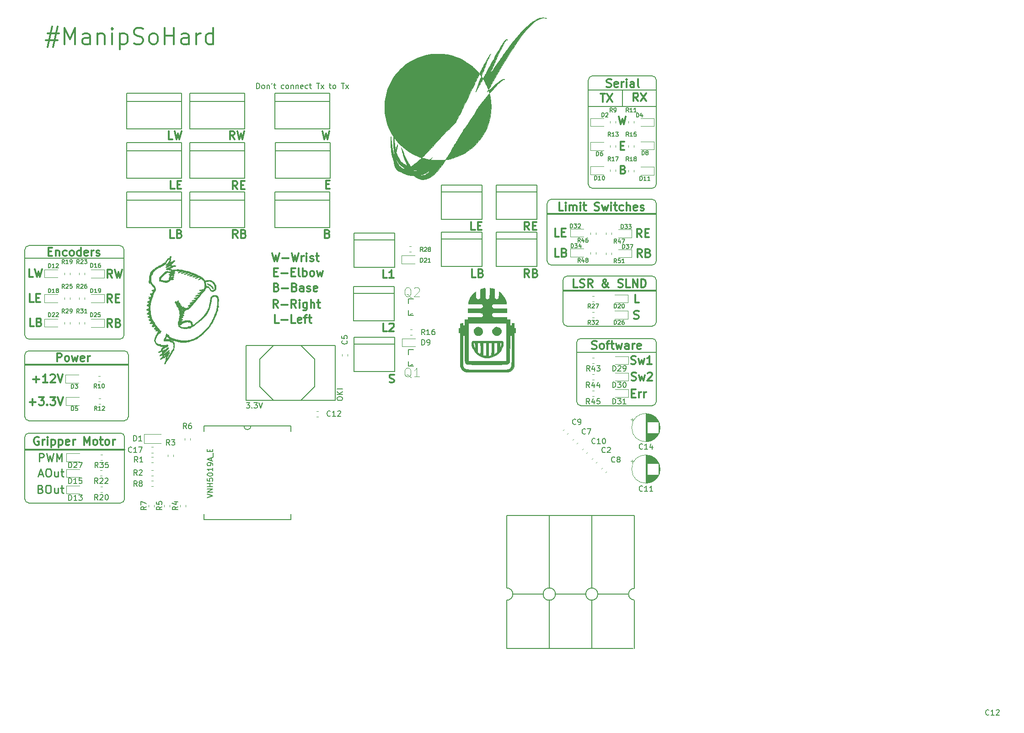
<source format=gbr>
G04 #@! TF.GenerationSoftware,KiCad,Pcbnew,(5.1.5)-2*
G04 #@! TF.CreationDate,2019-12-06T21:13:19-06:00*
G04 #@! TF.ProjectId,ArmBoard_Hardware,41726d42-6f61-4726-945f-486172647761,rev?*
G04 #@! TF.SameCoordinates,Original*
G04 #@! TF.FileFunction,Legend,Top*
G04 #@! TF.FilePolarity,Positive*
%FSLAX46Y46*%
G04 Gerber Fmt 4.6, Leading zero omitted, Abs format (unit mm)*
G04 Created by KiCad (PCBNEW (5.1.5)-2) date 2019-12-06 21:13:19*
%MOMM*%
%LPD*%
G04 APERTURE LIST*
%ADD10C,0.150000*%
%ADD11C,0.300000*%
%ADD12C,0.350000*%
%ADD13C,0.200000*%
%ADD14C,0.250000*%
%ADD15C,0.010000*%
%ADD16C,0.120000*%
%ADD17C,0.152400*%
%ADD18C,0.050000*%
G04 APERTURE END LIST*
D10*
X82851809Y-112228380D02*
X83470857Y-112228380D01*
X83137523Y-112609333D01*
X83280380Y-112609333D01*
X83375619Y-112656952D01*
X83423238Y-112704571D01*
X83470857Y-112799809D01*
X83470857Y-113037904D01*
X83423238Y-113133142D01*
X83375619Y-113180761D01*
X83280380Y-113228380D01*
X82994666Y-113228380D01*
X82899428Y-113180761D01*
X82851809Y-113133142D01*
X83899428Y-113133142D02*
X83947047Y-113180761D01*
X83899428Y-113228380D01*
X83851809Y-113180761D01*
X83899428Y-113133142D01*
X83899428Y-113228380D01*
X84280380Y-112228380D02*
X84899428Y-112228380D01*
X84566095Y-112609333D01*
X84708952Y-112609333D01*
X84804190Y-112656952D01*
X84851809Y-112704571D01*
X84899428Y-112799809D01*
X84899428Y-113037904D01*
X84851809Y-113133142D01*
X84804190Y-113180761D01*
X84708952Y-113228380D01*
X84423238Y-113228380D01*
X84328000Y-113180761D01*
X84280380Y-113133142D01*
X85185142Y-112228380D02*
X85518476Y-113228380D01*
X85851809Y-112228380D01*
D11*
X88868571Y-97452571D02*
X88154285Y-97452571D01*
X88154285Y-95952571D01*
X89368571Y-96881142D02*
X90511428Y-96881142D01*
X91940000Y-97452571D02*
X91225714Y-97452571D01*
X91225714Y-95952571D01*
X93011428Y-97381142D02*
X92868571Y-97452571D01*
X92582857Y-97452571D01*
X92440000Y-97381142D01*
X92368571Y-97238285D01*
X92368571Y-96666857D01*
X92440000Y-96524000D01*
X92582857Y-96452571D01*
X92868571Y-96452571D01*
X93011428Y-96524000D01*
X93082857Y-96666857D01*
X93082857Y-96809714D01*
X92368571Y-96952571D01*
X93511428Y-96452571D02*
X94082857Y-96452571D01*
X93725714Y-97452571D02*
X93725714Y-96166857D01*
X93797142Y-96024000D01*
X93940000Y-95952571D01*
X94082857Y-95952571D01*
X94368571Y-96452571D02*
X94940000Y-96452571D01*
X94582857Y-95952571D02*
X94582857Y-97238285D01*
X94654285Y-97381142D01*
X94797142Y-97452571D01*
X94940000Y-97452571D01*
X88717857Y-94658571D02*
X88217857Y-93944285D01*
X87860714Y-94658571D02*
X87860714Y-93158571D01*
X88432142Y-93158571D01*
X88575000Y-93230000D01*
X88646428Y-93301428D01*
X88717857Y-93444285D01*
X88717857Y-93658571D01*
X88646428Y-93801428D01*
X88575000Y-93872857D01*
X88432142Y-93944285D01*
X87860714Y-93944285D01*
X89360714Y-94087142D02*
X90503571Y-94087142D01*
X92075000Y-94658571D02*
X91575000Y-93944285D01*
X91217857Y-94658571D02*
X91217857Y-93158571D01*
X91789285Y-93158571D01*
X91932142Y-93230000D01*
X92003571Y-93301428D01*
X92075000Y-93444285D01*
X92075000Y-93658571D01*
X92003571Y-93801428D01*
X91932142Y-93872857D01*
X91789285Y-93944285D01*
X91217857Y-93944285D01*
X92717857Y-94658571D02*
X92717857Y-93658571D01*
X92717857Y-93158571D02*
X92646428Y-93230000D01*
X92717857Y-93301428D01*
X92789285Y-93230000D01*
X92717857Y-93158571D01*
X92717857Y-93301428D01*
X94075000Y-93658571D02*
X94075000Y-94872857D01*
X94003571Y-95015714D01*
X93932142Y-95087142D01*
X93789285Y-95158571D01*
X93575000Y-95158571D01*
X93432142Y-95087142D01*
X94075000Y-94587142D02*
X93932142Y-94658571D01*
X93646428Y-94658571D01*
X93503571Y-94587142D01*
X93432142Y-94515714D01*
X93360714Y-94372857D01*
X93360714Y-93944285D01*
X93432142Y-93801428D01*
X93503571Y-93730000D01*
X93646428Y-93658571D01*
X93932142Y-93658571D01*
X94075000Y-93730000D01*
X94789285Y-94658571D02*
X94789285Y-93158571D01*
X95432142Y-94658571D02*
X95432142Y-93872857D01*
X95360714Y-93730000D01*
X95217857Y-93658571D01*
X95003571Y-93658571D01*
X94860714Y-93730000D01*
X94789285Y-93801428D01*
X95932142Y-93658571D02*
X96503571Y-93658571D01*
X96146428Y-93158571D02*
X96146428Y-94444285D01*
X96217857Y-94587142D01*
X96360714Y-94658571D01*
X96503571Y-94658571D01*
X87662285Y-84522571D02*
X88019428Y-86022571D01*
X88305142Y-84951142D01*
X88590857Y-86022571D01*
X88948000Y-84522571D01*
X89519428Y-85451142D02*
X90662285Y-85451142D01*
X91233714Y-84522571D02*
X91590857Y-86022571D01*
X91876571Y-84951142D01*
X92162285Y-86022571D01*
X92519428Y-84522571D01*
X93090857Y-86022571D02*
X93090857Y-85022571D01*
X93090857Y-85308285D02*
X93162285Y-85165428D01*
X93233714Y-85094000D01*
X93376571Y-85022571D01*
X93519428Y-85022571D01*
X94019428Y-86022571D02*
X94019428Y-85022571D01*
X94019428Y-84522571D02*
X93948000Y-84594000D01*
X94019428Y-84665428D01*
X94090857Y-84594000D01*
X94019428Y-84522571D01*
X94019428Y-84665428D01*
X94662285Y-85951142D02*
X94805142Y-86022571D01*
X95090857Y-86022571D01*
X95233714Y-85951142D01*
X95305142Y-85808285D01*
X95305142Y-85736857D01*
X95233714Y-85594000D01*
X95090857Y-85522571D01*
X94876571Y-85522571D01*
X94733714Y-85451142D01*
X94662285Y-85308285D01*
X94662285Y-85236857D01*
X94733714Y-85094000D01*
X94876571Y-85022571D01*
X95090857Y-85022571D01*
X95233714Y-85094000D01*
X95733714Y-85022571D02*
X96305142Y-85022571D01*
X95948000Y-84522571D02*
X95948000Y-85808285D01*
X96019428Y-85951142D01*
X96162285Y-86022571D01*
X96305142Y-86022571D01*
X87991714Y-88030857D02*
X88491714Y-88030857D01*
X88706000Y-88816571D02*
X87991714Y-88816571D01*
X87991714Y-87316571D01*
X88706000Y-87316571D01*
X89348857Y-88245142D02*
X90491714Y-88245142D01*
X91206000Y-88030857D02*
X91706000Y-88030857D01*
X91920285Y-88816571D02*
X91206000Y-88816571D01*
X91206000Y-87316571D01*
X91920285Y-87316571D01*
X92777428Y-88816571D02*
X92634571Y-88745142D01*
X92563142Y-88602285D01*
X92563142Y-87316571D01*
X93348857Y-88816571D02*
X93348857Y-87316571D01*
X93348857Y-87888000D02*
X93491714Y-87816571D01*
X93777428Y-87816571D01*
X93920285Y-87888000D01*
X93991714Y-87959428D01*
X94063142Y-88102285D01*
X94063142Y-88530857D01*
X93991714Y-88673714D01*
X93920285Y-88745142D01*
X93777428Y-88816571D01*
X93491714Y-88816571D01*
X93348857Y-88745142D01*
X94920285Y-88816571D02*
X94777428Y-88745142D01*
X94706000Y-88673714D01*
X94634571Y-88530857D01*
X94634571Y-88102285D01*
X94706000Y-87959428D01*
X94777428Y-87888000D01*
X94920285Y-87816571D01*
X95134571Y-87816571D01*
X95277428Y-87888000D01*
X95348857Y-87959428D01*
X95420285Y-88102285D01*
X95420285Y-88530857D01*
X95348857Y-88673714D01*
X95277428Y-88745142D01*
X95134571Y-88816571D01*
X94920285Y-88816571D01*
X95920285Y-87816571D02*
X96206000Y-88816571D01*
X96491714Y-88102285D01*
X96777428Y-88816571D01*
X97063142Y-87816571D01*
X88448000Y-90824857D02*
X88662285Y-90896285D01*
X88733714Y-90967714D01*
X88805142Y-91110571D01*
X88805142Y-91324857D01*
X88733714Y-91467714D01*
X88662285Y-91539142D01*
X88519428Y-91610571D01*
X87948000Y-91610571D01*
X87948000Y-90110571D01*
X88448000Y-90110571D01*
X88590857Y-90182000D01*
X88662285Y-90253428D01*
X88733714Y-90396285D01*
X88733714Y-90539142D01*
X88662285Y-90682000D01*
X88590857Y-90753428D01*
X88448000Y-90824857D01*
X87948000Y-90824857D01*
X89448000Y-91039142D02*
X90590857Y-91039142D01*
X91805142Y-90824857D02*
X92019428Y-90896285D01*
X92090857Y-90967714D01*
X92162285Y-91110571D01*
X92162285Y-91324857D01*
X92090857Y-91467714D01*
X92019428Y-91539142D01*
X91876571Y-91610571D01*
X91305142Y-91610571D01*
X91305142Y-90110571D01*
X91805142Y-90110571D01*
X91948000Y-90182000D01*
X92019428Y-90253428D01*
X92090857Y-90396285D01*
X92090857Y-90539142D01*
X92019428Y-90682000D01*
X91948000Y-90753428D01*
X91805142Y-90824857D01*
X91305142Y-90824857D01*
X93448000Y-91610571D02*
X93448000Y-90824857D01*
X93376571Y-90682000D01*
X93233714Y-90610571D01*
X92948000Y-90610571D01*
X92805142Y-90682000D01*
X93448000Y-91539142D02*
X93305142Y-91610571D01*
X92948000Y-91610571D01*
X92805142Y-91539142D01*
X92733714Y-91396285D01*
X92733714Y-91253428D01*
X92805142Y-91110571D01*
X92948000Y-91039142D01*
X93305142Y-91039142D01*
X93448000Y-90967714D01*
X94090857Y-91539142D02*
X94233714Y-91610571D01*
X94519428Y-91610571D01*
X94662285Y-91539142D01*
X94733714Y-91396285D01*
X94733714Y-91324857D01*
X94662285Y-91182000D01*
X94519428Y-91110571D01*
X94305142Y-91110571D01*
X94162285Y-91039142D01*
X94090857Y-90896285D01*
X94090857Y-90824857D01*
X94162285Y-90682000D01*
X94305142Y-90610571D01*
X94519428Y-90610571D01*
X94662285Y-90682000D01*
X95948000Y-91539142D02*
X95805142Y-91610571D01*
X95519428Y-91610571D01*
X95376571Y-91539142D01*
X95305142Y-91396285D01*
X95305142Y-90824857D01*
X95376571Y-90682000D01*
X95519428Y-90610571D01*
X95805142Y-90610571D01*
X95948000Y-90682000D01*
X96019428Y-90824857D01*
X96019428Y-90967714D01*
X95305142Y-91110571D01*
D12*
X46039433Y-43807143D02*
X48182290Y-43807143D01*
X46896576Y-42521429D02*
X46039433Y-46378570D01*
X47896575Y-45092856D02*
X45753719Y-45092856D01*
X47039433Y-46378570D02*
X47896575Y-42521429D01*
X49182289Y-45807142D02*
X49182289Y-42807143D01*
X50182289Y-44949999D01*
X51182289Y-42807143D01*
X51182289Y-45807142D01*
X53896573Y-45807142D02*
X53896573Y-44235714D01*
X53753716Y-43950000D01*
X53468002Y-43807143D01*
X52896574Y-43807143D01*
X52610860Y-43950000D01*
X53896573Y-45664285D02*
X53610859Y-45807142D01*
X52896574Y-45807142D01*
X52610860Y-45664285D01*
X52468003Y-45378571D01*
X52468003Y-45092856D01*
X52610860Y-44807142D01*
X52896574Y-44664285D01*
X53610859Y-44664285D01*
X53896573Y-44521428D01*
X55325144Y-43807143D02*
X55325144Y-45807142D01*
X55325144Y-44092857D02*
X55468002Y-43950000D01*
X55753716Y-43807143D01*
X56182287Y-43807143D01*
X56468001Y-43950000D01*
X56610858Y-44235714D01*
X56610858Y-45807142D01*
X58039429Y-45807142D02*
X58039429Y-43807143D01*
X58039429Y-42807143D02*
X57896572Y-42950000D01*
X58039429Y-43092857D01*
X58182286Y-42950000D01*
X58039429Y-42807143D01*
X58039429Y-43092857D01*
X59468000Y-43807143D02*
X59468000Y-46807142D01*
X59468000Y-43950000D02*
X59753714Y-43807143D01*
X60325143Y-43807143D01*
X60610857Y-43950000D01*
X60753714Y-44092857D01*
X60896571Y-44378571D01*
X60896571Y-45235714D01*
X60753714Y-45521428D01*
X60610857Y-45664285D01*
X60325143Y-45807142D01*
X59753714Y-45807142D01*
X59468000Y-45664285D01*
X62039428Y-45664285D02*
X62467999Y-45807142D01*
X63182285Y-45807142D01*
X63467999Y-45664285D01*
X63610856Y-45521428D01*
X63753713Y-45235714D01*
X63753713Y-44949999D01*
X63610856Y-44664285D01*
X63467999Y-44521428D01*
X63182285Y-44378571D01*
X62610856Y-44235714D01*
X62325142Y-44092857D01*
X62182285Y-43950000D01*
X62039428Y-43664285D01*
X62039428Y-43378571D01*
X62182285Y-43092857D01*
X62325142Y-42950000D01*
X62610856Y-42807143D01*
X63325142Y-42807143D01*
X63753713Y-42950000D01*
X65467998Y-45807142D02*
X65182284Y-45664285D01*
X65039427Y-45521428D01*
X64896570Y-45235714D01*
X64896570Y-44378571D01*
X65039427Y-44092857D01*
X65182284Y-43950000D01*
X65467998Y-43807143D01*
X65896569Y-43807143D01*
X66182284Y-43950000D01*
X66325141Y-44092857D01*
X66467998Y-44378571D01*
X66467998Y-45235714D01*
X66325141Y-45521428D01*
X66182284Y-45664285D01*
X65896569Y-45807142D01*
X65467998Y-45807142D01*
X67753712Y-45807142D02*
X67753712Y-42807143D01*
X67753712Y-44235714D02*
X69467997Y-44235714D01*
X69467997Y-45807142D02*
X69467997Y-42807143D01*
X72182282Y-45807142D02*
X72182282Y-44235714D01*
X72039425Y-43950000D01*
X71753710Y-43807143D01*
X71182282Y-43807143D01*
X70896568Y-43950000D01*
X72182282Y-45664285D02*
X71896567Y-45807142D01*
X71182282Y-45807142D01*
X70896568Y-45664285D01*
X70753711Y-45378571D01*
X70753711Y-45092856D01*
X70896568Y-44807142D01*
X71182282Y-44664285D01*
X71896567Y-44664285D01*
X72182282Y-44521428D01*
X73610853Y-45807142D02*
X73610853Y-43807143D01*
X73610853Y-44378571D02*
X73753710Y-44092857D01*
X73896567Y-43950000D01*
X74182281Y-43807143D01*
X74467995Y-43807143D01*
X76753709Y-45807142D02*
X76753709Y-42807143D01*
X76753709Y-45664285D02*
X76467995Y-45807142D01*
X75896566Y-45807142D01*
X75610852Y-45664285D01*
X75467995Y-45521428D01*
X75325138Y-45235714D01*
X75325138Y-44378571D01*
X75467995Y-44092857D01*
X75610852Y-43950000D01*
X75896566Y-43807143D01*
X76467995Y-43807143D01*
X76753709Y-43950000D01*
D10*
X158750000Y-71755000D02*
G75*
G02X157988000Y-72517000I-762000J0D01*
G01*
X158750000Y-57023000D02*
X158750000Y-52451000D01*
X158750000Y-62357000D02*
X158750000Y-57023000D01*
X158750000Y-71755000D02*
X158750000Y-62357000D01*
X157988000Y-51689000D02*
G75*
G02X158750000Y-52451000I0J-762000D01*
G01*
X146939000Y-51689000D02*
X157988000Y-51689000D01*
X154178000Y-72517000D02*
X157988000Y-72517000D01*
X146939000Y-72517000D02*
X154178000Y-72517000D01*
X146939000Y-72517000D02*
G75*
G02X146177000Y-71755000I0J762000D01*
G01*
X146177000Y-52451000D02*
X146177000Y-71755000D01*
X59448700Y-83134200D02*
G75*
G02X60210700Y-83896200I0J-762000D01*
G01*
X60210700Y-99707700D02*
X60210700Y-83896200D01*
X60210700Y-99707700D02*
G75*
G02X59448700Y-100469700I-762000J0D01*
G01*
X42621200Y-100469700D02*
X59448700Y-100469700D01*
X42621200Y-100469700D02*
G75*
G02X41859200Y-99707700I0J762000D01*
G01*
X41859200Y-87896700D02*
X41859200Y-99707700D01*
X41859200Y-83896200D02*
X41859200Y-87896700D01*
X42621200Y-83134200D02*
X59448700Y-83134200D01*
X41859200Y-83896200D02*
G75*
G02X42621200Y-83134200I762000J0D01*
G01*
D11*
X46225414Y-84233557D02*
X46725414Y-84233557D01*
X46939700Y-85019271D02*
X46225414Y-85019271D01*
X46225414Y-83519271D01*
X46939700Y-83519271D01*
X47582557Y-84019271D02*
X47582557Y-85019271D01*
X47582557Y-84162128D02*
X47653985Y-84090700D01*
X47796842Y-84019271D01*
X48011128Y-84019271D01*
X48153985Y-84090700D01*
X48225414Y-84233557D01*
X48225414Y-85019271D01*
X49582557Y-84947842D02*
X49439700Y-85019271D01*
X49153985Y-85019271D01*
X49011128Y-84947842D01*
X48939700Y-84876414D01*
X48868271Y-84733557D01*
X48868271Y-84304985D01*
X48939700Y-84162128D01*
X49011128Y-84090700D01*
X49153985Y-84019271D01*
X49439700Y-84019271D01*
X49582557Y-84090700D01*
X50439700Y-85019271D02*
X50296842Y-84947842D01*
X50225414Y-84876414D01*
X50153985Y-84733557D01*
X50153985Y-84304985D01*
X50225414Y-84162128D01*
X50296842Y-84090700D01*
X50439700Y-84019271D01*
X50653985Y-84019271D01*
X50796842Y-84090700D01*
X50868271Y-84162128D01*
X50939700Y-84304985D01*
X50939700Y-84733557D01*
X50868271Y-84876414D01*
X50796842Y-84947842D01*
X50653985Y-85019271D01*
X50439700Y-85019271D01*
X52225414Y-85019271D02*
X52225414Y-83519271D01*
X52225414Y-84947842D02*
X52082557Y-85019271D01*
X51796842Y-85019271D01*
X51653985Y-84947842D01*
X51582557Y-84876414D01*
X51511128Y-84733557D01*
X51511128Y-84304985D01*
X51582557Y-84162128D01*
X51653985Y-84090700D01*
X51796842Y-84019271D01*
X52082557Y-84019271D01*
X52225414Y-84090700D01*
X53511128Y-84947842D02*
X53368271Y-85019271D01*
X53082557Y-85019271D01*
X52939700Y-84947842D01*
X52868271Y-84804985D01*
X52868271Y-84233557D01*
X52939700Y-84090700D01*
X53082557Y-84019271D01*
X53368271Y-84019271D01*
X53511128Y-84090700D01*
X53582557Y-84233557D01*
X53582557Y-84376414D01*
X52868271Y-84519271D01*
X54225414Y-85019271D02*
X54225414Y-84019271D01*
X54225414Y-84304985D02*
X54296842Y-84162128D01*
X54368271Y-84090700D01*
X54511128Y-84019271D01*
X54653985Y-84019271D01*
X55082557Y-84947842D02*
X55225414Y-85019271D01*
X55511128Y-85019271D01*
X55653985Y-84947842D01*
X55725414Y-84804985D01*
X55725414Y-84733557D01*
X55653985Y-84590700D01*
X55511128Y-84519271D01*
X55296842Y-84519271D01*
X55153985Y-84447842D01*
X55082557Y-84304985D01*
X55082557Y-84233557D01*
X55153985Y-84090700D01*
X55296842Y-84019271D01*
X55511128Y-84019271D01*
X55653985Y-84090700D01*
D10*
X60261500Y-102616000D02*
G75*
G02X61023500Y-103378000I0J-762000D01*
G01*
X61023500Y-114808000D02*
X61023500Y-103378000D01*
X61023500Y-114808000D02*
G75*
G02X60261500Y-115570000I-762000J0D01*
G01*
X42608500Y-115570000D02*
X60261500Y-115570000D01*
X42608500Y-115570000D02*
G75*
G02X41846500Y-114808000I0J762000D01*
G01*
X41846500Y-114236500D02*
X41846500Y-114808000D01*
X41846500Y-109791500D02*
X41846500Y-114236500D01*
X41846500Y-103378000D02*
X41846500Y-109791500D01*
X55499000Y-102616000D02*
X60261500Y-102616000D01*
X42608500Y-102616000D02*
X55499000Y-102616000D01*
X41846500Y-103378000D02*
G75*
G02X42608500Y-102616000I762000J0D01*
G01*
X41846500Y-118618000D02*
G75*
G02X42608500Y-117856000I762000J0D01*
G01*
X45085000Y-117856000D02*
X42608500Y-117856000D01*
X59563000Y-117856000D02*
X45085000Y-117856000D01*
X59563000Y-117856000D02*
G75*
G02X60325000Y-118618000I0J-762000D01*
G01*
X60325000Y-130048000D02*
X60325000Y-118618000D01*
X60325000Y-130048000D02*
G75*
G02X59563000Y-130810000I-762000J0D01*
G01*
X42608500Y-130810000D02*
X59563000Y-130810000D01*
X42608500Y-130810000D02*
G75*
G02X41846500Y-130048000I0J762000D01*
G01*
X146177000Y-52451000D02*
G75*
G02X146939000Y-51689000I762000J0D01*
G01*
D11*
X149562714Y-53693142D02*
X149777000Y-53764571D01*
X150134142Y-53764571D01*
X150277000Y-53693142D01*
X150348428Y-53621714D01*
X150419857Y-53478857D01*
X150419857Y-53336000D01*
X150348428Y-53193142D01*
X150277000Y-53121714D01*
X150134142Y-53050285D01*
X149848428Y-52978857D01*
X149705571Y-52907428D01*
X149634142Y-52836000D01*
X149562714Y-52693142D01*
X149562714Y-52550285D01*
X149634142Y-52407428D01*
X149705571Y-52336000D01*
X149848428Y-52264571D01*
X150205571Y-52264571D01*
X150419857Y-52336000D01*
X151634142Y-53693142D02*
X151491285Y-53764571D01*
X151205571Y-53764571D01*
X151062714Y-53693142D01*
X150991285Y-53550285D01*
X150991285Y-52978857D01*
X151062714Y-52836000D01*
X151205571Y-52764571D01*
X151491285Y-52764571D01*
X151634142Y-52836000D01*
X151705571Y-52978857D01*
X151705571Y-53121714D01*
X150991285Y-53264571D01*
X152348428Y-53764571D02*
X152348428Y-52764571D01*
X152348428Y-53050285D02*
X152419857Y-52907428D01*
X152491285Y-52836000D01*
X152634142Y-52764571D01*
X152777000Y-52764571D01*
X153277000Y-53764571D02*
X153277000Y-52764571D01*
X153277000Y-52264571D02*
X153205571Y-52336000D01*
X153277000Y-52407428D01*
X153348428Y-52336000D01*
X153277000Y-52264571D01*
X153277000Y-52407428D01*
X154634142Y-53764571D02*
X154634142Y-52978857D01*
X154562714Y-52836000D01*
X154419857Y-52764571D01*
X154134142Y-52764571D01*
X153991285Y-52836000D01*
X154634142Y-53693142D02*
X154491285Y-53764571D01*
X154134142Y-53764571D01*
X153991285Y-53693142D01*
X153919857Y-53550285D01*
X153919857Y-53407428D01*
X153991285Y-53264571D01*
X154134142Y-53193142D01*
X154491285Y-53193142D01*
X154634142Y-53121714D01*
X155562714Y-53764571D02*
X155419857Y-53693142D01*
X155348428Y-53550285D01*
X155348428Y-52264571D01*
D10*
X142240000Y-98044000D02*
X157988000Y-98044000D01*
X142240000Y-98044000D02*
G75*
G02X141478000Y-97282000I0J762000D01*
G01*
X141478000Y-97282000D02*
X141478000Y-89535000D01*
X141478000Y-89535000D02*
G75*
G02X142240000Y-88773000I762000J0D01*
G01*
X157988000Y-88773000D02*
X142240000Y-88773000D01*
X157988000Y-88773000D02*
G75*
G02X158750000Y-89535000I0J-762000D01*
G01*
X158750000Y-94488000D02*
X158750000Y-89535000D01*
X158750000Y-94488000D02*
X158750000Y-97282000D01*
X158750000Y-97282000D02*
G75*
G02X157988000Y-98044000I-762000J0D01*
G01*
X144018000Y-101092000D02*
G75*
G02X144780000Y-100330000I762000J0D01*
G01*
X158750000Y-103632000D02*
X158750000Y-101092000D01*
X157988000Y-100330000D02*
X144780000Y-100330000D01*
X157988000Y-100330000D02*
G75*
G02X158750000Y-101092000I0J-762000D01*
G01*
X158750000Y-112014000D02*
X158750000Y-103632000D01*
X158750000Y-112014000D02*
G75*
G02X157988000Y-112776000I-762000J0D01*
G01*
X144780000Y-112776000D02*
X157988000Y-112776000D01*
X144018000Y-101092000D02*
X144018000Y-112014000D01*
X144780000Y-112776000D02*
G75*
G02X144018000Y-112014000I0J762000D01*
G01*
D11*
X146848285Y-102207142D02*
X147062571Y-102278571D01*
X147419714Y-102278571D01*
X147562571Y-102207142D01*
X147634000Y-102135714D01*
X147705428Y-101992857D01*
X147705428Y-101850000D01*
X147634000Y-101707142D01*
X147562571Y-101635714D01*
X147419714Y-101564285D01*
X147134000Y-101492857D01*
X146991142Y-101421428D01*
X146919714Y-101350000D01*
X146848285Y-101207142D01*
X146848285Y-101064285D01*
X146919714Y-100921428D01*
X146991142Y-100850000D01*
X147134000Y-100778571D01*
X147491142Y-100778571D01*
X147705428Y-100850000D01*
X148562571Y-102278571D02*
X148419714Y-102207142D01*
X148348285Y-102135714D01*
X148276857Y-101992857D01*
X148276857Y-101564285D01*
X148348285Y-101421428D01*
X148419714Y-101350000D01*
X148562571Y-101278571D01*
X148776857Y-101278571D01*
X148919714Y-101350000D01*
X148991142Y-101421428D01*
X149062571Y-101564285D01*
X149062571Y-101992857D01*
X148991142Y-102135714D01*
X148919714Y-102207142D01*
X148776857Y-102278571D01*
X148562571Y-102278571D01*
X149491142Y-101278571D02*
X150062571Y-101278571D01*
X149705428Y-102278571D02*
X149705428Y-100992857D01*
X149776857Y-100850000D01*
X149919714Y-100778571D01*
X150062571Y-100778571D01*
X150348285Y-101278571D02*
X150919714Y-101278571D01*
X150562571Y-100778571D02*
X150562571Y-102064285D01*
X150634000Y-102207142D01*
X150776857Y-102278571D01*
X150919714Y-102278571D01*
X151276857Y-101278571D02*
X151562571Y-102278571D01*
X151848285Y-101564285D01*
X152134000Y-102278571D01*
X152419714Y-101278571D01*
X153634000Y-102278571D02*
X153634000Y-101492857D01*
X153562571Y-101350000D01*
X153419714Y-101278571D01*
X153134000Y-101278571D01*
X152991142Y-101350000D01*
X153634000Y-102207142D02*
X153491142Y-102278571D01*
X153134000Y-102278571D01*
X152991142Y-102207142D01*
X152919714Y-102064285D01*
X152919714Y-101921428D01*
X152991142Y-101778571D01*
X153134000Y-101707142D01*
X153491142Y-101707142D01*
X153634000Y-101635714D01*
X154348285Y-102278571D02*
X154348285Y-101278571D01*
X154348285Y-101564285D02*
X154419714Y-101421428D01*
X154491142Y-101350000D01*
X154634000Y-101278571D01*
X154776857Y-101278571D01*
X155848285Y-102207142D02*
X155705428Y-102278571D01*
X155419714Y-102278571D01*
X155276857Y-102207142D01*
X155205428Y-102064285D01*
X155205428Y-101492857D01*
X155276857Y-101350000D01*
X155419714Y-101278571D01*
X155705428Y-101278571D01*
X155848285Y-101350000D01*
X155919714Y-101492857D01*
X155919714Y-101635714D01*
X155205428Y-101778571D01*
D10*
X138557000Y-75311000D02*
X138557000Y-85979000D01*
X138557000Y-75311000D02*
G75*
G02X139319000Y-74549000I762000J0D01*
G01*
X139319000Y-86741000D02*
G75*
G02X138557000Y-85979000I0J762000D01*
G01*
X158750000Y-85979000D02*
G75*
G02X157988000Y-86741000I-762000J0D01*
G01*
X139319000Y-86741000D02*
X157988000Y-86741000D01*
X158750000Y-81026000D02*
X158750000Y-85979000D01*
X158750000Y-75311000D02*
X158750000Y-81026000D01*
X157988000Y-74549000D02*
G75*
G02X158750000Y-75311000I0J-762000D01*
G01*
X139319000Y-74549000D02*
X157988000Y-74549000D01*
X41846500Y-118618000D02*
X41846500Y-130048000D01*
D11*
X58039842Y-89083271D02*
X57539842Y-88368985D01*
X57182700Y-89083271D02*
X57182700Y-87583271D01*
X57754128Y-87583271D01*
X57896985Y-87654700D01*
X57968414Y-87726128D01*
X58039842Y-87868985D01*
X58039842Y-88083271D01*
X57968414Y-88226128D01*
X57896985Y-88297557D01*
X57754128Y-88368985D01*
X57182700Y-88368985D01*
X58539842Y-87583271D02*
X58896985Y-89083271D01*
X59182700Y-88011842D01*
X59468414Y-89083271D01*
X59825557Y-87583271D01*
X58027914Y-93655271D02*
X57527914Y-92940985D01*
X57170771Y-93655271D02*
X57170771Y-92155271D01*
X57742200Y-92155271D01*
X57885057Y-92226700D01*
X57956485Y-92298128D01*
X58027914Y-92440985D01*
X58027914Y-92655271D01*
X57956485Y-92798128D01*
X57885057Y-92869557D01*
X57742200Y-92940985D01*
X57170771Y-92940985D01*
X58670771Y-92869557D02*
X59170771Y-92869557D01*
X59385057Y-93655271D02*
X58670771Y-93655271D01*
X58670771Y-92155271D01*
X59385057Y-92155271D01*
X58019985Y-98227271D02*
X57519985Y-97512985D01*
X57162842Y-98227271D02*
X57162842Y-96727271D01*
X57734271Y-96727271D01*
X57877128Y-96798700D01*
X57948557Y-96870128D01*
X58019985Y-97012985D01*
X58019985Y-97227271D01*
X57948557Y-97370128D01*
X57877128Y-97441557D01*
X57734271Y-97512985D01*
X57162842Y-97512985D01*
X59162842Y-97441557D02*
X59377128Y-97512985D01*
X59448557Y-97584414D01*
X59519985Y-97727271D01*
X59519985Y-97941557D01*
X59448557Y-98084414D01*
X59377128Y-98155842D01*
X59234271Y-98227271D01*
X58662842Y-98227271D01*
X58662842Y-96727271D01*
X59162842Y-96727271D01*
X59305700Y-96798700D01*
X59377128Y-96870128D01*
X59448557Y-97012985D01*
X59448557Y-97155842D01*
X59377128Y-97298700D01*
X59305700Y-97370128D01*
X59162842Y-97441557D01*
X58662842Y-97441557D01*
X43541985Y-98100271D02*
X42827700Y-98100271D01*
X42827700Y-96600271D01*
X44541985Y-97314557D02*
X44756271Y-97385985D01*
X44827700Y-97457414D01*
X44899128Y-97600271D01*
X44899128Y-97814557D01*
X44827700Y-97957414D01*
X44756271Y-98028842D01*
X44613414Y-98100271D01*
X44041985Y-98100271D01*
X44041985Y-96600271D01*
X44541985Y-96600271D01*
X44684842Y-96671700D01*
X44756271Y-96743128D01*
X44827700Y-96885985D01*
X44827700Y-97028842D01*
X44756271Y-97171700D01*
X44684842Y-97243128D01*
X44541985Y-97314557D01*
X44041985Y-97314557D01*
X43486414Y-93591771D02*
X42772128Y-93591771D01*
X42772128Y-92091771D01*
X43986414Y-92806057D02*
X44486414Y-92806057D01*
X44700700Y-93591771D02*
X43986414Y-93591771D01*
X43986414Y-92091771D01*
X44700700Y-92091771D01*
X43371342Y-88956271D02*
X42657057Y-88956271D01*
X42657057Y-87456271D01*
X43728485Y-87456271D02*
X44085628Y-88956271D01*
X44371342Y-87884842D01*
X44657057Y-88956271D01*
X45014200Y-87456271D01*
X69500785Y-81704571D02*
X68786500Y-81704571D01*
X68786500Y-80204571D01*
X70500785Y-80918857D02*
X70715071Y-80990285D01*
X70786500Y-81061714D01*
X70857928Y-81204571D01*
X70857928Y-81418857D01*
X70786500Y-81561714D01*
X70715071Y-81633142D01*
X70572214Y-81704571D01*
X70000785Y-81704571D01*
X70000785Y-80204571D01*
X70500785Y-80204571D01*
X70643642Y-80276000D01*
X70715071Y-80347428D01*
X70786500Y-80490285D01*
X70786500Y-80633142D01*
X70715071Y-80776000D01*
X70643642Y-80847428D01*
X70500785Y-80918857D01*
X70000785Y-80918857D01*
X69572214Y-72624071D02*
X68857928Y-72624071D01*
X68857928Y-71124071D01*
X70072214Y-71838357D02*
X70572214Y-71838357D01*
X70786500Y-72624071D02*
X70072214Y-72624071D01*
X70072214Y-71124071D01*
X70786500Y-71124071D01*
X135223285Y-89007071D02*
X134723285Y-88292785D01*
X134366142Y-89007071D02*
X134366142Y-87507071D01*
X134937571Y-87507071D01*
X135080428Y-87578500D01*
X135151857Y-87649928D01*
X135223285Y-87792785D01*
X135223285Y-88007071D01*
X135151857Y-88149928D01*
X135080428Y-88221357D01*
X134937571Y-88292785D01*
X134366142Y-88292785D01*
X136366142Y-88221357D02*
X136580428Y-88292785D01*
X136651857Y-88364214D01*
X136723285Y-88507071D01*
X136723285Y-88721357D01*
X136651857Y-88864214D01*
X136580428Y-88935642D01*
X136437571Y-89007071D01*
X135866142Y-89007071D01*
X135866142Y-87507071D01*
X136366142Y-87507071D01*
X136509000Y-87578500D01*
X136580428Y-87649928D01*
X136651857Y-87792785D01*
X136651857Y-87935642D01*
X136580428Y-88078500D01*
X136509000Y-88149928D01*
X136366142Y-88221357D01*
X135866142Y-88221357D01*
X135231214Y-80244071D02*
X134731214Y-79529785D01*
X134374071Y-80244071D02*
X134374071Y-78744071D01*
X134945500Y-78744071D01*
X135088357Y-78815500D01*
X135159785Y-78886928D01*
X135231214Y-79029785D01*
X135231214Y-79244071D01*
X135159785Y-79386928D01*
X135088357Y-79458357D01*
X134945500Y-79529785D01*
X134374071Y-79529785D01*
X135874071Y-79458357D02*
X136374071Y-79458357D01*
X136588357Y-80244071D02*
X135874071Y-80244071D01*
X135874071Y-78744071D01*
X136588357Y-78744071D01*
X125317285Y-89007071D02*
X124603000Y-89007071D01*
X124603000Y-87507071D01*
X126317285Y-88221357D02*
X126531571Y-88292785D01*
X126603000Y-88364214D01*
X126674428Y-88507071D01*
X126674428Y-88721357D01*
X126603000Y-88864214D01*
X126531571Y-88935642D01*
X126388714Y-89007071D01*
X125817285Y-89007071D01*
X125817285Y-87507071D01*
X126317285Y-87507071D01*
X126460142Y-87578500D01*
X126531571Y-87649928D01*
X126603000Y-87792785D01*
X126603000Y-87935642D01*
X126531571Y-88078500D01*
X126460142Y-88149928D01*
X126317285Y-88221357D01*
X125817285Y-88221357D01*
X125198214Y-80244071D02*
X124483928Y-80244071D01*
X124483928Y-78744071D01*
X125698214Y-79458357D02*
X126198214Y-79458357D01*
X126412500Y-80244071D02*
X125698214Y-80244071D01*
X125698214Y-78744071D01*
X126412500Y-78744071D01*
X110220071Y-107088857D02*
X110005785Y-107017428D01*
X109648642Y-107017428D01*
X109505785Y-107088857D01*
X109434357Y-107160285D01*
X109362928Y-107303142D01*
X109362928Y-107446000D01*
X109434357Y-107588857D01*
X109505785Y-107660285D01*
X109648642Y-107731714D01*
X109934357Y-107803142D01*
X110077214Y-107874571D01*
X110148642Y-107946000D01*
X110220071Y-108088857D01*
X110220071Y-108231714D01*
X110148642Y-108374571D01*
X110077214Y-108446000D01*
X109934357Y-108517428D01*
X109577214Y-108517428D01*
X109362928Y-108446000D01*
X108906500Y-99040071D02*
X108192214Y-99040071D01*
X108192214Y-97540071D01*
X109335071Y-97682928D02*
X109406500Y-97611500D01*
X109549357Y-97540071D01*
X109906500Y-97540071D01*
X110049357Y-97611500D01*
X110120785Y-97682928D01*
X110192214Y-97825785D01*
X110192214Y-97968642D01*
X110120785Y-98182928D01*
X109263642Y-99040071D01*
X110192214Y-99040071D01*
X108906500Y-89134071D02*
X108192214Y-89134071D01*
X108192214Y-87634071D01*
X110192214Y-89134071D02*
X109335071Y-89134071D01*
X109763642Y-89134071D02*
X109763642Y-87634071D01*
X109620785Y-87848357D01*
X109477928Y-87991214D01*
X109335071Y-88062642D01*
D13*
X60185300Y-85483700D02*
X41884600Y-85483700D01*
D11*
X154198000Y-110509857D02*
X154698000Y-110509857D01*
X154912285Y-111295571D02*
X154198000Y-111295571D01*
X154198000Y-109795571D01*
X154912285Y-109795571D01*
X155555142Y-111295571D02*
X155555142Y-110295571D01*
X155555142Y-110581285D02*
X155626571Y-110438428D01*
X155698000Y-110367000D01*
X155840857Y-110295571D01*
X155983714Y-110295571D01*
X156483714Y-111295571D02*
X156483714Y-110295571D01*
X156483714Y-110581285D02*
X156555142Y-110438428D01*
X156626571Y-110367000D01*
X156769428Y-110295571D01*
X156912285Y-110295571D01*
X154154428Y-108049142D02*
X154368714Y-108120571D01*
X154725857Y-108120571D01*
X154868714Y-108049142D01*
X154940142Y-107977714D01*
X155011571Y-107834857D01*
X155011571Y-107692000D01*
X154940142Y-107549142D01*
X154868714Y-107477714D01*
X154725857Y-107406285D01*
X154440142Y-107334857D01*
X154297285Y-107263428D01*
X154225857Y-107192000D01*
X154154428Y-107049142D01*
X154154428Y-106906285D01*
X154225857Y-106763428D01*
X154297285Y-106692000D01*
X154440142Y-106620571D01*
X154797285Y-106620571D01*
X155011571Y-106692000D01*
X155511571Y-107120571D02*
X155797285Y-108120571D01*
X156083000Y-107406285D01*
X156368714Y-108120571D01*
X156654428Y-107120571D01*
X157154428Y-106763428D02*
X157225857Y-106692000D01*
X157368714Y-106620571D01*
X157725857Y-106620571D01*
X157868714Y-106692000D01*
X157940142Y-106763428D01*
X158011571Y-106906285D01*
X158011571Y-107049142D01*
X157940142Y-107263428D01*
X157083000Y-108120571D01*
X158011571Y-108120571D01*
X154090928Y-105001142D02*
X154305214Y-105072571D01*
X154662357Y-105072571D01*
X154805214Y-105001142D01*
X154876642Y-104929714D01*
X154948071Y-104786857D01*
X154948071Y-104644000D01*
X154876642Y-104501142D01*
X154805214Y-104429714D01*
X154662357Y-104358285D01*
X154376642Y-104286857D01*
X154233785Y-104215428D01*
X154162357Y-104144000D01*
X154090928Y-104001142D01*
X154090928Y-103858285D01*
X154162357Y-103715428D01*
X154233785Y-103644000D01*
X154376642Y-103572571D01*
X154733785Y-103572571D01*
X154948071Y-103644000D01*
X155448071Y-104072571D02*
X155733785Y-105072571D01*
X156019500Y-104358285D01*
X156305214Y-105072571D01*
X156590928Y-104072571D01*
X157948071Y-105072571D02*
X157090928Y-105072571D01*
X157519500Y-105072571D02*
X157519500Y-103572571D01*
X157376642Y-103786857D01*
X157233785Y-103929714D01*
X157090928Y-104001142D01*
X96956642Y-61916571D02*
X97313785Y-63416571D01*
X97599500Y-62345142D01*
X97885214Y-63416571D01*
X98242357Y-61916571D01*
X97595571Y-71774857D02*
X98095571Y-71774857D01*
X98309857Y-72560571D02*
X97595571Y-72560571D01*
X97595571Y-71060571D01*
X98309857Y-71060571D01*
X97897142Y-80918857D02*
X98111428Y-80990285D01*
X98182857Y-81061714D01*
X98254285Y-81204571D01*
X98254285Y-81418857D01*
X98182857Y-81561714D01*
X98111428Y-81633142D01*
X97968571Y-81704571D01*
X97397142Y-81704571D01*
X97397142Y-80204571D01*
X97897142Y-80204571D01*
X98040000Y-80276000D01*
X98111428Y-80347428D01*
X98182857Y-80490285D01*
X98182857Y-80633142D01*
X98111428Y-80776000D01*
X98040000Y-80847428D01*
X97897142Y-80918857D01*
X97397142Y-80918857D01*
D10*
X84765619Y-54046380D02*
X84765619Y-53046380D01*
X85003714Y-53046380D01*
X85146571Y-53094000D01*
X85241809Y-53189238D01*
X85289428Y-53284476D01*
X85337047Y-53474952D01*
X85337047Y-53617809D01*
X85289428Y-53808285D01*
X85241809Y-53903523D01*
X85146571Y-53998761D01*
X85003714Y-54046380D01*
X84765619Y-54046380D01*
X85908476Y-54046380D02*
X85813238Y-53998761D01*
X85765619Y-53951142D01*
X85718000Y-53855904D01*
X85718000Y-53570190D01*
X85765619Y-53474952D01*
X85813238Y-53427333D01*
X85908476Y-53379714D01*
X86051333Y-53379714D01*
X86146571Y-53427333D01*
X86194190Y-53474952D01*
X86241809Y-53570190D01*
X86241809Y-53855904D01*
X86194190Y-53951142D01*
X86146571Y-53998761D01*
X86051333Y-54046380D01*
X85908476Y-54046380D01*
X86670380Y-53379714D02*
X86670380Y-54046380D01*
X86670380Y-53474952D02*
X86718000Y-53427333D01*
X86813238Y-53379714D01*
X86956095Y-53379714D01*
X87051333Y-53427333D01*
X87098952Y-53522571D01*
X87098952Y-54046380D01*
X87622761Y-53046380D02*
X87527523Y-53236857D01*
X87908476Y-53379714D02*
X88289428Y-53379714D01*
X88051333Y-53046380D02*
X88051333Y-53903523D01*
X88098952Y-53998761D01*
X88194190Y-54046380D01*
X88289428Y-54046380D01*
X89813238Y-53998761D02*
X89718000Y-54046380D01*
X89527523Y-54046380D01*
X89432285Y-53998761D01*
X89384666Y-53951142D01*
X89337047Y-53855904D01*
X89337047Y-53570190D01*
X89384666Y-53474952D01*
X89432285Y-53427333D01*
X89527523Y-53379714D01*
X89718000Y-53379714D01*
X89813238Y-53427333D01*
X90384666Y-54046380D02*
X90289428Y-53998761D01*
X90241809Y-53951142D01*
X90194190Y-53855904D01*
X90194190Y-53570190D01*
X90241809Y-53474952D01*
X90289428Y-53427333D01*
X90384666Y-53379714D01*
X90527523Y-53379714D01*
X90622761Y-53427333D01*
X90670380Y-53474952D01*
X90718000Y-53570190D01*
X90718000Y-53855904D01*
X90670380Y-53951142D01*
X90622761Y-53998761D01*
X90527523Y-54046380D01*
X90384666Y-54046380D01*
X91146571Y-53379714D02*
X91146571Y-54046380D01*
X91146571Y-53474952D02*
X91194190Y-53427333D01*
X91289428Y-53379714D01*
X91432285Y-53379714D01*
X91527523Y-53427333D01*
X91575142Y-53522571D01*
X91575142Y-54046380D01*
X92051333Y-53379714D02*
X92051333Y-54046380D01*
X92051333Y-53474952D02*
X92098952Y-53427333D01*
X92194190Y-53379714D01*
X92337047Y-53379714D01*
X92432285Y-53427333D01*
X92479904Y-53522571D01*
X92479904Y-54046380D01*
X93337047Y-53998761D02*
X93241809Y-54046380D01*
X93051333Y-54046380D01*
X92956095Y-53998761D01*
X92908476Y-53903523D01*
X92908476Y-53522571D01*
X92956095Y-53427333D01*
X93051333Y-53379714D01*
X93241809Y-53379714D01*
X93337047Y-53427333D01*
X93384666Y-53522571D01*
X93384666Y-53617809D01*
X92908476Y-53713047D01*
X94241809Y-53998761D02*
X94146571Y-54046380D01*
X93956095Y-54046380D01*
X93860857Y-53998761D01*
X93813238Y-53951142D01*
X93765619Y-53855904D01*
X93765619Y-53570190D01*
X93813238Y-53474952D01*
X93860857Y-53427333D01*
X93956095Y-53379714D01*
X94146571Y-53379714D01*
X94241809Y-53427333D01*
X94527523Y-53379714D02*
X94908476Y-53379714D01*
X94670380Y-53046380D02*
X94670380Y-53903523D01*
X94718000Y-53998761D01*
X94813238Y-54046380D01*
X94908476Y-54046380D01*
X95860857Y-53046380D02*
X96432285Y-53046380D01*
X96146571Y-54046380D02*
X96146571Y-53046380D01*
X96670380Y-54046380D02*
X97194190Y-53379714D01*
X96670380Y-53379714D02*
X97194190Y-54046380D01*
X98194190Y-53379714D02*
X98575142Y-53379714D01*
X98337047Y-53046380D02*
X98337047Y-53903523D01*
X98384666Y-53998761D01*
X98479904Y-54046380D01*
X98575142Y-54046380D01*
X99051333Y-54046380D02*
X98956095Y-53998761D01*
X98908476Y-53951142D01*
X98860857Y-53855904D01*
X98860857Y-53570190D01*
X98908476Y-53474952D01*
X98956095Y-53427333D01*
X99051333Y-53379714D01*
X99194190Y-53379714D01*
X99289428Y-53427333D01*
X99337047Y-53474952D01*
X99384666Y-53570190D01*
X99384666Y-53855904D01*
X99337047Y-53951142D01*
X99289428Y-53998761D01*
X99194190Y-54046380D01*
X99051333Y-54046380D01*
X100432285Y-53046380D02*
X101003714Y-53046380D01*
X100717999Y-54046380D02*
X100717999Y-53046380D01*
X101241809Y-54046380D02*
X101765619Y-53379714D01*
X101241809Y-53379714D02*
X101765619Y-54046380D01*
D11*
X155531285Y-93706071D02*
X154817000Y-93706071D01*
X154817000Y-92206071D01*
D12*
X144185428Y-90848571D02*
X143471142Y-90848571D01*
X143471142Y-89348571D01*
X144614000Y-90777142D02*
X144828285Y-90848571D01*
X145185428Y-90848571D01*
X145328285Y-90777142D01*
X145399714Y-90705714D01*
X145471142Y-90562857D01*
X145471142Y-90420000D01*
X145399714Y-90277142D01*
X145328285Y-90205714D01*
X145185428Y-90134285D01*
X144899714Y-90062857D01*
X144756857Y-89991428D01*
X144685428Y-89920000D01*
X144614000Y-89777142D01*
X144614000Y-89634285D01*
X144685428Y-89491428D01*
X144756857Y-89420000D01*
X144899714Y-89348571D01*
X145256857Y-89348571D01*
X145471142Y-89420000D01*
X146971142Y-90848571D02*
X146471142Y-90134285D01*
X146114000Y-90848571D02*
X146114000Y-89348571D01*
X146685428Y-89348571D01*
X146828285Y-89420000D01*
X146899714Y-89491428D01*
X146971142Y-89634285D01*
X146971142Y-89848571D01*
X146899714Y-89991428D01*
X146828285Y-90062857D01*
X146685428Y-90134285D01*
X146114000Y-90134285D01*
X149971142Y-90848571D02*
X149899714Y-90848571D01*
X149756857Y-90777142D01*
X149542571Y-90562857D01*
X149185428Y-90134285D01*
X149042571Y-89920000D01*
X148971142Y-89705714D01*
X148971142Y-89562857D01*
X149042571Y-89420000D01*
X149185428Y-89348571D01*
X149256857Y-89348571D01*
X149399714Y-89420000D01*
X149471142Y-89562857D01*
X149471142Y-89634285D01*
X149399714Y-89777142D01*
X149328285Y-89848571D01*
X148899714Y-90134285D01*
X148828285Y-90205714D01*
X148756857Y-90348571D01*
X148756857Y-90562857D01*
X148828285Y-90705714D01*
X148899714Y-90777142D01*
X149042571Y-90848571D01*
X149256857Y-90848571D01*
X149399714Y-90777142D01*
X149471142Y-90705714D01*
X149685428Y-90420000D01*
X149756857Y-90205714D01*
X149756857Y-90062857D01*
X151685428Y-90777142D02*
X151899714Y-90848571D01*
X152256857Y-90848571D01*
X152399714Y-90777142D01*
X152471142Y-90705714D01*
X152542571Y-90562857D01*
X152542571Y-90420000D01*
X152471142Y-90277142D01*
X152399714Y-90205714D01*
X152256857Y-90134285D01*
X151971142Y-90062857D01*
X151828285Y-89991428D01*
X151756857Y-89920000D01*
X151685428Y-89777142D01*
X151685428Y-89634285D01*
X151756857Y-89491428D01*
X151828285Y-89420000D01*
X151971142Y-89348571D01*
X152328285Y-89348571D01*
X152542571Y-89420000D01*
X153899714Y-90848571D02*
X153185428Y-90848571D01*
X153185428Y-89348571D01*
X154399714Y-90848571D02*
X154399714Y-89348571D01*
X155256857Y-90848571D01*
X155256857Y-89348571D01*
X155971142Y-90848571D02*
X155971142Y-89348571D01*
X156328285Y-89348571D01*
X156542571Y-89420000D01*
X156685428Y-89562857D01*
X156756857Y-89705714D01*
X156828285Y-89991428D01*
X156828285Y-90205714D01*
X156756857Y-90491428D01*
X156685428Y-90634285D01*
X156542571Y-90777142D01*
X156328285Y-90848571D01*
X155971142Y-90848571D01*
D11*
X141554200Y-91440000D02*
X158623000Y-91440000D01*
X81248285Y-81704571D02*
X80748285Y-80990285D01*
X80391142Y-81704571D02*
X80391142Y-80204571D01*
X80962571Y-80204571D01*
X81105428Y-80276000D01*
X81176857Y-80347428D01*
X81248285Y-80490285D01*
X81248285Y-80704571D01*
X81176857Y-80847428D01*
X81105428Y-80918857D01*
X80962571Y-80990285D01*
X80391142Y-80990285D01*
X82391142Y-80918857D02*
X82605428Y-80990285D01*
X82676857Y-81061714D01*
X82748285Y-81204571D01*
X82748285Y-81418857D01*
X82676857Y-81561714D01*
X82605428Y-81633142D01*
X82462571Y-81704571D01*
X81891142Y-81704571D01*
X81891142Y-80204571D01*
X82391142Y-80204571D01*
X82534000Y-80276000D01*
X82605428Y-80347428D01*
X82676857Y-80490285D01*
X82676857Y-80633142D01*
X82605428Y-80776000D01*
X82534000Y-80847428D01*
X82391142Y-80918857D01*
X81891142Y-80918857D01*
X81192714Y-72687571D02*
X80692714Y-71973285D01*
X80335571Y-72687571D02*
X80335571Y-71187571D01*
X80907000Y-71187571D01*
X81049857Y-71259000D01*
X81121285Y-71330428D01*
X81192714Y-71473285D01*
X81192714Y-71687571D01*
X81121285Y-71830428D01*
X81049857Y-71901857D01*
X80907000Y-71973285D01*
X80335571Y-71973285D01*
X81835571Y-71901857D02*
X82335571Y-71901857D01*
X82549857Y-72687571D02*
X81835571Y-72687571D01*
X81835571Y-71187571D01*
X82549857Y-71187571D01*
X80696642Y-63416571D02*
X80196642Y-62702285D01*
X79839500Y-63416571D02*
X79839500Y-61916571D01*
X80410928Y-61916571D01*
X80553785Y-61988000D01*
X80625214Y-62059428D01*
X80696642Y-62202285D01*
X80696642Y-62416571D01*
X80625214Y-62559428D01*
X80553785Y-62630857D01*
X80410928Y-62702285D01*
X79839500Y-62702285D01*
X81196642Y-61916571D02*
X81553785Y-63416571D01*
X81839500Y-62345142D01*
X82125214Y-63416571D01*
X82482357Y-61916571D01*
X69203142Y-63416571D02*
X68488857Y-63416571D01*
X68488857Y-61916571D01*
X69560285Y-61916571D02*
X69917428Y-63416571D01*
X70203142Y-62345142D01*
X70488857Y-63416571D01*
X70846000Y-61916571D01*
X140747785Y-85197071D02*
X140033500Y-85197071D01*
X140033500Y-83697071D01*
X141747785Y-84411357D02*
X141962071Y-84482785D01*
X142033500Y-84554214D01*
X142104928Y-84697071D01*
X142104928Y-84911357D01*
X142033500Y-85054214D01*
X141962071Y-85125642D01*
X141819214Y-85197071D01*
X141247785Y-85197071D01*
X141247785Y-83697071D01*
X141747785Y-83697071D01*
X141890642Y-83768500D01*
X141962071Y-83839928D01*
X142033500Y-83982785D01*
X142033500Y-84125642D01*
X141962071Y-84268500D01*
X141890642Y-84339928D01*
X141747785Y-84411357D01*
X141247785Y-84411357D01*
X156114785Y-85260571D02*
X155614785Y-84546285D01*
X155257642Y-85260571D02*
X155257642Y-83760571D01*
X155829071Y-83760571D01*
X155971928Y-83832000D01*
X156043357Y-83903428D01*
X156114785Y-84046285D01*
X156114785Y-84260571D01*
X156043357Y-84403428D01*
X155971928Y-84474857D01*
X155829071Y-84546285D01*
X155257642Y-84546285D01*
X157257642Y-84474857D02*
X157471928Y-84546285D01*
X157543357Y-84617714D01*
X157614785Y-84760571D01*
X157614785Y-84974857D01*
X157543357Y-85117714D01*
X157471928Y-85189142D01*
X157329071Y-85260571D01*
X156757642Y-85260571D01*
X156757642Y-83760571D01*
X157257642Y-83760571D01*
X157400500Y-83832000D01*
X157471928Y-83903428D01*
X157543357Y-84046285D01*
X157543357Y-84189142D01*
X157471928Y-84332000D01*
X157400500Y-84403428D01*
X157257642Y-84474857D01*
X156757642Y-84474857D01*
X138633200Y-77216000D02*
X158673800Y-77216000D01*
D12*
X141482857Y-76624571D02*
X140768571Y-76624571D01*
X140768571Y-75124571D01*
X141982857Y-76624571D02*
X141982857Y-75624571D01*
X141982857Y-75124571D02*
X141911428Y-75196000D01*
X141982857Y-75267428D01*
X142054285Y-75196000D01*
X141982857Y-75124571D01*
X141982857Y-75267428D01*
X142697142Y-76624571D02*
X142697142Y-75624571D01*
X142697142Y-75767428D02*
X142768571Y-75696000D01*
X142911428Y-75624571D01*
X143125714Y-75624571D01*
X143268571Y-75696000D01*
X143340000Y-75838857D01*
X143340000Y-76624571D01*
X143340000Y-75838857D02*
X143411428Y-75696000D01*
X143554285Y-75624571D01*
X143768571Y-75624571D01*
X143911428Y-75696000D01*
X143982857Y-75838857D01*
X143982857Y-76624571D01*
X144697142Y-76624571D02*
X144697142Y-75624571D01*
X144697142Y-75124571D02*
X144625714Y-75196000D01*
X144697142Y-75267428D01*
X144768571Y-75196000D01*
X144697142Y-75124571D01*
X144697142Y-75267428D01*
X145197142Y-75624571D02*
X145768571Y-75624571D01*
X145411428Y-75124571D02*
X145411428Y-76410285D01*
X145482857Y-76553142D01*
X145625714Y-76624571D01*
X145768571Y-76624571D01*
X147340000Y-76553142D02*
X147554285Y-76624571D01*
X147911428Y-76624571D01*
X148054285Y-76553142D01*
X148125714Y-76481714D01*
X148197142Y-76338857D01*
X148197142Y-76196000D01*
X148125714Y-76053142D01*
X148054285Y-75981714D01*
X147911428Y-75910285D01*
X147625714Y-75838857D01*
X147482857Y-75767428D01*
X147411428Y-75696000D01*
X147340000Y-75553142D01*
X147340000Y-75410285D01*
X147411428Y-75267428D01*
X147482857Y-75196000D01*
X147625714Y-75124571D01*
X147982857Y-75124571D01*
X148197142Y-75196000D01*
X148697142Y-75624571D02*
X148982857Y-76624571D01*
X149268571Y-75910285D01*
X149554285Y-76624571D01*
X149840000Y-75624571D01*
X150411428Y-76624571D02*
X150411428Y-75624571D01*
X150411428Y-75124571D02*
X150340000Y-75196000D01*
X150411428Y-75267428D01*
X150482857Y-75196000D01*
X150411428Y-75124571D01*
X150411428Y-75267428D01*
X150911428Y-75624571D02*
X151482857Y-75624571D01*
X151125714Y-75124571D02*
X151125714Y-76410285D01*
X151197142Y-76553142D01*
X151340000Y-76624571D01*
X151482857Y-76624571D01*
X152625714Y-76553142D02*
X152482857Y-76624571D01*
X152197142Y-76624571D01*
X152054285Y-76553142D01*
X151982857Y-76481714D01*
X151911428Y-76338857D01*
X151911428Y-75910285D01*
X151982857Y-75767428D01*
X152054285Y-75696000D01*
X152197142Y-75624571D01*
X152482857Y-75624571D01*
X152625714Y-75696000D01*
X153268571Y-76624571D02*
X153268571Y-75124571D01*
X153911428Y-76624571D02*
X153911428Y-75838857D01*
X153840000Y-75696000D01*
X153697142Y-75624571D01*
X153482857Y-75624571D01*
X153340000Y-75696000D01*
X153268571Y-75767428D01*
X155197142Y-76553142D02*
X155054285Y-76624571D01*
X154768571Y-76624571D01*
X154625714Y-76553142D01*
X154554285Y-76410285D01*
X154554285Y-75838857D01*
X154625714Y-75696000D01*
X154768571Y-75624571D01*
X155054285Y-75624571D01*
X155197142Y-75696000D01*
X155268571Y-75838857D01*
X155268571Y-75981714D01*
X154554285Y-76124571D01*
X155840000Y-76553142D02*
X155982857Y-76624571D01*
X156268571Y-76624571D01*
X156411428Y-76553142D01*
X156482857Y-76410285D01*
X156482857Y-76338857D01*
X156411428Y-76196000D01*
X156268571Y-76124571D01*
X156054285Y-76124571D01*
X155911428Y-76053142D01*
X155840000Y-75910285D01*
X155840000Y-75838857D01*
X155911428Y-75696000D01*
X156054285Y-75624571D01*
X156268571Y-75624571D01*
X156411428Y-75696000D01*
D11*
X156059214Y-81577571D02*
X155559214Y-80863285D01*
X155202071Y-81577571D02*
X155202071Y-80077571D01*
X155773500Y-80077571D01*
X155916357Y-80149000D01*
X155987785Y-80220428D01*
X156059214Y-80363285D01*
X156059214Y-80577571D01*
X155987785Y-80720428D01*
X155916357Y-80791857D01*
X155773500Y-80863285D01*
X155202071Y-80863285D01*
X156702071Y-80791857D02*
X157202071Y-80791857D01*
X157416357Y-81577571D02*
X156702071Y-81577571D01*
X156702071Y-80077571D01*
X157416357Y-80077571D01*
X140755714Y-81450571D02*
X140041428Y-81450571D01*
X140041428Y-79950571D01*
X141255714Y-80664857D02*
X141755714Y-80664857D01*
X141970000Y-81450571D02*
X141255714Y-81450571D01*
X141255714Y-79950571D01*
X141970000Y-79950571D01*
X44419071Y-118630000D02*
X44276214Y-118558571D01*
X44061928Y-118558571D01*
X43847642Y-118630000D01*
X43704785Y-118772857D01*
X43633357Y-118915714D01*
X43561928Y-119201428D01*
X43561928Y-119415714D01*
X43633357Y-119701428D01*
X43704785Y-119844285D01*
X43847642Y-119987142D01*
X44061928Y-120058571D01*
X44204785Y-120058571D01*
X44419071Y-119987142D01*
X44490500Y-119915714D01*
X44490500Y-119415714D01*
X44204785Y-119415714D01*
X45133357Y-120058571D02*
X45133357Y-119058571D01*
X45133357Y-119344285D02*
X45204785Y-119201428D01*
X45276214Y-119130000D01*
X45419071Y-119058571D01*
X45561928Y-119058571D01*
X46061928Y-120058571D02*
X46061928Y-119058571D01*
X46061928Y-118558571D02*
X45990500Y-118630000D01*
X46061928Y-118701428D01*
X46133357Y-118630000D01*
X46061928Y-118558571D01*
X46061928Y-118701428D01*
X46776214Y-119058571D02*
X46776214Y-120558571D01*
X46776214Y-119130000D02*
X46919071Y-119058571D01*
X47204785Y-119058571D01*
X47347642Y-119130000D01*
X47419071Y-119201428D01*
X47490500Y-119344285D01*
X47490500Y-119772857D01*
X47419071Y-119915714D01*
X47347642Y-119987142D01*
X47204785Y-120058571D01*
X46919071Y-120058571D01*
X46776214Y-119987142D01*
X48133357Y-119058571D02*
X48133357Y-120558571D01*
X48133357Y-119130000D02*
X48276214Y-119058571D01*
X48561928Y-119058571D01*
X48704785Y-119130000D01*
X48776214Y-119201428D01*
X48847642Y-119344285D01*
X48847642Y-119772857D01*
X48776214Y-119915714D01*
X48704785Y-119987142D01*
X48561928Y-120058571D01*
X48276214Y-120058571D01*
X48133357Y-119987142D01*
X50061928Y-119987142D02*
X49919071Y-120058571D01*
X49633357Y-120058571D01*
X49490500Y-119987142D01*
X49419071Y-119844285D01*
X49419071Y-119272857D01*
X49490500Y-119130000D01*
X49633357Y-119058571D01*
X49919071Y-119058571D01*
X50061928Y-119130000D01*
X50133357Y-119272857D01*
X50133357Y-119415714D01*
X49419071Y-119558571D01*
X50776214Y-120058571D02*
X50776214Y-119058571D01*
X50776214Y-119344285D02*
X50847642Y-119201428D01*
X50919071Y-119130000D01*
X51061928Y-119058571D01*
X51204785Y-119058571D01*
X52847642Y-120058571D02*
X52847642Y-118558571D01*
X53347642Y-119630000D01*
X53847642Y-118558571D01*
X53847642Y-120058571D01*
X54776214Y-120058571D02*
X54633357Y-119987142D01*
X54561928Y-119915714D01*
X54490500Y-119772857D01*
X54490500Y-119344285D01*
X54561928Y-119201428D01*
X54633357Y-119130000D01*
X54776214Y-119058571D01*
X54990500Y-119058571D01*
X55133357Y-119130000D01*
X55204785Y-119201428D01*
X55276214Y-119344285D01*
X55276214Y-119772857D01*
X55204785Y-119915714D01*
X55133357Y-119987142D01*
X54990500Y-120058571D01*
X54776214Y-120058571D01*
X55704785Y-119058571D02*
X56276214Y-119058571D01*
X55919071Y-118558571D02*
X55919071Y-119844285D01*
X55990500Y-119987142D01*
X56133357Y-120058571D01*
X56276214Y-120058571D01*
X56990499Y-120058571D02*
X56847642Y-119987142D01*
X56776214Y-119915714D01*
X56704785Y-119772857D01*
X56704785Y-119344285D01*
X56776214Y-119201428D01*
X56847642Y-119130000D01*
X56990499Y-119058571D01*
X57204785Y-119058571D01*
X57347642Y-119130000D01*
X57419071Y-119201428D01*
X57490499Y-119344285D01*
X57490499Y-119772857D01*
X57419071Y-119915714D01*
X57347642Y-119987142D01*
X57204785Y-120058571D01*
X56990499Y-120058571D01*
X58133357Y-120058571D02*
X58133357Y-119058571D01*
X58133357Y-119344285D02*
X58204785Y-119201428D01*
X58276214Y-119130000D01*
X58419071Y-119058571D01*
X58561928Y-119058571D01*
X41922700Y-120904000D02*
X60248800Y-120904000D01*
D14*
X44501857Y-123106571D02*
X44501857Y-121606571D01*
X45073285Y-121606571D01*
X45216142Y-121678000D01*
X45287571Y-121749428D01*
X45359000Y-121892285D01*
X45359000Y-122106571D01*
X45287571Y-122249428D01*
X45216142Y-122320857D01*
X45073285Y-122392285D01*
X44501857Y-122392285D01*
X45859000Y-121606571D02*
X46216142Y-123106571D01*
X46501857Y-122035142D01*
X46787571Y-123106571D01*
X47144714Y-121606571D01*
X47716142Y-123106571D02*
X47716142Y-121606571D01*
X48216142Y-122678000D01*
X48716142Y-121606571D01*
X48716142Y-123106571D01*
X44759785Y-128226357D02*
X44974071Y-128297785D01*
X45045500Y-128369214D01*
X45116928Y-128512071D01*
X45116928Y-128726357D01*
X45045500Y-128869214D01*
X44974071Y-128940642D01*
X44831214Y-129012071D01*
X44259785Y-129012071D01*
X44259785Y-127512071D01*
X44759785Y-127512071D01*
X44902642Y-127583500D01*
X44974071Y-127654928D01*
X45045500Y-127797785D01*
X45045500Y-127940642D01*
X44974071Y-128083500D01*
X44902642Y-128154928D01*
X44759785Y-128226357D01*
X44259785Y-128226357D01*
X46045500Y-127512071D02*
X46331214Y-127512071D01*
X46474071Y-127583500D01*
X46616928Y-127726357D01*
X46688357Y-128012071D01*
X46688357Y-128512071D01*
X46616928Y-128797785D01*
X46474071Y-128940642D01*
X46331214Y-129012071D01*
X46045500Y-129012071D01*
X45902642Y-128940642D01*
X45759785Y-128797785D01*
X45688357Y-128512071D01*
X45688357Y-128012071D01*
X45759785Y-127726357D01*
X45902642Y-127583500D01*
X46045500Y-127512071D01*
X47974071Y-128012071D02*
X47974071Y-129012071D01*
X47331214Y-128012071D02*
X47331214Y-128797785D01*
X47402642Y-128940642D01*
X47545500Y-129012071D01*
X47759785Y-129012071D01*
X47902642Y-128940642D01*
X47974071Y-128869214D01*
X48474071Y-128012071D02*
X49045500Y-128012071D01*
X48688357Y-127512071D02*
X48688357Y-128797785D01*
X48759785Y-128940642D01*
X48902642Y-129012071D01*
X49045500Y-129012071D01*
X44422500Y-125535500D02*
X45136785Y-125535500D01*
X44279642Y-125964071D02*
X44779642Y-124464071D01*
X45279642Y-125964071D01*
X46065357Y-124464071D02*
X46351071Y-124464071D01*
X46493928Y-124535500D01*
X46636785Y-124678357D01*
X46708214Y-124964071D01*
X46708214Y-125464071D01*
X46636785Y-125749785D01*
X46493928Y-125892642D01*
X46351071Y-125964071D01*
X46065357Y-125964071D01*
X45922500Y-125892642D01*
X45779642Y-125749785D01*
X45708214Y-125464071D01*
X45708214Y-124964071D01*
X45779642Y-124678357D01*
X45922500Y-124535500D01*
X46065357Y-124464071D01*
X47993928Y-124964071D02*
X47993928Y-125964071D01*
X47351071Y-124964071D02*
X47351071Y-125749785D01*
X47422500Y-125892642D01*
X47565357Y-125964071D01*
X47779642Y-125964071D01*
X47922500Y-125892642D01*
X47993928Y-125821214D01*
X48493928Y-124964071D02*
X49065357Y-124964071D01*
X48708214Y-124464071D02*
X48708214Y-125749785D01*
X48779642Y-125892642D01*
X48922500Y-125964071D01*
X49065357Y-125964071D01*
D13*
X152463500Y-54292500D02*
X152463500Y-57340500D01*
X158711900Y-54279800D02*
X146215100Y-54279800D01*
X146202400Y-57340500D02*
X158724600Y-57340500D01*
D11*
X155388500Y-56368071D02*
X154888500Y-55653785D01*
X154531357Y-56368071D02*
X154531357Y-54868071D01*
X155102785Y-54868071D01*
X155245642Y-54939500D01*
X155317071Y-55010928D01*
X155388500Y-55153785D01*
X155388500Y-55368071D01*
X155317071Y-55510928D01*
X155245642Y-55582357D01*
X155102785Y-55653785D01*
X154531357Y-55653785D01*
X155888500Y-54868071D02*
X156888500Y-56368071D01*
X156888500Y-54868071D02*
X155888500Y-56368071D01*
X148399642Y-54995071D02*
X149256785Y-54995071D01*
X148828214Y-56495071D02*
X148828214Y-54995071D01*
X149613928Y-54995071D02*
X150613928Y-56495071D01*
X150613928Y-54995071D02*
X149613928Y-56495071D01*
X152634142Y-69044357D02*
X152848428Y-69115785D01*
X152919857Y-69187214D01*
X152991285Y-69330071D01*
X152991285Y-69544357D01*
X152919857Y-69687214D01*
X152848428Y-69758642D01*
X152705571Y-69830071D01*
X152134142Y-69830071D01*
X152134142Y-68330071D01*
X152634142Y-68330071D01*
X152777000Y-68401500D01*
X152848428Y-68472928D01*
X152919857Y-68615785D01*
X152919857Y-68758642D01*
X152848428Y-68901500D01*
X152777000Y-68972928D01*
X152634142Y-69044357D01*
X152134142Y-69044357D01*
X152142071Y-64599357D02*
X152642071Y-64599357D01*
X152856357Y-65385071D02*
X152142071Y-65385071D01*
X152142071Y-63885071D01*
X152856357Y-63885071D01*
X151820642Y-59186071D02*
X152177785Y-60686071D01*
X152463500Y-59614642D01*
X152749214Y-60686071D01*
X153106357Y-59186071D01*
D13*
X158699200Y-102870000D02*
X144068800Y-102870000D01*
D11*
X155495571Y-95277857D02*
X155281285Y-95206428D01*
X154924142Y-95206428D01*
X154781285Y-95277857D01*
X154709857Y-95349285D01*
X154638428Y-95492142D01*
X154638428Y-95635000D01*
X154709857Y-95777857D01*
X154781285Y-95849285D01*
X154924142Y-95920714D01*
X155209857Y-95992142D01*
X155352714Y-96063571D01*
X155424142Y-96135000D01*
X155495571Y-96277857D01*
X155495571Y-96420714D01*
X155424142Y-96563571D01*
X155352714Y-96635000D01*
X155209857Y-96706428D01*
X154852714Y-96706428D01*
X154638428Y-96635000D01*
X41922700Y-105156000D02*
X60947300Y-105156000D01*
D12*
X47835714Y-104564571D02*
X47835714Y-103064571D01*
X48407142Y-103064571D01*
X48550000Y-103136000D01*
X48621428Y-103207428D01*
X48692857Y-103350285D01*
X48692857Y-103564571D01*
X48621428Y-103707428D01*
X48550000Y-103778857D01*
X48407142Y-103850285D01*
X47835714Y-103850285D01*
X49550000Y-104564571D02*
X49407142Y-104493142D01*
X49335714Y-104421714D01*
X49264285Y-104278857D01*
X49264285Y-103850285D01*
X49335714Y-103707428D01*
X49407142Y-103636000D01*
X49550000Y-103564571D01*
X49764285Y-103564571D01*
X49907142Y-103636000D01*
X49978571Y-103707428D01*
X50050000Y-103850285D01*
X50050000Y-104278857D01*
X49978571Y-104421714D01*
X49907142Y-104493142D01*
X49764285Y-104564571D01*
X49550000Y-104564571D01*
X50550000Y-103564571D02*
X50835714Y-104564571D01*
X51121428Y-103850285D01*
X51407142Y-104564571D01*
X51692857Y-103564571D01*
X52835714Y-104493142D02*
X52692857Y-104564571D01*
X52407142Y-104564571D01*
X52264285Y-104493142D01*
X52192857Y-104350285D01*
X52192857Y-103778857D01*
X52264285Y-103636000D01*
X52407142Y-103564571D01*
X52692857Y-103564571D01*
X52835714Y-103636000D01*
X52907142Y-103778857D01*
X52907142Y-103921714D01*
X52192857Y-104064571D01*
X53550000Y-104564571D02*
X53550000Y-103564571D01*
X53550000Y-103850285D02*
X53621428Y-103707428D01*
X53692857Y-103636000D01*
X53835714Y-103564571D01*
X53978571Y-103564571D01*
D11*
X42720000Y-112121142D02*
X43862857Y-112121142D01*
X43291428Y-112692571D02*
X43291428Y-111549714D01*
X44434285Y-111192571D02*
X45362857Y-111192571D01*
X44862857Y-111764000D01*
X45077142Y-111764000D01*
X45220000Y-111835428D01*
X45291428Y-111906857D01*
X45362857Y-112049714D01*
X45362857Y-112406857D01*
X45291428Y-112549714D01*
X45220000Y-112621142D01*
X45077142Y-112692571D01*
X44648571Y-112692571D01*
X44505714Y-112621142D01*
X44434285Y-112549714D01*
X46005714Y-112549714D02*
X46077142Y-112621142D01*
X46005714Y-112692571D01*
X45934285Y-112621142D01*
X46005714Y-112549714D01*
X46005714Y-112692571D01*
X46577142Y-111192571D02*
X47505714Y-111192571D01*
X47005714Y-111764000D01*
X47220000Y-111764000D01*
X47362857Y-111835428D01*
X47434285Y-111906857D01*
X47505714Y-112049714D01*
X47505714Y-112406857D01*
X47434285Y-112549714D01*
X47362857Y-112621142D01*
X47220000Y-112692571D01*
X46791428Y-112692571D01*
X46648571Y-112621142D01*
X46577142Y-112549714D01*
X47934285Y-111192571D02*
X48434285Y-112692571D01*
X48934285Y-111192571D01*
X43394642Y-107930142D02*
X44537500Y-107930142D01*
X43966071Y-108501571D02*
X43966071Y-107358714D01*
X46037500Y-108501571D02*
X45180357Y-108501571D01*
X45608928Y-108501571D02*
X45608928Y-107001571D01*
X45466071Y-107215857D01*
X45323214Y-107358714D01*
X45180357Y-107430142D01*
X46608928Y-107144428D02*
X46680357Y-107073000D01*
X46823214Y-107001571D01*
X47180357Y-107001571D01*
X47323214Y-107073000D01*
X47394642Y-107144428D01*
X47466071Y-107287285D01*
X47466071Y-107430142D01*
X47394642Y-107644428D01*
X46537500Y-108501571D01*
X47466071Y-108501571D01*
X47894642Y-107001571D02*
X48394642Y-108501571D01*
X48894642Y-107001571D01*
D15*
G36*
X137961925Y-40887712D02*
G01*
X138158447Y-40916056D01*
X138318454Y-40962573D01*
X138342860Y-40973141D01*
X138440808Y-41018531D01*
X138350737Y-41003294D01*
X138037257Y-40968137D01*
X137743633Y-40970478D01*
X137483203Y-41010172D01*
X137472450Y-41012841D01*
X137168969Y-41112643D01*
X136852722Y-41262192D01*
X136522630Y-41462367D01*
X136177613Y-41714045D01*
X135816593Y-42018105D01*
X135438492Y-42375424D01*
X135042230Y-42786881D01*
X134626730Y-43253354D01*
X134419685Y-43497604D01*
X134227869Y-43729268D01*
X134044616Y-43955176D01*
X133867057Y-44179478D01*
X133692317Y-44406325D01*
X133517527Y-44639869D01*
X133339813Y-44884261D01*
X133156305Y-45143651D01*
X132964131Y-45422192D01*
X132760419Y-45724034D01*
X132542297Y-46053329D01*
X132306894Y-46414228D01*
X132051338Y-46810881D01*
X131772758Y-47247441D01*
X131468280Y-47728057D01*
X131212407Y-48133901D01*
X130628914Y-49074826D01*
X130067699Y-50007616D01*
X129537785Y-50917214D01*
X129404420Y-51151276D01*
X129283894Y-51362748D01*
X129144260Y-51605970D01*
X128997014Y-51861029D01*
X128853650Y-52108013D01*
X128727861Y-52323268D01*
X128602572Y-52538040D01*
X128465137Y-52775887D01*
X128326163Y-53018304D01*
X128196257Y-53246787D01*
X128086027Y-53442829D01*
X128082500Y-53449155D01*
X127987434Y-53619425D01*
X127897248Y-53780415D01*
X127817941Y-53921457D01*
X127755516Y-54031878D01*
X127715970Y-54101010D01*
X127714725Y-54103150D01*
X127639200Y-54232802D01*
X127522642Y-53923008D01*
X127461509Y-53769795D01*
X127385504Y-53593831D01*
X127298441Y-53402597D01*
X127204133Y-53203573D01*
X127106393Y-53004239D01*
X127009034Y-52812077D01*
X126915868Y-52634565D01*
X126830710Y-52479186D01*
X126757372Y-52353418D01*
X126699666Y-52264743D01*
X126661406Y-52220641D01*
X126653094Y-52217116D01*
X126632921Y-52242217D01*
X126589616Y-52311823D01*
X126528174Y-52417385D01*
X126453592Y-52550356D01*
X126385524Y-52674976D01*
X126275614Y-52877715D01*
X126157757Y-53093729D01*
X126035541Y-53316565D01*
X125912557Y-53539772D01*
X125792394Y-53756897D01*
X125678641Y-53961489D01*
X125574887Y-54147096D01*
X125484721Y-54307265D01*
X125411734Y-54435544D01*
X125359514Y-54525483D01*
X125331651Y-54570627D01*
X125329087Y-54573971D01*
X125327005Y-54560792D01*
X125342964Y-54501598D01*
X125373931Y-54406601D01*
X125404901Y-54318771D01*
X125480116Y-54112106D01*
X125563723Y-53884125D01*
X125653333Y-53641193D01*
X125746557Y-53389675D01*
X125841004Y-53135935D01*
X125934285Y-52886339D01*
X126024011Y-52647251D01*
X126107791Y-52425038D01*
X126183236Y-52226063D01*
X126247956Y-52056692D01*
X126299562Y-51923290D01*
X126335663Y-51832222D01*
X126353869Y-51789853D01*
X126355157Y-51787778D01*
X126380481Y-51799519D01*
X126427978Y-51852075D01*
X126488554Y-51935001D01*
X126505434Y-51960414D01*
X126568058Y-52052971D01*
X126619101Y-52121868D01*
X126649427Y-52154947D01*
X126652550Y-52156210D01*
X126671559Y-52130651D01*
X126714295Y-52059530D01*
X126776483Y-51950404D01*
X126853851Y-51810830D01*
X126942126Y-51648367D01*
X126986789Y-51565087D01*
X127091970Y-51369251D01*
X127217899Y-51136557D01*
X127356082Y-50882595D01*
X127498024Y-50622952D01*
X127635229Y-50373217D01*
X127718512Y-50222387D01*
X127839405Y-50003601D01*
X127981415Y-49745982D01*
X128136910Y-49463416D01*
X128298255Y-49169789D01*
X128457819Y-48878984D01*
X128607967Y-48604887D01*
X128660313Y-48509196D01*
X128903594Y-48067800D01*
X129142553Y-47641116D01*
X129374601Y-47233486D01*
X129597150Y-46849254D01*
X129807611Y-46492760D01*
X130003396Y-46168349D01*
X130181916Y-45880362D01*
X130340583Y-45633143D01*
X130476809Y-45431033D01*
X130579703Y-45289171D01*
X130723832Y-45115382D01*
X130852376Y-44990429D01*
X130963204Y-44915503D01*
X131054185Y-44891793D01*
X131123191Y-44920488D01*
X131155256Y-44967819D01*
X131184979Y-45048020D01*
X131190094Y-45095171D01*
X131173179Y-45101467D01*
X131136810Y-45059104D01*
X131129136Y-45046925D01*
X131071200Y-44976555D01*
X131017373Y-44956887D01*
X131016660Y-44957015D01*
X130960235Y-44993030D01*
X130882089Y-45082963D01*
X130783170Y-45225130D01*
X130664429Y-45417845D01*
X130526814Y-45659423D01*
X130371275Y-45948180D01*
X130198761Y-46282430D01*
X130010223Y-46660489D01*
X129806609Y-47080672D01*
X129733944Y-47233191D01*
X129662381Y-47385681D01*
X129575035Y-47574567D01*
X129474103Y-47794908D01*
X129361784Y-48041764D01*
X129240275Y-48310192D01*
X129111774Y-48595252D01*
X128978479Y-48892002D01*
X128842587Y-49195501D01*
X128706297Y-49500809D01*
X128571805Y-49802983D01*
X128441311Y-50097083D01*
X128317011Y-50378167D01*
X128201103Y-50641295D01*
X128095785Y-50881525D01*
X128003255Y-51093915D01*
X127925711Y-51273525D01*
X127865351Y-51415414D01*
X127824371Y-51514639D01*
X127804971Y-51566261D01*
X127803834Y-51572617D01*
X127822215Y-51551134D01*
X127869285Y-51486395D01*
X127940388Y-51385085D01*
X128030868Y-51253886D01*
X128136068Y-51099482D01*
X128217759Y-50978517D01*
X128353938Y-50777403D01*
X128515162Y-50541422D01*
X128697315Y-50276453D01*
X128896283Y-49988374D01*
X129107949Y-49683066D01*
X129328199Y-49366407D01*
X129552917Y-49044278D01*
X129777988Y-48722558D01*
X129999297Y-48407126D01*
X130212728Y-48103862D01*
X130414168Y-47818645D01*
X130599499Y-47557355D01*
X130764607Y-47325871D01*
X130905377Y-47130073D01*
X131017694Y-46975839D01*
X131049380Y-46932955D01*
X131597447Y-46204184D01*
X132120115Y-45528098D01*
X132618516Y-44903517D01*
X133093785Y-44329257D01*
X133547054Y-43804139D01*
X133979456Y-43326980D01*
X134392125Y-42896598D01*
X134786194Y-42511811D01*
X135162796Y-42171439D01*
X135523064Y-41874300D01*
X135868133Y-41619211D01*
X136199134Y-41404991D01*
X136517202Y-41230459D01*
X136519295Y-41229419D01*
X136756388Y-41116266D01*
X136958180Y-41031323D01*
X137139453Y-40969672D01*
X137314986Y-40926393D01*
X137499563Y-40896569D01*
X137531273Y-40892675D01*
X137746873Y-40879324D01*
X137961925Y-40887712D01*
G37*
X137961925Y-40887712D02*
X138158447Y-40916056D01*
X138318454Y-40962573D01*
X138342860Y-40973141D01*
X138440808Y-41018531D01*
X138350737Y-41003294D01*
X138037257Y-40968137D01*
X137743633Y-40970478D01*
X137483203Y-41010172D01*
X137472450Y-41012841D01*
X137168969Y-41112643D01*
X136852722Y-41262192D01*
X136522630Y-41462367D01*
X136177613Y-41714045D01*
X135816593Y-42018105D01*
X135438492Y-42375424D01*
X135042230Y-42786881D01*
X134626730Y-43253354D01*
X134419685Y-43497604D01*
X134227869Y-43729268D01*
X134044616Y-43955176D01*
X133867057Y-44179478D01*
X133692317Y-44406325D01*
X133517527Y-44639869D01*
X133339813Y-44884261D01*
X133156305Y-45143651D01*
X132964131Y-45422192D01*
X132760419Y-45724034D01*
X132542297Y-46053329D01*
X132306894Y-46414228D01*
X132051338Y-46810881D01*
X131772758Y-47247441D01*
X131468280Y-47728057D01*
X131212407Y-48133901D01*
X130628914Y-49074826D01*
X130067699Y-50007616D01*
X129537785Y-50917214D01*
X129404420Y-51151276D01*
X129283894Y-51362748D01*
X129144260Y-51605970D01*
X128997014Y-51861029D01*
X128853650Y-52108013D01*
X128727861Y-52323268D01*
X128602572Y-52538040D01*
X128465137Y-52775887D01*
X128326163Y-53018304D01*
X128196257Y-53246787D01*
X128086027Y-53442829D01*
X128082500Y-53449155D01*
X127987434Y-53619425D01*
X127897248Y-53780415D01*
X127817941Y-53921457D01*
X127755516Y-54031878D01*
X127715970Y-54101010D01*
X127714725Y-54103150D01*
X127639200Y-54232802D01*
X127522642Y-53923008D01*
X127461509Y-53769795D01*
X127385504Y-53593831D01*
X127298441Y-53402597D01*
X127204133Y-53203573D01*
X127106393Y-53004239D01*
X127009034Y-52812077D01*
X126915868Y-52634565D01*
X126830710Y-52479186D01*
X126757372Y-52353418D01*
X126699666Y-52264743D01*
X126661406Y-52220641D01*
X126653094Y-52217116D01*
X126632921Y-52242217D01*
X126589616Y-52311823D01*
X126528174Y-52417385D01*
X126453592Y-52550356D01*
X126385524Y-52674976D01*
X126275614Y-52877715D01*
X126157757Y-53093729D01*
X126035541Y-53316565D01*
X125912557Y-53539772D01*
X125792394Y-53756897D01*
X125678641Y-53961489D01*
X125574887Y-54147096D01*
X125484721Y-54307265D01*
X125411734Y-54435544D01*
X125359514Y-54525483D01*
X125331651Y-54570627D01*
X125329087Y-54573971D01*
X125327005Y-54560792D01*
X125342964Y-54501598D01*
X125373931Y-54406601D01*
X125404901Y-54318771D01*
X125480116Y-54112106D01*
X125563723Y-53884125D01*
X125653333Y-53641193D01*
X125746557Y-53389675D01*
X125841004Y-53135935D01*
X125934285Y-52886339D01*
X126024011Y-52647251D01*
X126107791Y-52425038D01*
X126183236Y-52226063D01*
X126247956Y-52056692D01*
X126299562Y-51923290D01*
X126335663Y-51832222D01*
X126353869Y-51789853D01*
X126355157Y-51787778D01*
X126380481Y-51799519D01*
X126427978Y-51852075D01*
X126488554Y-51935001D01*
X126505434Y-51960414D01*
X126568058Y-52052971D01*
X126619101Y-52121868D01*
X126649427Y-52154947D01*
X126652550Y-52156210D01*
X126671559Y-52130651D01*
X126714295Y-52059530D01*
X126776483Y-51950404D01*
X126853851Y-51810830D01*
X126942126Y-51648367D01*
X126986789Y-51565087D01*
X127091970Y-51369251D01*
X127217899Y-51136557D01*
X127356082Y-50882595D01*
X127498024Y-50622952D01*
X127635229Y-50373217D01*
X127718512Y-50222387D01*
X127839405Y-50003601D01*
X127981415Y-49745982D01*
X128136910Y-49463416D01*
X128298255Y-49169789D01*
X128457819Y-48878984D01*
X128607967Y-48604887D01*
X128660313Y-48509196D01*
X128903594Y-48067800D01*
X129142553Y-47641116D01*
X129374601Y-47233486D01*
X129597150Y-46849254D01*
X129807611Y-46492760D01*
X130003396Y-46168349D01*
X130181916Y-45880362D01*
X130340583Y-45633143D01*
X130476809Y-45431033D01*
X130579703Y-45289171D01*
X130723832Y-45115382D01*
X130852376Y-44990429D01*
X130963204Y-44915503D01*
X131054185Y-44891793D01*
X131123191Y-44920488D01*
X131155256Y-44967819D01*
X131184979Y-45048020D01*
X131190094Y-45095171D01*
X131173179Y-45101467D01*
X131136810Y-45059104D01*
X131129136Y-45046925D01*
X131071200Y-44976555D01*
X131017373Y-44956887D01*
X131016660Y-44957015D01*
X130960235Y-44993030D01*
X130882089Y-45082963D01*
X130783170Y-45225130D01*
X130664429Y-45417845D01*
X130526814Y-45659423D01*
X130371275Y-45948180D01*
X130198761Y-46282430D01*
X130010223Y-46660489D01*
X129806609Y-47080672D01*
X129733944Y-47233191D01*
X129662381Y-47385681D01*
X129575035Y-47574567D01*
X129474103Y-47794908D01*
X129361784Y-48041764D01*
X129240275Y-48310192D01*
X129111774Y-48595252D01*
X128978479Y-48892002D01*
X128842587Y-49195501D01*
X128706297Y-49500809D01*
X128571805Y-49802983D01*
X128441311Y-50097083D01*
X128317011Y-50378167D01*
X128201103Y-50641295D01*
X128095785Y-50881525D01*
X128003255Y-51093915D01*
X127925711Y-51273525D01*
X127865351Y-51415414D01*
X127824371Y-51514639D01*
X127804971Y-51566261D01*
X127803834Y-51572617D01*
X127822215Y-51551134D01*
X127869285Y-51486395D01*
X127940388Y-51385085D01*
X128030868Y-51253886D01*
X128136068Y-51099482D01*
X128217759Y-50978517D01*
X128353938Y-50777403D01*
X128515162Y-50541422D01*
X128697315Y-50276453D01*
X128896283Y-49988374D01*
X129107949Y-49683066D01*
X129328199Y-49366407D01*
X129552917Y-49044278D01*
X129777988Y-48722558D01*
X129999297Y-48407126D01*
X130212728Y-48103862D01*
X130414168Y-47818645D01*
X130599499Y-47557355D01*
X130764607Y-47325871D01*
X130905377Y-47130073D01*
X131017694Y-46975839D01*
X131049380Y-46932955D01*
X131597447Y-46204184D01*
X132120115Y-45528098D01*
X132618516Y-44903517D01*
X133093785Y-44329257D01*
X133547054Y-43804139D01*
X133979456Y-43326980D01*
X134392125Y-42896598D01*
X134786194Y-42511811D01*
X135162796Y-42171439D01*
X135523064Y-41874300D01*
X135868133Y-41619211D01*
X136199134Y-41404991D01*
X136517202Y-41230459D01*
X136519295Y-41229419D01*
X136756388Y-41116266D01*
X136958180Y-41031323D01*
X137139453Y-40969672D01*
X137314986Y-40926393D01*
X137499563Y-40896569D01*
X137531273Y-40892675D01*
X137746873Y-40879324D01*
X137961925Y-40887712D01*
G36*
X125305466Y-54634019D02*
G01*
X125290454Y-54649031D01*
X125275442Y-54634019D01*
X125290454Y-54619007D01*
X125305466Y-54634019D01*
G37*
X125305466Y-54634019D02*
X125290454Y-54649031D01*
X125275442Y-54634019D01*
X125290454Y-54619007D01*
X125305466Y-54634019D01*
G36*
X128122269Y-47581315D02*
G01*
X128106547Y-47617503D01*
X128055416Y-47694482D01*
X128026081Y-47736018D01*
X127971205Y-47817021D01*
X127917438Y-47905931D01*
X127861406Y-48009860D01*
X127799736Y-48135918D01*
X127729053Y-48291213D01*
X127645984Y-48482857D01*
X127547155Y-48717959D01*
X127459169Y-48930706D01*
X127384340Y-49114403D01*
X127292050Y-49343999D01*
X127186301Y-49609309D01*
X127071093Y-49900152D01*
X126950429Y-50206343D01*
X126828309Y-50517701D01*
X126708734Y-50824041D01*
X126595706Y-51115182D01*
X126493226Y-51380940D01*
X126405294Y-51611132D01*
X126387798Y-51657316D01*
X126355389Y-51743024D01*
X126186985Y-51512425D01*
X126112527Y-51416016D01*
X126049654Y-51344840D01*
X126007066Y-51308219D01*
X125994950Y-51306622D01*
X125978149Y-51337274D01*
X125937539Y-51417474D01*
X125875351Y-51542661D01*
X125793816Y-51708275D01*
X125695165Y-51909757D01*
X125581628Y-52142546D01*
X125455437Y-52402082D01*
X125318822Y-52683805D01*
X125174014Y-52983156D01*
X125116226Y-53102813D01*
X124783527Y-53791626D01*
X124474801Y-54429942D01*
X124188227Y-55021488D01*
X123921981Y-55569991D01*
X123674240Y-56079178D01*
X123443183Y-56552775D01*
X123226986Y-56994509D01*
X123023827Y-57408107D01*
X122831883Y-57797297D01*
X122649330Y-58165804D01*
X122474347Y-58517355D01*
X122305111Y-58855678D01*
X122208778Y-59047494D01*
X122078215Y-59308634D01*
X121966725Y-59533124D01*
X121870344Y-59726118D01*
X121785107Y-59892770D01*
X121707047Y-60038237D01*
X121632201Y-60167672D01*
X121556603Y-60286229D01*
X121476288Y-60399064D01*
X121387290Y-60511331D01*
X121285645Y-60628185D01*
X121167388Y-60754780D01*
X121028552Y-60896272D01*
X120865175Y-61057814D01*
X120673289Y-61244561D01*
X120448930Y-61461668D01*
X120188133Y-61714290D01*
X120066340Y-61832649D01*
X119846659Y-62047604D01*
X119631736Y-62260153D01*
X119427178Y-62464597D01*
X119238595Y-62655234D01*
X119071592Y-62826365D01*
X118931780Y-62972287D01*
X118824764Y-63087302D01*
X118762472Y-63158064D01*
X118593057Y-63357260D01*
X118387623Y-63592800D01*
X118152177Y-63858139D01*
X117892729Y-64146734D01*
X117615285Y-64452041D01*
X117325856Y-64767516D01*
X117030449Y-65086616D01*
X116735072Y-65402796D01*
X116445734Y-65709512D01*
X116168443Y-66000221D01*
X115909207Y-66268379D01*
X115866788Y-66311842D01*
X115723321Y-66459031D01*
X115595222Y-66591254D01*
X115488028Y-66702730D01*
X115407274Y-66787678D01*
X115358498Y-66840318D01*
X115346252Y-66855324D01*
X115383155Y-66868472D01*
X115466766Y-66892527D01*
X115585379Y-66924505D01*
X115727282Y-66961420D01*
X115880768Y-67000289D01*
X116034127Y-67038126D01*
X116175650Y-67071948D01*
X116293628Y-67098768D01*
X116339208Y-67108433D01*
X116532030Y-67144791D01*
X116672163Y-67163940D01*
X116764337Y-67166230D01*
X116813285Y-67152013D01*
X116820533Y-67144129D01*
X116849218Y-67115829D01*
X116914123Y-67059583D01*
X117004356Y-66984677D01*
X117070000Y-66931524D01*
X117304165Y-66743679D01*
X117067224Y-66967155D01*
X116830283Y-67190632D01*
X116932118Y-67208857D01*
X117112617Y-67234964D01*
X117328959Y-67256113D01*
X117572944Y-67272361D01*
X117836377Y-67283771D01*
X118111061Y-67290401D01*
X118388797Y-67292312D01*
X118661389Y-67289563D01*
X118920640Y-67282216D01*
X119158352Y-67270329D01*
X119366328Y-67253962D01*
X119536372Y-67233177D01*
X119660285Y-67208032D01*
X119713975Y-67188493D01*
X119748306Y-67153070D01*
X119809069Y-67070746D01*
X119893027Y-66946826D01*
X119996940Y-66786613D01*
X120117573Y-66595411D01*
X120251687Y-66378526D01*
X120396044Y-66141261D01*
X120547407Y-65888920D01*
X120702537Y-65626808D01*
X120858197Y-65360229D01*
X121011149Y-65094487D01*
X121158155Y-64834887D01*
X121237913Y-64691938D01*
X121364475Y-64467606D01*
X121500403Y-64233396D01*
X121637773Y-64002501D01*
X121768662Y-63788115D01*
X121885143Y-63603431D01*
X121959201Y-63490993D01*
X122070003Y-63321806D01*
X122198683Y-63116252D01*
X122335111Y-62891079D01*
X122469155Y-62663035D01*
X122590686Y-62448867D01*
X122602845Y-62426893D01*
X122752054Y-62163288D01*
X122898780Y-61919655D01*
X123053576Y-61679616D01*
X123226999Y-61426793D01*
X123425161Y-61150888D01*
X123849509Y-60557996D01*
X124250504Y-59972221D01*
X124637470Y-59379116D01*
X125019728Y-58764236D01*
X125406600Y-58113132D01*
X125586372Y-57801513D01*
X125694246Y-57616146D01*
X125792409Y-57456141D01*
X125889710Y-57308959D01*
X125994996Y-57162062D01*
X126117116Y-57002913D01*
X126264918Y-56818974D01*
X126370315Y-56690638D01*
X126515778Y-56514192D01*
X126660467Y-56338192D01*
X126796180Y-56172654D01*
X126914711Y-56027596D01*
X127007856Y-55913033D01*
X127046628Y-55864988D01*
X127139939Y-55750040D01*
X127258081Y-55606307D01*
X127387018Y-55450776D01*
X127512716Y-55300434D01*
X127533498Y-55275728D01*
X127635843Y-55151805D01*
X127722685Y-55042095D01*
X127787242Y-54955532D01*
X127822729Y-54901049D01*
X127827451Y-54888658D01*
X127819442Y-54843572D01*
X127798831Y-54761635D01*
X127770748Y-54660493D01*
X127740320Y-54557794D01*
X127712676Y-54471185D01*
X127692945Y-54418315D01*
X127688563Y-54410714D01*
X127662348Y-54422871D01*
X127606014Y-54467487D01*
X127536150Y-54530809D01*
X127466862Y-54593247D01*
X127434426Y-54613936D01*
X127440715Y-54591714D01*
X127442369Y-54588983D01*
X127484345Y-54515996D01*
X127535985Y-54420136D01*
X127556359Y-54380738D01*
X127597331Y-54303724D01*
X127622459Y-54273819D01*
X127642244Y-54284173D01*
X127659481Y-54313462D01*
X127675639Y-54338028D01*
X127696047Y-54346446D01*
X127728422Y-54333892D01*
X127780480Y-54295538D01*
X127859941Y-54226561D01*
X127974522Y-54122134D01*
X127993787Y-54104428D01*
X128333604Y-53794613D01*
X128636338Y-53524413D01*
X128906463Y-53290098D01*
X129148450Y-53087938D01*
X129366771Y-52914201D01*
X129565901Y-52765159D01*
X129750310Y-52637080D01*
X129763976Y-52628014D01*
X130008396Y-52476669D01*
X130217546Y-52368936D01*
X130390386Y-52305181D01*
X130525875Y-52285776D01*
X130622974Y-52311087D01*
X130634662Y-52319145D01*
X130666713Y-52347219D01*
X130660746Y-52360929D01*
X130608065Y-52365620D01*
X130557975Y-52366279D01*
X130424123Y-52386131D01*
X130291317Y-52449659D01*
X130285403Y-52453379D01*
X130180244Y-52527680D01*
X130044045Y-52635118D01*
X129887871Y-52766018D01*
X129722788Y-52910708D01*
X129559862Y-53059512D01*
X129410160Y-53202757D01*
X129298610Y-53316045D01*
X129205967Y-53414797D01*
X129088607Y-53541405D01*
X128952691Y-53689081D01*
X128804380Y-53851037D01*
X128649834Y-54020487D01*
X128495213Y-54190644D01*
X128346678Y-54354720D01*
X128210390Y-54505928D01*
X128092509Y-54637482D01*
X127999195Y-54742593D01*
X127936609Y-54814475D01*
X127916078Y-54839200D01*
X127849904Y-54923327D01*
X127931109Y-55289075D01*
X127997815Y-55606755D01*
X128049683Y-55897493D01*
X128088675Y-56178260D01*
X128116754Y-56466032D01*
X128135883Y-56777781D01*
X128148024Y-57130482D01*
X128149050Y-57173933D01*
X128152813Y-57662029D01*
X128139729Y-58107584D01*
X128108242Y-58526122D01*
X128056797Y-58933171D01*
X127983836Y-59344256D01*
X127888795Y-59770818D01*
X127680967Y-60502668D01*
X127418230Y-61212816D01*
X127102700Y-61898377D01*
X126736491Y-62556467D01*
X126321717Y-63184200D01*
X125860493Y-63778693D01*
X125354933Y-64337061D01*
X124807152Y-64856418D01*
X124219264Y-65333881D01*
X123593384Y-65766565D01*
X123410819Y-65879783D01*
X122787742Y-66225676D01*
X122135962Y-66528249D01*
X121465466Y-66783741D01*
X120786240Y-66988388D01*
X120108273Y-67138428D01*
X120036317Y-67151075D01*
X119878490Y-67183200D01*
X119776655Y-67216334D01*
X119727537Y-67250675D01*
X119700301Y-67289513D01*
X119644193Y-67370410D01*
X119564345Y-67485934D01*
X119465891Y-67628654D01*
X119353963Y-67791137D01*
X119265651Y-67919480D01*
X118936166Y-68387248D01*
X118626214Y-68803272D01*
X118332415Y-69171312D01*
X118051387Y-69495125D01*
X117779750Y-69778473D01*
X117514124Y-70025113D01*
X117251127Y-70238806D01*
X117052645Y-70380338D01*
X116877714Y-70487146D01*
X116676332Y-70593003D01*
X116467602Y-70689066D01*
X116270626Y-70766495D01*
X116116698Y-70813551D01*
X115870482Y-70857265D01*
X115604053Y-70876705D01*
X115343582Y-70870972D01*
X115151675Y-70846644D01*
X114795882Y-70748712D01*
X114454889Y-70592696D01*
X114129154Y-70378821D01*
X114016399Y-70288285D01*
X113929367Y-70220510D01*
X113858522Y-70185330D01*
X113777977Y-70172498D01*
X113720731Y-70171253D01*
X113318378Y-70147672D01*
X112910119Y-70079572D01*
X112813025Y-70053220D01*
X115031850Y-70053220D01*
X115073415Y-70079291D01*
X115112440Y-70091478D01*
X115169385Y-70098029D01*
X115267881Y-70101240D01*
X115389499Y-70100633D01*
X115427688Y-70099637D01*
X115602825Y-70086992D01*
X115747340Y-70057901D01*
X115871401Y-70014509D01*
X116074348Y-69921845D01*
X116255971Y-69815730D01*
X116432463Y-69685040D01*
X116620015Y-69518653D01*
X116686506Y-69454591D01*
X116784629Y-69356842D01*
X116857561Y-69280778D01*
X116899899Y-69232335D01*
X116906240Y-69217446D01*
X116898846Y-69221331D01*
X116588525Y-69414066D01*
X116320390Y-69567763D01*
X116092156Y-69683729D01*
X116081233Y-69688800D01*
X115920111Y-69757860D01*
X115735580Y-69828433D01*
X115544331Y-69894908D01*
X115363057Y-69951671D01*
X115208449Y-69993108D01*
X115127078Y-70009665D01*
X115049847Y-70029396D01*
X115031850Y-70053220D01*
X112813025Y-70053220D01*
X112509783Y-69970918D01*
X112131204Y-69825677D01*
X111788213Y-69647811D01*
X111698826Y-69591646D01*
X111595439Y-69531491D01*
X111493815Y-69484736D01*
X111434544Y-69466025D01*
X111356368Y-69442800D01*
X111246493Y-69400848D01*
X111126769Y-69348608D01*
X111109307Y-69340405D01*
X110869131Y-69193643D01*
X110868741Y-69193277D01*
X113792525Y-69193277D01*
X113802484Y-69217080D01*
X113830548Y-69249264D01*
X113837171Y-69256315D01*
X113874732Y-69293354D01*
X113912060Y-69316253D01*
X113960766Y-69325363D01*
X114032460Y-69321034D01*
X114138752Y-69303616D01*
X114291254Y-69273460D01*
X114306002Y-69270466D01*
X114428694Y-69243109D01*
X114569255Y-69207917D01*
X114716819Y-69168103D01*
X114860519Y-69126882D01*
X114989488Y-69087467D01*
X115092861Y-69053072D01*
X115159770Y-69026911D01*
X115179350Y-69012198D01*
X115179327Y-69012175D01*
X115146854Y-69012051D01*
X115069671Y-69021165D01*
X114962090Y-69037702D01*
X114916268Y-69045545D01*
X114785286Y-69065473D01*
X114616430Y-69086724D01*
X114431748Y-69106721D01*
X114257804Y-69122523D01*
X114072882Y-69137615D01*
X113940850Y-69150024D01*
X113854751Y-69161962D01*
X113807628Y-69175642D01*
X113792525Y-69193277D01*
X110868741Y-69193277D01*
X110660879Y-68998221D01*
X110486563Y-68757543D01*
X110348191Y-68475015D01*
X110247774Y-68154039D01*
X110187320Y-67798023D01*
X110184877Y-67774309D01*
X110163752Y-67645204D01*
X110126650Y-67492114D01*
X110081232Y-67346253D01*
X110076805Y-67334019D01*
X109959286Y-66972309D01*
X109944165Y-66913688D01*
X110529228Y-66913688D01*
X110542325Y-67128438D01*
X110555595Y-67259212D01*
X110582619Y-67366430D01*
X110632036Y-67478610D01*
X110669670Y-67548769D01*
X110925150Y-67962004D01*
X111202533Y-68320978D01*
X111503729Y-68628048D01*
X111629697Y-68735573D01*
X111809839Y-68881508D01*
X112004993Y-68862899D01*
X112106648Y-68851666D01*
X112181651Y-68840488D01*
X112212656Y-68832240D01*
X112219089Y-68824156D01*
X112213358Y-68813496D01*
X112186026Y-68793577D01*
X112127654Y-68757716D01*
X112028803Y-68699228D01*
X112004993Y-68685198D01*
X111676854Y-68464094D01*
X111382212Y-68205550D01*
X111116268Y-67904215D01*
X110874228Y-67554742D01*
X110678462Y-67205613D01*
X110529228Y-66913688D01*
X109944165Y-66913688D01*
X109852480Y-66558246D01*
X109757832Y-66098801D01*
X109676786Y-65600948D01*
X109613544Y-65097258D01*
X109599749Y-64940057D01*
X109588175Y-64748791D01*
X109578885Y-64532567D01*
X109571943Y-64300495D01*
X109567413Y-64061683D01*
X109565358Y-63825239D01*
X109565842Y-63600272D01*
X109568929Y-63395890D01*
X109574683Y-63221202D01*
X109583167Y-63085316D01*
X109594446Y-62997341D01*
X109598722Y-62980591D01*
X109615271Y-62935172D01*
X109624465Y-62932872D01*
X109628890Y-62979755D01*
X109630715Y-63055650D01*
X109640463Y-63294187D01*
X109661472Y-63577455D01*
X109691966Y-63891569D01*
X109730172Y-64222644D01*
X109774312Y-64556796D01*
X109822613Y-64880140D01*
X109873297Y-65178793D01*
X109924590Y-65438868D01*
X109949425Y-65548084D01*
X109995298Y-65730938D01*
X110043919Y-65911279D01*
X110092511Y-66080183D01*
X110138297Y-66228724D01*
X110178500Y-66347978D01*
X110210342Y-66429018D01*
X110231048Y-66462921D01*
X110234102Y-66463022D01*
X110261680Y-66414420D01*
X110275466Y-66318946D01*
X110275479Y-66188165D01*
X110261744Y-66033641D01*
X110234282Y-65866940D01*
X110232948Y-65860420D01*
X110189457Y-65636646D01*
X110154118Y-65422464D01*
X110126092Y-65207679D01*
X110104545Y-64982099D01*
X110088640Y-64735529D01*
X110077542Y-64457777D01*
X110070413Y-64138650D01*
X110066922Y-63836265D01*
X110062243Y-63251559D01*
X110235067Y-63251559D01*
X110237951Y-63368222D01*
X110243907Y-63513483D01*
X110252412Y-63676919D01*
X110262946Y-63848106D01*
X110274984Y-64016623D01*
X110288006Y-64172045D01*
X110296274Y-64256596D01*
X110312953Y-64397521D01*
X110335113Y-64559117D01*
X110360783Y-64729596D01*
X110387993Y-64897170D01*
X110414771Y-65050051D01*
X110439145Y-65176451D01*
X110459144Y-65264582D01*
X110470702Y-65299672D01*
X110486913Y-65287479D01*
X110516648Y-65227342D01*
X110555844Y-65128735D01*
X110600438Y-65001128D01*
X110605924Y-64984424D01*
X110673469Y-64782996D01*
X110733873Y-64613849D01*
X110784850Y-64482734D01*
X110824114Y-64395403D01*
X110849382Y-64357608D01*
X110854963Y-64357551D01*
X110853954Y-64390059D01*
X110841994Y-64469580D01*
X110821067Y-64584489D01*
X110793154Y-64723161D01*
X110790340Y-64736535D01*
X110752005Y-64925826D01*
X110711176Y-65140017D01*
X110673790Y-65347418D01*
X110654556Y-65461076D01*
X110596107Y-65819345D01*
X110687341Y-66081292D01*
X110763683Y-66282161D01*
X110858085Y-66502429D01*
X110962595Y-66725553D01*
X111069264Y-66934988D01*
X111170141Y-67114191D01*
X111226457Y-67203107D01*
X111369629Y-67392724D01*
X111543371Y-67588060D01*
X111729480Y-67770212D01*
X111909753Y-67920278D01*
X111934729Y-67938541D01*
X112025598Y-67998292D01*
X112137498Y-68064125D01*
X112258438Y-68129975D01*
X112376428Y-68189779D01*
X112479477Y-68237473D01*
X112555595Y-68266993D01*
X112592791Y-68272276D01*
X112593520Y-68271693D01*
X112587993Y-68240480D01*
X112562031Y-68169217D01*
X112520917Y-68072116D01*
X112511783Y-68051819D01*
X112423142Y-67847831D01*
X112323428Y-67603657D01*
X112219170Y-67336523D01*
X112116894Y-67063651D01*
X112023129Y-66802266D01*
X111944402Y-66569593D01*
X111915466Y-66478345D01*
X111865432Y-66311101D01*
X111811448Y-66122079D01*
X111755943Y-65920717D01*
X111701348Y-65716451D01*
X111650091Y-65518717D01*
X111604601Y-65336954D01*
X111567310Y-65180597D01*
X111540645Y-65059084D01*
X111527036Y-64981850D01*
X111525800Y-64964736D01*
X111536747Y-64976239D01*
X111567282Y-65037609D01*
X111614825Y-65142905D01*
X111676795Y-65286189D01*
X111750610Y-65461523D01*
X111833689Y-65662967D01*
X111896576Y-65817825D01*
X112028424Y-66141859D01*
X112144349Y-66420060D01*
X112249246Y-66662916D01*
X112348013Y-66880915D01*
X112445547Y-67084547D01*
X112546744Y-67284299D01*
X112656501Y-67490661D01*
X112779716Y-67714121D01*
X112793029Y-67737922D01*
X112912779Y-67950237D01*
X113008296Y-68115213D01*
X113083550Y-68238521D01*
X113142511Y-68325836D01*
X113189149Y-68382829D01*
X113227435Y-68415173D01*
X113261339Y-68428540D01*
X113277339Y-68429882D01*
X113331753Y-68413889D01*
X113421414Y-68370724D01*
X113532346Y-68307609D01*
X113615728Y-68255057D01*
X113738112Y-68170852D01*
X113889678Y-68060783D01*
X114053496Y-67937448D01*
X114212633Y-67813443D01*
X114257016Y-67777926D01*
X114285797Y-67754350D01*
X116028161Y-67754350D01*
X116043172Y-67769362D01*
X116058184Y-67754350D01*
X116043172Y-67739338D01*
X116028161Y-67754350D01*
X114285797Y-67754350D01*
X114316784Y-67728967D01*
X116088208Y-67728967D01*
X116111159Y-67723280D01*
X116179761Y-67679291D01*
X116293642Y-67597265D01*
X116452427Y-67477465D01*
X116532951Y-67415535D01*
X116634062Y-67335220D01*
X116712726Y-67268488D01*
X116759708Y-67223451D01*
X116768488Y-67208665D01*
X116742043Y-67221386D01*
X116679163Y-67263820D01*
X116590201Y-67328045D01*
X116485515Y-67406141D01*
X116375459Y-67490188D01*
X116270390Y-67572266D01*
X116180663Y-67644454D01*
X116116634Y-67698831D01*
X116088658Y-67727478D01*
X116088208Y-67728967D01*
X114316784Y-67728967D01*
X114386243Y-67672070D01*
X114528126Y-67552993D01*
X114675789Y-67426784D01*
X114822359Y-67299530D01*
X114960961Y-67177319D01*
X115084719Y-67066238D01*
X115186760Y-66972376D01*
X115260209Y-66901821D01*
X115298191Y-66860660D01*
X115301625Y-66852876D01*
X115271592Y-66839715D01*
X115196325Y-66810302D01*
X115087015Y-66768924D01*
X114954853Y-66719870D01*
X114948100Y-66717386D01*
X114248814Y-66429617D01*
X113573776Y-66090398D01*
X112927041Y-65702728D01*
X112312663Y-65269602D01*
X111734697Y-64794016D01*
X111197198Y-64278969D01*
X110704219Y-63727455D01*
X110430081Y-63378404D01*
X110354266Y-63278902D01*
X110291738Y-63200638D01*
X110251022Y-63154081D01*
X110240605Y-63145721D01*
X110235778Y-63173918D01*
X110235067Y-63251559D01*
X110062243Y-63251559D01*
X110059112Y-62860496D01*
X109858369Y-62530236D01*
X109491959Y-61870116D01*
X109179122Y-61183429D01*
X108919748Y-60469842D01*
X108713726Y-59729020D01*
X108560944Y-58960631D01*
X108488511Y-58432009D01*
X108474514Y-58264807D01*
X108464135Y-58051387D01*
X108457374Y-57805470D01*
X108454231Y-57540776D01*
X108454707Y-57271026D01*
X108458801Y-57009940D01*
X108466513Y-56771239D01*
X108477844Y-56568643D01*
X108488511Y-56450449D01*
X108606324Y-55661972D01*
X108778164Y-54899679D01*
X109004088Y-54163434D01*
X109284150Y-53453101D01*
X109618408Y-52768543D01*
X110006917Y-52109623D01*
X110449734Y-51476206D01*
X110620879Y-51256359D01*
X110773727Y-51074265D01*
X110959911Y-50866570D01*
X111166805Y-50646315D01*
X111381783Y-50426539D01*
X111592218Y-50220285D01*
X111785485Y-50040591D01*
X111869886Y-49966366D01*
X112473723Y-49487046D01*
X113108617Y-49058663D01*
X113772291Y-48682210D01*
X114462466Y-48358679D01*
X115176866Y-48089063D01*
X115913212Y-47874354D01*
X116669227Y-47715544D01*
X117214094Y-47637568D01*
X117437529Y-47617351D01*
X117703860Y-47602418D01*
X117997505Y-47592891D01*
X118302877Y-47588888D01*
X118604392Y-47590531D01*
X118886466Y-47597941D01*
X119133513Y-47611236D01*
X119255702Y-47621804D01*
X120033227Y-47730675D01*
X120786583Y-47894441D01*
X121516410Y-48113367D01*
X122223349Y-48387717D01*
X122908039Y-48717756D01*
X123571120Y-49103747D01*
X124213232Y-49545956D01*
X124554875Y-49810957D01*
X124685927Y-49921944D01*
X124842242Y-50062595D01*
X125014709Y-50223925D01*
X125194217Y-50396944D01*
X125371656Y-50572664D01*
X125537915Y-50742098D01*
X125683884Y-50896258D01*
X125800452Y-51026155D01*
X125860903Y-51099409D01*
X125924422Y-51178537D01*
X125973266Y-51234568D01*
X125996009Y-51254822D01*
X126012615Y-51229229D01*
X126052793Y-51156205D01*
X126113268Y-51042030D01*
X126190767Y-50892985D01*
X126282014Y-50715349D01*
X126383737Y-50515404D01*
X126453226Y-50377835D01*
X126668684Y-49954516D01*
X126875895Y-49556071D01*
X127073065Y-49185606D01*
X127258398Y-48846230D01*
X127430098Y-48541048D01*
X127586372Y-48273168D01*
X127725422Y-48045696D01*
X127845454Y-47861739D01*
X127944673Y-47724405D01*
X128021283Y-47636799D01*
X128051434Y-47612030D01*
X128103570Y-47581098D01*
X128122269Y-47581315D01*
G37*
X128122269Y-47581315D02*
X128106547Y-47617503D01*
X128055416Y-47694482D01*
X128026081Y-47736018D01*
X127971205Y-47817021D01*
X127917438Y-47905931D01*
X127861406Y-48009860D01*
X127799736Y-48135918D01*
X127729053Y-48291213D01*
X127645984Y-48482857D01*
X127547155Y-48717959D01*
X127459169Y-48930706D01*
X127384340Y-49114403D01*
X127292050Y-49343999D01*
X127186301Y-49609309D01*
X127071093Y-49900152D01*
X126950429Y-50206343D01*
X126828309Y-50517701D01*
X126708734Y-50824041D01*
X126595706Y-51115182D01*
X126493226Y-51380940D01*
X126405294Y-51611132D01*
X126387798Y-51657316D01*
X126355389Y-51743024D01*
X126186985Y-51512425D01*
X126112527Y-51416016D01*
X126049654Y-51344840D01*
X126007066Y-51308219D01*
X125994950Y-51306622D01*
X125978149Y-51337274D01*
X125937539Y-51417474D01*
X125875351Y-51542661D01*
X125793816Y-51708275D01*
X125695165Y-51909757D01*
X125581628Y-52142546D01*
X125455437Y-52402082D01*
X125318822Y-52683805D01*
X125174014Y-52983156D01*
X125116226Y-53102813D01*
X124783527Y-53791626D01*
X124474801Y-54429942D01*
X124188227Y-55021488D01*
X123921981Y-55569991D01*
X123674240Y-56079178D01*
X123443183Y-56552775D01*
X123226986Y-56994509D01*
X123023827Y-57408107D01*
X122831883Y-57797297D01*
X122649330Y-58165804D01*
X122474347Y-58517355D01*
X122305111Y-58855678D01*
X122208778Y-59047494D01*
X122078215Y-59308634D01*
X121966725Y-59533124D01*
X121870344Y-59726118D01*
X121785107Y-59892770D01*
X121707047Y-60038237D01*
X121632201Y-60167672D01*
X121556603Y-60286229D01*
X121476288Y-60399064D01*
X121387290Y-60511331D01*
X121285645Y-60628185D01*
X121167388Y-60754780D01*
X121028552Y-60896272D01*
X120865175Y-61057814D01*
X120673289Y-61244561D01*
X120448930Y-61461668D01*
X120188133Y-61714290D01*
X120066340Y-61832649D01*
X119846659Y-62047604D01*
X119631736Y-62260153D01*
X119427178Y-62464597D01*
X119238595Y-62655234D01*
X119071592Y-62826365D01*
X118931780Y-62972287D01*
X118824764Y-63087302D01*
X118762472Y-63158064D01*
X118593057Y-63357260D01*
X118387623Y-63592800D01*
X118152177Y-63858139D01*
X117892729Y-64146734D01*
X117615285Y-64452041D01*
X117325856Y-64767516D01*
X117030449Y-65086616D01*
X116735072Y-65402796D01*
X116445734Y-65709512D01*
X116168443Y-66000221D01*
X115909207Y-66268379D01*
X115866788Y-66311842D01*
X115723321Y-66459031D01*
X115595222Y-66591254D01*
X115488028Y-66702730D01*
X115407274Y-66787678D01*
X115358498Y-66840318D01*
X115346252Y-66855324D01*
X115383155Y-66868472D01*
X115466766Y-66892527D01*
X115585379Y-66924505D01*
X115727282Y-66961420D01*
X115880768Y-67000289D01*
X116034127Y-67038126D01*
X116175650Y-67071948D01*
X116293628Y-67098768D01*
X116339208Y-67108433D01*
X116532030Y-67144791D01*
X116672163Y-67163940D01*
X116764337Y-67166230D01*
X116813285Y-67152013D01*
X116820533Y-67144129D01*
X116849218Y-67115829D01*
X116914123Y-67059583D01*
X117004356Y-66984677D01*
X117070000Y-66931524D01*
X117304165Y-66743679D01*
X117067224Y-66967155D01*
X116830283Y-67190632D01*
X116932118Y-67208857D01*
X117112617Y-67234964D01*
X117328959Y-67256113D01*
X117572944Y-67272361D01*
X117836377Y-67283771D01*
X118111061Y-67290401D01*
X118388797Y-67292312D01*
X118661389Y-67289563D01*
X118920640Y-67282216D01*
X119158352Y-67270329D01*
X119366328Y-67253962D01*
X119536372Y-67233177D01*
X119660285Y-67208032D01*
X119713975Y-67188493D01*
X119748306Y-67153070D01*
X119809069Y-67070746D01*
X119893027Y-66946826D01*
X119996940Y-66786613D01*
X120117573Y-66595411D01*
X120251687Y-66378526D01*
X120396044Y-66141261D01*
X120547407Y-65888920D01*
X120702537Y-65626808D01*
X120858197Y-65360229D01*
X121011149Y-65094487D01*
X121158155Y-64834887D01*
X121237913Y-64691938D01*
X121364475Y-64467606D01*
X121500403Y-64233396D01*
X121637773Y-64002501D01*
X121768662Y-63788115D01*
X121885143Y-63603431D01*
X121959201Y-63490993D01*
X122070003Y-63321806D01*
X122198683Y-63116252D01*
X122335111Y-62891079D01*
X122469155Y-62663035D01*
X122590686Y-62448867D01*
X122602845Y-62426893D01*
X122752054Y-62163288D01*
X122898780Y-61919655D01*
X123053576Y-61679616D01*
X123226999Y-61426793D01*
X123425161Y-61150888D01*
X123849509Y-60557996D01*
X124250504Y-59972221D01*
X124637470Y-59379116D01*
X125019728Y-58764236D01*
X125406600Y-58113132D01*
X125586372Y-57801513D01*
X125694246Y-57616146D01*
X125792409Y-57456141D01*
X125889710Y-57308959D01*
X125994996Y-57162062D01*
X126117116Y-57002913D01*
X126264918Y-56818974D01*
X126370315Y-56690638D01*
X126515778Y-56514192D01*
X126660467Y-56338192D01*
X126796180Y-56172654D01*
X126914711Y-56027596D01*
X127007856Y-55913033D01*
X127046628Y-55864988D01*
X127139939Y-55750040D01*
X127258081Y-55606307D01*
X127387018Y-55450776D01*
X127512716Y-55300434D01*
X127533498Y-55275728D01*
X127635843Y-55151805D01*
X127722685Y-55042095D01*
X127787242Y-54955532D01*
X127822729Y-54901049D01*
X127827451Y-54888658D01*
X127819442Y-54843572D01*
X127798831Y-54761635D01*
X127770748Y-54660493D01*
X127740320Y-54557794D01*
X127712676Y-54471185D01*
X127692945Y-54418315D01*
X127688563Y-54410714D01*
X127662348Y-54422871D01*
X127606014Y-54467487D01*
X127536150Y-54530809D01*
X127466862Y-54593247D01*
X127434426Y-54613936D01*
X127440715Y-54591714D01*
X127442369Y-54588983D01*
X127484345Y-54515996D01*
X127535985Y-54420136D01*
X127556359Y-54380738D01*
X127597331Y-54303724D01*
X127622459Y-54273819D01*
X127642244Y-54284173D01*
X127659481Y-54313462D01*
X127675639Y-54338028D01*
X127696047Y-54346446D01*
X127728422Y-54333892D01*
X127780480Y-54295538D01*
X127859941Y-54226561D01*
X127974522Y-54122134D01*
X127993787Y-54104428D01*
X128333604Y-53794613D01*
X128636338Y-53524413D01*
X128906463Y-53290098D01*
X129148450Y-53087938D01*
X129366771Y-52914201D01*
X129565901Y-52765159D01*
X129750310Y-52637080D01*
X129763976Y-52628014D01*
X130008396Y-52476669D01*
X130217546Y-52368936D01*
X130390386Y-52305181D01*
X130525875Y-52285776D01*
X130622974Y-52311087D01*
X130634662Y-52319145D01*
X130666713Y-52347219D01*
X130660746Y-52360929D01*
X130608065Y-52365620D01*
X130557975Y-52366279D01*
X130424123Y-52386131D01*
X130291317Y-52449659D01*
X130285403Y-52453379D01*
X130180244Y-52527680D01*
X130044045Y-52635118D01*
X129887871Y-52766018D01*
X129722788Y-52910708D01*
X129559862Y-53059512D01*
X129410160Y-53202757D01*
X129298610Y-53316045D01*
X129205967Y-53414797D01*
X129088607Y-53541405D01*
X128952691Y-53689081D01*
X128804380Y-53851037D01*
X128649834Y-54020487D01*
X128495213Y-54190644D01*
X128346678Y-54354720D01*
X128210390Y-54505928D01*
X128092509Y-54637482D01*
X127999195Y-54742593D01*
X127936609Y-54814475D01*
X127916078Y-54839200D01*
X127849904Y-54923327D01*
X127931109Y-55289075D01*
X127997815Y-55606755D01*
X128049683Y-55897493D01*
X128088675Y-56178260D01*
X128116754Y-56466032D01*
X128135883Y-56777781D01*
X128148024Y-57130482D01*
X128149050Y-57173933D01*
X128152813Y-57662029D01*
X128139729Y-58107584D01*
X128108242Y-58526122D01*
X128056797Y-58933171D01*
X127983836Y-59344256D01*
X127888795Y-59770818D01*
X127680967Y-60502668D01*
X127418230Y-61212816D01*
X127102700Y-61898377D01*
X126736491Y-62556467D01*
X126321717Y-63184200D01*
X125860493Y-63778693D01*
X125354933Y-64337061D01*
X124807152Y-64856418D01*
X124219264Y-65333881D01*
X123593384Y-65766565D01*
X123410819Y-65879783D01*
X122787742Y-66225676D01*
X122135962Y-66528249D01*
X121465466Y-66783741D01*
X120786240Y-66988388D01*
X120108273Y-67138428D01*
X120036317Y-67151075D01*
X119878490Y-67183200D01*
X119776655Y-67216334D01*
X119727537Y-67250675D01*
X119700301Y-67289513D01*
X119644193Y-67370410D01*
X119564345Y-67485934D01*
X119465891Y-67628654D01*
X119353963Y-67791137D01*
X119265651Y-67919480D01*
X118936166Y-68387248D01*
X118626214Y-68803272D01*
X118332415Y-69171312D01*
X118051387Y-69495125D01*
X117779750Y-69778473D01*
X117514124Y-70025113D01*
X117251127Y-70238806D01*
X117052645Y-70380338D01*
X116877714Y-70487146D01*
X116676332Y-70593003D01*
X116467602Y-70689066D01*
X116270626Y-70766495D01*
X116116698Y-70813551D01*
X115870482Y-70857265D01*
X115604053Y-70876705D01*
X115343582Y-70870972D01*
X115151675Y-70846644D01*
X114795882Y-70748712D01*
X114454889Y-70592696D01*
X114129154Y-70378821D01*
X114016399Y-70288285D01*
X113929367Y-70220510D01*
X113858522Y-70185330D01*
X113777977Y-70172498D01*
X113720731Y-70171253D01*
X113318378Y-70147672D01*
X112910119Y-70079572D01*
X112813025Y-70053220D01*
X115031850Y-70053220D01*
X115073415Y-70079291D01*
X115112440Y-70091478D01*
X115169385Y-70098029D01*
X115267881Y-70101240D01*
X115389499Y-70100633D01*
X115427688Y-70099637D01*
X115602825Y-70086992D01*
X115747340Y-70057901D01*
X115871401Y-70014509D01*
X116074348Y-69921845D01*
X116255971Y-69815730D01*
X116432463Y-69685040D01*
X116620015Y-69518653D01*
X116686506Y-69454591D01*
X116784629Y-69356842D01*
X116857561Y-69280778D01*
X116899899Y-69232335D01*
X116906240Y-69217446D01*
X116898846Y-69221331D01*
X116588525Y-69414066D01*
X116320390Y-69567763D01*
X116092156Y-69683729D01*
X116081233Y-69688800D01*
X115920111Y-69757860D01*
X115735580Y-69828433D01*
X115544331Y-69894908D01*
X115363057Y-69951671D01*
X115208449Y-69993108D01*
X115127078Y-70009665D01*
X115049847Y-70029396D01*
X115031850Y-70053220D01*
X112813025Y-70053220D01*
X112509783Y-69970918D01*
X112131204Y-69825677D01*
X111788213Y-69647811D01*
X111698826Y-69591646D01*
X111595439Y-69531491D01*
X111493815Y-69484736D01*
X111434544Y-69466025D01*
X111356368Y-69442800D01*
X111246493Y-69400848D01*
X111126769Y-69348608D01*
X111109307Y-69340405D01*
X110869131Y-69193643D01*
X110868741Y-69193277D01*
X113792525Y-69193277D01*
X113802484Y-69217080D01*
X113830548Y-69249264D01*
X113837171Y-69256315D01*
X113874732Y-69293354D01*
X113912060Y-69316253D01*
X113960766Y-69325363D01*
X114032460Y-69321034D01*
X114138752Y-69303616D01*
X114291254Y-69273460D01*
X114306002Y-69270466D01*
X114428694Y-69243109D01*
X114569255Y-69207917D01*
X114716819Y-69168103D01*
X114860519Y-69126882D01*
X114989488Y-69087467D01*
X115092861Y-69053072D01*
X115159770Y-69026911D01*
X115179350Y-69012198D01*
X115179327Y-69012175D01*
X115146854Y-69012051D01*
X115069671Y-69021165D01*
X114962090Y-69037702D01*
X114916268Y-69045545D01*
X114785286Y-69065473D01*
X114616430Y-69086724D01*
X114431748Y-69106721D01*
X114257804Y-69122523D01*
X114072882Y-69137615D01*
X113940850Y-69150024D01*
X113854751Y-69161962D01*
X113807628Y-69175642D01*
X113792525Y-69193277D01*
X110868741Y-69193277D01*
X110660879Y-68998221D01*
X110486563Y-68757543D01*
X110348191Y-68475015D01*
X110247774Y-68154039D01*
X110187320Y-67798023D01*
X110184877Y-67774309D01*
X110163752Y-67645204D01*
X110126650Y-67492114D01*
X110081232Y-67346253D01*
X110076805Y-67334019D01*
X109959286Y-66972309D01*
X109944165Y-66913688D01*
X110529228Y-66913688D01*
X110542325Y-67128438D01*
X110555595Y-67259212D01*
X110582619Y-67366430D01*
X110632036Y-67478610D01*
X110669670Y-67548769D01*
X110925150Y-67962004D01*
X111202533Y-68320978D01*
X111503729Y-68628048D01*
X111629697Y-68735573D01*
X111809839Y-68881508D01*
X112004993Y-68862899D01*
X112106648Y-68851666D01*
X112181651Y-68840488D01*
X112212656Y-68832240D01*
X112219089Y-68824156D01*
X112213358Y-68813496D01*
X112186026Y-68793577D01*
X112127654Y-68757716D01*
X112028803Y-68699228D01*
X112004993Y-68685198D01*
X111676854Y-68464094D01*
X111382212Y-68205550D01*
X111116268Y-67904215D01*
X110874228Y-67554742D01*
X110678462Y-67205613D01*
X110529228Y-66913688D01*
X109944165Y-66913688D01*
X109852480Y-66558246D01*
X109757832Y-66098801D01*
X109676786Y-65600948D01*
X109613544Y-65097258D01*
X109599749Y-64940057D01*
X109588175Y-64748791D01*
X109578885Y-64532567D01*
X109571943Y-64300495D01*
X109567413Y-64061683D01*
X109565358Y-63825239D01*
X109565842Y-63600272D01*
X109568929Y-63395890D01*
X109574683Y-63221202D01*
X109583167Y-63085316D01*
X109594446Y-62997341D01*
X109598722Y-62980591D01*
X109615271Y-62935172D01*
X109624465Y-62932872D01*
X109628890Y-62979755D01*
X109630715Y-63055650D01*
X109640463Y-63294187D01*
X109661472Y-63577455D01*
X109691966Y-63891569D01*
X109730172Y-64222644D01*
X109774312Y-64556796D01*
X109822613Y-64880140D01*
X109873297Y-65178793D01*
X109924590Y-65438868D01*
X109949425Y-65548084D01*
X109995298Y-65730938D01*
X110043919Y-65911279D01*
X110092511Y-66080183D01*
X110138297Y-66228724D01*
X110178500Y-66347978D01*
X110210342Y-66429018D01*
X110231048Y-66462921D01*
X110234102Y-66463022D01*
X110261680Y-66414420D01*
X110275466Y-66318946D01*
X110275479Y-66188165D01*
X110261744Y-66033641D01*
X110234282Y-65866940D01*
X110232948Y-65860420D01*
X110189457Y-65636646D01*
X110154118Y-65422464D01*
X110126092Y-65207679D01*
X110104545Y-64982099D01*
X110088640Y-64735529D01*
X110077542Y-64457777D01*
X110070413Y-64138650D01*
X110066922Y-63836265D01*
X110062243Y-63251559D01*
X110235067Y-63251559D01*
X110237951Y-63368222D01*
X110243907Y-63513483D01*
X110252412Y-63676919D01*
X110262946Y-63848106D01*
X110274984Y-64016623D01*
X110288006Y-64172045D01*
X110296274Y-64256596D01*
X110312953Y-64397521D01*
X110335113Y-64559117D01*
X110360783Y-64729596D01*
X110387993Y-64897170D01*
X110414771Y-65050051D01*
X110439145Y-65176451D01*
X110459144Y-65264582D01*
X110470702Y-65299672D01*
X110486913Y-65287479D01*
X110516648Y-65227342D01*
X110555844Y-65128735D01*
X110600438Y-65001128D01*
X110605924Y-64984424D01*
X110673469Y-64782996D01*
X110733873Y-64613849D01*
X110784850Y-64482734D01*
X110824114Y-64395403D01*
X110849382Y-64357608D01*
X110854963Y-64357551D01*
X110853954Y-64390059D01*
X110841994Y-64469580D01*
X110821067Y-64584489D01*
X110793154Y-64723161D01*
X110790340Y-64736535D01*
X110752005Y-64925826D01*
X110711176Y-65140017D01*
X110673790Y-65347418D01*
X110654556Y-65461076D01*
X110596107Y-65819345D01*
X110687341Y-66081292D01*
X110763683Y-66282161D01*
X110858085Y-66502429D01*
X110962595Y-66725553D01*
X111069264Y-66934988D01*
X111170141Y-67114191D01*
X111226457Y-67203107D01*
X111369629Y-67392724D01*
X111543371Y-67588060D01*
X111729480Y-67770212D01*
X111909753Y-67920278D01*
X111934729Y-67938541D01*
X112025598Y-67998292D01*
X112137498Y-68064125D01*
X112258438Y-68129975D01*
X112376428Y-68189779D01*
X112479477Y-68237473D01*
X112555595Y-68266993D01*
X112592791Y-68272276D01*
X112593520Y-68271693D01*
X112587993Y-68240480D01*
X112562031Y-68169217D01*
X112520917Y-68072116D01*
X112511783Y-68051819D01*
X112423142Y-67847831D01*
X112323428Y-67603657D01*
X112219170Y-67336523D01*
X112116894Y-67063651D01*
X112023129Y-66802266D01*
X111944402Y-66569593D01*
X111915466Y-66478345D01*
X111865432Y-66311101D01*
X111811448Y-66122079D01*
X111755943Y-65920717D01*
X111701348Y-65716451D01*
X111650091Y-65518717D01*
X111604601Y-65336954D01*
X111567310Y-65180597D01*
X111540645Y-65059084D01*
X111527036Y-64981850D01*
X111525800Y-64964736D01*
X111536747Y-64976239D01*
X111567282Y-65037609D01*
X111614825Y-65142905D01*
X111676795Y-65286189D01*
X111750610Y-65461523D01*
X111833689Y-65662967D01*
X111896576Y-65817825D01*
X112028424Y-66141859D01*
X112144349Y-66420060D01*
X112249246Y-66662916D01*
X112348013Y-66880915D01*
X112445547Y-67084547D01*
X112546744Y-67284299D01*
X112656501Y-67490661D01*
X112779716Y-67714121D01*
X112793029Y-67737922D01*
X112912779Y-67950237D01*
X113008296Y-68115213D01*
X113083550Y-68238521D01*
X113142511Y-68325836D01*
X113189149Y-68382829D01*
X113227435Y-68415173D01*
X113261339Y-68428540D01*
X113277339Y-68429882D01*
X113331753Y-68413889D01*
X113421414Y-68370724D01*
X113532346Y-68307609D01*
X113615728Y-68255057D01*
X113738112Y-68170852D01*
X113889678Y-68060783D01*
X114053496Y-67937448D01*
X114212633Y-67813443D01*
X114257016Y-67777926D01*
X114285797Y-67754350D01*
X116028161Y-67754350D01*
X116043172Y-67769362D01*
X116058184Y-67754350D01*
X116043172Y-67739338D01*
X116028161Y-67754350D01*
X114285797Y-67754350D01*
X114316784Y-67728967D01*
X116088208Y-67728967D01*
X116111159Y-67723280D01*
X116179761Y-67679291D01*
X116293642Y-67597265D01*
X116452427Y-67477465D01*
X116532951Y-67415535D01*
X116634062Y-67335220D01*
X116712726Y-67268488D01*
X116759708Y-67223451D01*
X116768488Y-67208665D01*
X116742043Y-67221386D01*
X116679163Y-67263820D01*
X116590201Y-67328045D01*
X116485515Y-67406141D01*
X116375459Y-67490188D01*
X116270390Y-67572266D01*
X116180663Y-67644454D01*
X116116634Y-67698831D01*
X116088658Y-67727478D01*
X116088208Y-67728967D01*
X114316784Y-67728967D01*
X114386243Y-67672070D01*
X114528126Y-67552993D01*
X114675789Y-67426784D01*
X114822359Y-67299530D01*
X114960961Y-67177319D01*
X115084719Y-67066238D01*
X115186760Y-66972376D01*
X115260209Y-66901821D01*
X115298191Y-66860660D01*
X115301625Y-66852876D01*
X115271592Y-66839715D01*
X115196325Y-66810302D01*
X115087015Y-66768924D01*
X114954853Y-66719870D01*
X114948100Y-66717386D01*
X114248814Y-66429617D01*
X113573776Y-66090398D01*
X112927041Y-65702728D01*
X112312663Y-65269602D01*
X111734697Y-64794016D01*
X111197198Y-64278969D01*
X110704219Y-63727455D01*
X110430081Y-63378404D01*
X110354266Y-63278902D01*
X110291738Y-63200638D01*
X110251022Y-63154081D01*
X110240605Y-63145721D01*
X110235778Y-63173918D01*
X110235067Y-63251559D01*
X110062243Y-63251559D01*
X110059112Y-62860496D01*
X109858369Y-62530236D01*
X109491959Y-61870116D01*
X109179122Y-61183429D01*
X108919748Y-60469842D01*
X108713726Y-59729020D01*
X108560944Y-58960631D01*
X108488511Y-58432009D01*
X108474514Y-58264807D01*
X108464135Y-58051387D01*
X108457374Y-57805470D01*
X108454231Y-57540776D01*
X108454707Y-57271026D01*
X108458801Y-57009940D01*
X108466513Y-56771239D01*
X108477844Y-56568643D01*
X108488511Y-56450449D01*
X108606324Y-55661972D01*
X108778164Y-54899679D01*
X109004088Y-54163434D01*
X109284150Y-53453101D01*
X109618408Y-52768543D01*
X110006917Y-52109623D01*
X110449734Y-51476206D01*
X110620879Y-51256359D01*
X110773727Y-51074265D01*
X110959911Y-50866570D01*
X111166805Y-50646315D01*
X111381783Y-50426539D01*
X111592218Y-50220285D01*
X111785485Y-50040591D01*
X111869886Y-49966366D01*
X112473723Y-49487046D01*
X113108617Y-49058663D01*
X113772291Y-48682210D01*
X114462466Y-48358679D01*
X115176866Y-48089063D01*
X115913212Y-47874354D01*
X116669227Y-47715544D01*
X117214094Y-47637568D01*
X117437529Y-47617351D01*
X117703860Y-47602418D01*
X117997505Y-47592891D01*
X118302877Y-47588888D01*
X118604392Y-47590531D01*
X118886466Y-47597941D01*
X119133513Y-47611236D01*
X119255702Y-47621804D01*
X120033227Y-47730675D01*
X120786583Y-47894441D01*
X121516410Y-48113367D01*
X122223349Y-48387717D01*
X122908039Y-48717756D01*
X123571120Y-49103747D01*
X124213232Y-49545956D01*
X124554875Y-49810957D01*
X124685927Y-49921944D01*
X124842242Y-50062595D01*
X125014709Y-50223925D01*
X125194217Y-50396944D01*
X125371656Y-50572664D01*
X125537915Y-50742098D01*
X125683884Y-50896258D01*
X125800452Y-51026155D01*
X125860903Y-51099409D01*
X125924422Y-51178537D01*
X125973266Y-51234568D01*
X125996009Y-51254822D01*
X126012615Y-51229229D01*
X126052793Y-51156205D01*
X126113268Y-51042030D01*
X126190767Y-50892985D01*
X126282014Y-50715349D01*
X126383737Y-50515404D01*
X126453226Y-50377835D01*
X126668684Y-49954516D01*
X126875895Y-49556071D01*
X127073065Y-49185606D01*
X127258398Y-48846230D01*
X127430098Y-48541048D01*
X127586372Y-48273168D01*
X127725422Y-48045696D01*
X127845454Y-47861739D01*
X127944673Y-47724405D01*
X128021283Y-47636799D01*
X128051434Y-47612030D01*
X128103570Y-47581098D01*
X128122269Y-47581315D01*
D16*
X100582000Y-103206733D02*
X100582000Y-103549267D01*
X101602000Y-103206733D02*
X101602000Y-103549267D01*
D10*
X95504000Y-109220000D02*
X92964000Y-111760000D01*
X92964000Y-111760000D02*
X87884000Y-111760000D01*
X87884000Y-111760000D02*
X85344000Y-109220000D01*
X85344000Y-109220000D02*
X85344000Y-104140000D01*
X85344000Y-104140000D02*
X87884000Y-101600000D01*
X87884000Y-101600000D02*
X92964000Y-101600000D01*
X92964000Y-101600000D02*
X95504000Y-104140000D01*
X95504000Y-104140000D02*
X95504000Y-109220000D01*
X82804000Y-101600000D02*
X82804000Y-111760000D01*
X99314000Y-101600000D02*
X99314000Y-111760000D01*
X99314000Y-111760000D02*
X82804000Y-111760000D01*
X82804000Y-101600000D02*
X99314000Y-101600000D01*
D16*
X51840000Y-107088000D02*
X49380000Y-107088000D01*
X49380000Y-107088000D02*
X49380000Y-108558000D01*
X49380000Y-108558000D02*
X51840000Y-108558000D01*
X55454733Y-108333000D02*
X55797267Y-108333000D01*
X55454733Y-107313000D02*
X55797267Y-107313000D01*
X113176233Y-99697000D02*
X113518767Y-99697000D01*
X113176233Y-98677000D02*
X113518767Y-98677000D01*
X111687500Y-101827000D02*
X114147500Y-101827000D01*
X111687500Y-100357000D02*
X111687500Y-101827000D01*
X114147500Y-100357000D02*
X111687500Y-100357000D01*
D10*
X98298000Y-79756000D02*
X98298000Y-74676000D01*
X88138000Y-79756000D02*
X88138000Y-74676000D01*
X98298000Y-74676000D02*
X88138000Y-74676000D01*
X88138000Y-79756000D02*
X98298000Y-79756000D01*
X88138000Y-73152000D02*
X88138000Y-74676000D01*
X98298000Y-74676000D02*
X98298000Y-73152000D01*
X98298000Y-73152000D02*
X88138000Y-73152000D01*
X82550000Y-70612000D02*
X82550000Y-65532000D01*
X72390000Y-70612000D02*
X72390000Y-65532000D01*
X82550000Y-65532000D02*
X72390000Y-65532000D01*
X72390000Y-70612000D02*
X82550000Y-70612000D01*
X72390000Y-64008000D02*
X72390000Y-65532000D01*
X82550000Y-65532000D02*
X82550000Y-64008000D01*
X82550000Y-64008000D02*
X72390000Y-64008000D01*
D15*
G36*
X129400182Y-98218217D02*
G01*
X129625679Y-98304055D01*
X129810575Y-98445629D01*
X129945666Y-98631089D01*
X130021744Y-98848583D01*
X130029602Y-99086261D01*
X129981904Y-99279494D01*
X129874502Y-99458605D01*
X129707628Y-99613709D01*
X129506453Y-99722693D01*
X129459388Y-99738493D01*
X129302369Y-99780933D01*
X129188884Y-99794856D01*
X129082727Y-99780205D01*
X128949781Y-99737667D01*
X128735255Y-99637484D01*
X128579600Y-99502777D01*
X128468317Y-99332688D01*
X128390790Y-99102176D01*
X128389177Y-98872518D01*
X128455627Y-98656889D01*
X128582287Y-98468466D01*
X128761307Y-98320425D01*
X128984834Y-98225942D01*
X129143291Y-98199968D01*
X129400182Y-98218217D01*
G37*
X129400182Y-98218217D02*
X129625679Y-98304055D01*
X129810575Y-98445629D01*
X129945666Y-98631089D01*
X130021744Y-98848583D01*
X130029602Y-99086261D01*
X129981904Y-99279494D01*
X129874502Y-99458605D01*
X129707628Y-99613709D01*
X129506453Y-99722693D01*
X129459388Y-99738493D01*
X129302369Y-99780933D01*
X129188884Y-99794856D01*
X129082727Y-99780205D01*
X128949781Y-99737667D01*
X128735255Y-99637484D01*
X128579600Y-99502777D01*
X128468317Y-99332688D01*
X128390790Y-99102176D01*
X128389177Y-98872518D01*
X128455627Y-98656889D01*
X128582287Y-98468466D01*
X128761307Y-98320425D01*
X128984834Y-98225942D01*
X129143291Y-98199968D01*
X129400182Y-98218217D01*
G36*
X126020311Y-98226866D02*
G01*
X126239269Y-98323453D01*
X126415099Y-98476980D01*
X126537137Y-98680020D01*
X126594715Y-98925147D01*
X126597834Y-99001497D01*
X126590090Y-99158122D01*
X126557648Y-99273135D01*
X126486690Y-99388888D01*
X126459630Y-99425115D01*
X126353368Y-99546247D01*
X126240166Y-99648486D01*
X126191370Y-99682269D01*
X126006674Y-99752688D01*
X125788346Y-99781290D01*
X125578810Y-99763454D01*
X125539500Y-99753259D01*
X125316644Y-99647340D01*
X125138783Y-99485264D01*
X125014426Y-99283180D01*
X124952079Y-99057234D01*
X124960251Y-98823575D01*
X124991687Y-98713506D01*
X125074103Y-98571120D01*
X125203263Y-98426585D01*
X125351804Y-98305924D01*
X125492362Y-98235159D01*
X125495686Y-98234212D01*
X125768895Y-98194644D01*
X126020311Y-98226866D01*
G37*
X126020311Y-98226866D02*
X126239269Y-98323453D01*
X126415099Y-98476980D01*
X126537137Y-98680020D01*
X126594715Y-98925147D01*
X126597834Y-99001497D01*
X126590090Y-99158122D01*
X126557648Y-99273135D01*
X126486690Y-99388888D01*
X126459630Y-99425115D01*
X126353368Y-99546247D01*
X126240166Y-99648486D01*
X126191370Y-99682269D01*
X126006674Y-99752688D01*
X125788346Y-99781290D01*
X125578810Y-99763454D01*
X125539500Y-99753259D01*
X125316644Y-99647340D01*
X125138783Y-99485264D01*
X125014426Y-99283180D01*
X124952079Y-99057234D01*
X124960251Y-98823575D01*
X124991687Y-98713506D01*
X125074103Y-98571120D01*
X125203263Y-98426585D01*
X125351804Y-98305924D01*
X125492362Y-98235159D01*
X125495686Y-98234212D01*
X125768895Y-98194644D01*
X126020311Y-98226866D01*
G36*
X130311621Y-100913186D02*
G01*
X130380978Y-100994314D01*
X130414381Y-101078365D01*
X130422333Y-101199160D01*
X130420762Y-101264701D01*
X130371223Y-101624117D01*
X130253216Y-101999071D01*
X130076140Y-102371855D01*
X129849394Y-102724763D01*
X129582376Y-103040086D01*
X129379405Y-103226620D01*
X128980550Y-103500550D01*
X128541716Y-103706940D01*
X128075882Y-103842884D01*
X127596028Y-103905480D01*
X127115134Y-103891822D01*
X126724834Y-103820581D01*
X126248162Y-103656059D01*
X125818768Y-103421881D01*
X125439838Y-103120673D01*
X125223000Y-102876945D01*
X125666500Y-102876945D01*
X125904657Y-103053389D01*
X126028285Y-103141244D01*
X126126845Y-103204444D01*
X126179702Y-103229793D01*
X126180563Y-103229833D01*
X126190910Y-103189229D01*
X126199141Y-103074296D01*
X126204995Y-102895351D01*
X126208212Y-102662710D01*
X126208532Y-102386690D01*
X126206990Y-102182083D01*
X126195667Y-101134333D01*
X125931084Y-101121730D01*
X125751329Y-101113167D01*
X126681161Y-101113167D01*
X126703667Y-103462667D01*
X126936500Y-103511501D01*
X127069801Y-103539032D01*
X127167944Y-103558515D01*
X127201084Y-103564418D01*
X127209165Y-103524907D01*
X127216487Y-103411210D01*
X127222780Y-103233802D01*
X127227772Y-103003161D01*
X127231189Y-102729766D01*
X127232761Y-102424094D01*
X127232834Y-102340833D01*
X127232834Y-101113167D01*
X127698500Y-101113167D01*
X127698500Y-103572336D01*
X127857250Y-103542655D01*
X127994105Y-103514800D01*
X128113804Y-103486898D01*
X128121834Y-103484792D01*
X128227667Y-103456610D01*
X128236944Y-102490583D01*
X128722504Y-102490583D01*
X128723872Y-102757586D01*
X128728203Y-102973684D01*
X128735254Y-103129475D01*
X128744784Y-103215554D01*
X128751437Y-103229833D01*
X128801838Y-103206288D01*
X128899998Y-103144038D01*
X129026304Y-103055657D01*
X129049385Y-103038777D01*
X129308916Y-102847720D01*
X129297458Y-101991027D01*
X129286000Y-101134333D01*
X128735667Y-101134333D01*
X128724344Y-102182083D01*
X128722504Y-102490583D01*
X128236944Y-102490583D01*
X128238920Y-102284888D01*
X128250173Y-101113167D01*
X129772834Y-101113167D01*
X129779890Y-102192667D01*
X129879204Y-101981000D01*
X129945104Y-101814388D01*
X130005071Y-101619658D01*
X130030934Y-101511426D01*
X130060905Y-101324382D01*
X130056845Y-101204094D01*
X130014703Y-101138137D01*
X129930432Y-101114088D01*
X129901162Y-101113167D01*
X129772834Y-101113167D01*
X128250173Y-101113167D01*
X127698500Y-101113167D01*
X127232834Y-101113167D01*
X126681161Y-101113167D01*
X125751329Y-101113167D01*
X125666500Y-101109126D01*
X125666500Y-102876945D01*
X125223000Y-102876945D01*
X125114561Y-102755059D01*
X124846124Y-102327664D01*
X124799537Y-102235000D01*
X124654246Y-101894785D01*
X124561621Y-101587466D01*
X124522611Y-101320269D01*
X124525802Y-101275166D01*
X124868681Y-101275166D01*
X124891283Y-101442522D01*
X124895649Y-101464666D01*
X124935871Y-101631357D01*
X124988306Y-101803698D01*
X125045626Y-101962301D01*
X125100502Y-102087780D01*
X125145605Y-102160746D01*
X125162845Y-102171500D01*
X125179148Y-102131090D01*
X125189609Y-102017231D01*
X125193618Y-101840979D01*
X125191553Y-101652917D01*
X125179667Y-101134333D01*
X125041792Y-101121046D01*
X124938982Y-101126075D01*
X124882929Y-101173566D01*
X124868681Y-101275166D01*
X124525802Y-101275166D01*
X124538168Y-101100420D01*
X124609245Y-100935148D01*
X124625668Y-100914444D01*
X124727836Y-100795667D01*
X130194243Y-100795667D01*
X130311621Y-100913186D01*
G37*
X130311621Y-100913186D02*
X130380978Y-100994314D01*
X130414381Y-101078365D01*
X130422333Y-101199160D01*
X130420762Y-101264701D01*
X130371223Y-101624117D01*
X130253216Y-101999071D01*
X130076140Y-102371855D01*
X129849394Y-102724763D01*
X129582376Y-103040086D01*
X129379405Y-103226620D01*
X128980550Y-103500550D01*
X128541716Y-103706940D01*
X128075882Y-103842884D01*
X127596028Y-103905480D01*
X127115134Y-103891822D01*
X126724834Y-103820581D01*
X126248162Y-103656059D01*
X125818768Y-103421881D01*
X125439838Y-103120673D01*
X125223000Y-102876945D01*
X125666500Y-102876945D01*
X125904657Y-103053389D01*
X126028285Y-103141244D01*
X126126845Y-103204444D01*
X126179702Y-103229793D01*
X126180563Y-103229833D01*
X126190910Y-103189229D01*
X126199141Y-103074296D01*
X126204995Y-102895351D01*
X126208212Y-102662710D01*
X126208532Y-102386690D01*
X126206990Y-102182083D01*
X126195667Y-101134333D01*
X125931084Y-101121730D01*
X125751329Y-101113167D01*
X126681161Y-101113167D01*
X126703667Y-103462667D01*
X126936500Y-103511501D01*
X127069801Y-103539032D01*
X127167944Y-103558515D01*
X127201084Y-103564418D01*
X127209165Y-103524907D01*
X127216487Y-103411210D01*
X127222780Y-103233802D01*
X127227772Y-103003161D01*
X127231189Y-102729766D01*
X127232761Y-102424094D01*
X127232834Y-102340833D01*
X127232834Y-101113167D01*
X127698500Y-101113167D01*
X127698500Y-103572336D01*
X127857250Y-103542655D01*
X127994105Y-103514800D01*
X128113804Y-103486898D01*
X128121834Y-103484792D01*
X128227667Y-103456610D01*
X128236944Y-102490583D01*
X128722504Y-102490583D01*
X128723872Y-102757586D01*
X128728203Y-102973684D01*
X128735254Y-103129475D01*
X128744784Y-103215554D01*
X128751437Y-103229833D01*
X128801838Y-103206288D01*
X128899998Y-103144038D01*
X129026304Y-103055657D01*
X129049385Y-103038777D01*
X129308916Y-102847720D01*
X129297458Y-101991027D01*
X129286000Y-101134333D01*
X128735667Y-101134333D01*
X128724344Y-102182083D01*
X128722504Y-102490583D01*
X128236944Y-102490583D01*
X128238920Y-102284888D01*
X128250173Y-101113167D01*
X129772834Y-101113167D01*
X129779890Y-102192667D01*
X129879204Y-101981000D01*
X129945104Y-101814388D01*
X130005071Y-101619658D01*
X130030934Y-101511426D01*
X130060905Y-101324382D01*
X130056845Y-101204094D01*
X130014703Y-101138137D01*
X129930432Y-101114088D01*
X129901162Y-101113167D01*
X129772834Y-101113167D01*
X128250173Y-101113167D01*
X127698500Y-101113167D01*
X127232834Y-101113167D01*
X126681161Y-101113167D01*
X125751329Y-101113167D01*
X125666500Y-101109126D01*
X125666500Y-102876945D01*
X125223000Y-102876945D01*
X125114561Y-102755059D01*
X124846124Y-102327664D01*
X124799537Y-102235000D01*
X124654246Y-101894785D01*
X124561621Y-101587466D01*
X124522611Y-101320269D01*
X124525802Y-101275166D01*
X124868681Y-101275166D01*
X124891283Y-101442522D01*
X124895649Y-101464666D01*
X124935871Y-101631357D01*
X124988306Y-101803698D01*
X125045626Y-101962301D01*
X125100502Y-102087780D01*
X125145605Y-102160746D01*
X125162845Y-102171500D01*
X125179148Y-102131090D01*
X125189609Y-102017231D01*
X125193618Y-101840979D01*
X125191553Y-101652917D01*
X125179667Y-101134333D01*
X125041792Y-101121046D01*
X124938982Y-101126075D01*
X124882929Y-101173566D01*
X124868681Y-101275166D01*
X124525802Y-101275166D01*
X124538168Y-101100420D01*
X124609245Y-100935148D01*
X124625668Y-100914444D01*
X124727836Y-100795667D01*
X130194243Y-100795667D01*
X130311621Y-100913186D01*
G36*
X128019745Y-91004681D02*
G01*
X128139702Y-91029253D01*
X128299485Y-91064760D01*
X128381177Y-91083694D01*
X128756834Y-91171887D01*
X128756834Y-91991500D01*
X128757249Y-92275033D01*
X128759362Y-92486585D01*
X128764473Y-92638841D01*
X128773880Y-92744484D01*
X128788882Y-92816201D01*
X128810781Y-92866675D01*
X128840874Y-92908591D01*
X128852150Y-92921923D01*
X128994706Y-93023311D01*
X129121311Y-93056053D01*
X129242605Y-93062637D01*
X129333864Y-93032760D01*
X129437278Y-92952482D01*
X129438745Y-92951173D01*
X129582334Y-92822976D01*
X129603500Y-92224999D01*
X129624667Y-91627022D01*
X129930549Y-91906413D01*
X130217378Y-92207527D01*
X130475319Y-92554221D01*
X130693294Y-92926945D01*
X130860221Y-93306150D01*
X130965024Y-93672284D01*
X130980047Y-93758337D01*
X131010114Y-93958833D01*
X128507555Y-93958833D01*
X128389740Y-94060174D01*
X128307969Y-94151893D01*
X128275328Y-94261873D01*
X128271924Y-94339672D01*
X128285028Y-94471568D01*
X128337833Y-94569040D01*
X128409213Y-94640499D01*
X128546503Y-94763167D01*
X131042834Y-94763167D01*
X131042834Y-95567500D01*
X128536700Y-95567500D01*
X128387410Y-95716790D01*
X128297336Y-95815902D01*
X128258808Y-95895006D01*
X128258102Y-95988018D01*
X128263214Y-96023707D01*
X128319488Y-96178379D01*
X128397932Y-96276583D01*
X128431074Y-96303676D01*
X128467544Y-96325073D01*
X128517061Y-96341447D01*
X128589343Y-96353468D01*
X128694105Y-96361810D01*
X128841067Y-96367145D01*
X129039946Y-96370143D01*
X129300460Y-96371479D01*
X129632326Y-96371823D01*
X129775194Y-96371833D01*
X131042834Y-96371833D01*
X131042834Y-96837500D01*
X131635500Y-96837500D01*
X131635500Y-97938167D01*
X131974167Y-97938167D01*
X131974167Y-97514833D01*
X132439834Y-97514833D01*
X132439834Y-98446167D01*
X132693834Y-98446167D01*
X132693834Y-99292833D01*
X132442442Y-99292833D01*
X132430554Y-102414917D01*
X132418667Y-105537000D01*
X132301322Y-105775881D01*
X132136877Y-106029497D01*
X131914985Y-106256430D01*
X131662130Y-106430767D01*
X131600604Y-106461522D01*
X131566184Y-106477030D01*
X131530661Y-106490690D01*
X131488694Y-106502636D01*
X131434944Y-106512997D01*
X131364070Y-106521906D01*
X131270734Y-106529493D01*
X131149595Y-106535890D01*
X130995314Y-106541228D01*
X130802552Y-106545638D01*
X130565969Y-106549251D01*
X130280224Y-106552199D01*
X129939979Y-106554614D01*
X129539894Y-106556625D01*
X129074629Y-106558365D01*
X128538844Y-106559965D01*
X127927200Y-106561556D01*
X127486834Y-106562647D01*
X126820733Y-106564220D01*
X126233926Y-106565394D01*
X125721039Y-106566081D01*
X125276697Y-106566192D01*
X124895529Y-106565638D01*
X124572161Y-106564332D01*
X124301219Y-106562183D01*
X124077331Y-106559105D01*
X123895122Y-106555008D01*
X123749221Y-106549804D01*
X123634253Y-106543403D01*
X123544845Y-106535719D01*
X123475625Y-106526662D01*
X123421218Y-106516143D01*
X123376252Y-106504074D01*
X123346843Y-106494423D01*
X123184235Y-106424207D01*
X123026625Y-106334630D01*
X122965843Y-106291227D01*
X122805070Y-106132703D01*
X122651213Y-105929869D01*
X122529211Y-105718078D01*
X122483853Y-105608006D01*
X122473039Y-105553036D01*
X122463404Y-105453360D01*
X122454860Y-105304652D01*
X122447318Y-105102582D01*
X122440690Y-104842822D01*
X122434886Y-104521045D01*
X122429817Y-104132922D01*
X122425395Y-103674126D01*
X122421531Y-103140327D01*
X122418135Y-102527199D01*
X122417402Y-102372583D01*
X122405552Y-99800833D01*
X122914834Y-99800833D01*
X122915763Y-102605417D01*
X122916055Y-103163332D01*
X122916648Y-103642946D01*
X122917710Y-104050626D01*
X122919412Y-104392736D01*
X122921923Y-104675644D01*
X122925414Y-104905715D01*
X122930054Y-105089315D01*
X122936013Y-105232809D01*
X122943460Y-105342564D01*
X122952567Y-105424946D01*
X122963501Y-105486320D01*
X122976434Y-105533053D01*
X122991535Y-105571510D01*
X122995092Y-105579333D01*
X123137413Y-105797930D01*
X123331110Y-105966465D01*
X123492144Y-106046489D01*
X123533999Y-106056850D01*
X123601114Y-106065972D01*
X123698424Y-106073929D01*
X123830865Y-106080796D01*
X124003372Y-106086645D01*
X124220879Y-106091552D01*
X124488323Y-106095589D01*
X124810638Y-106098831D01*
X125192760Y-106101352D01*
X125639624Y-106103227D01*
X126156165Y-106104527D01*
X126747319Y-106105329D01*
X127418020Y-106105705D01*
X127444500Y-106105712D01*
X128098706Y-106105804D01*
X128673642Y-106105668D01*
X129174703Y-106105200D01*
X129607286Y-106104294D01*
X129976786Y-106102847D01*
X130288601Y-106100751D01*
X130548125Y-106097904D01*
X130760755Y-106094199D01*
X130931887Y-106089531D01*
X131066918Y-106083797D01*
X131171242Y-106076890D01*
X131250256Y-106068705D01*
X131309357Y-106059139D01*
X131353941Y-106048085D01*
X131389402Y-106035439D01*
X131405029Y-106028654D01*
X131568510Y-105923677D01*
X131727330Y-105770404D01*
X131856972Y-105596517D01*
X131931766Y-105433933D01*
X131940398Y-105359857D01*
X131948194Y-105205645D01*
X131955088Y-104975824D01*
X131961013Y-104674922D01*
X131965905Y-104307465D01*
X131969696Y-103877981D01*
X131972321Y-103390997D01*
X131973714Y-102851040D01*
X131973931Y-102541917D01*
X131974167Y-99800833D01*
X131637482Y-99800833D01*
X131614334Y-104748317D01*
X131490717Y-104877324D01*
X131371608Y-104973824D01*
X131222502Y-105059838D01*
X131173217Y-105081165D01*
X131134388Y-105094432D01*
X131087424Y-105106041D01*
X131026755Y-105116100D01*
X130946812Y-105124721D01*
X130842026Y-105132012D01*
X130706827Y-105138084D01*
X130535646Y-105143046D01*
X130322914Y-105147009D01*
X130063061Y-105150082D01*
X129750518Y-105152376D01*
X129379716Y-105154000D01*
X128945085Y-105155064D01*
X128441056Y-105155678D01*
X127862060Y-105155951D01*
X127381000Y-105156000D01*
X126744525Y-105155927D01*
X126187189Y-105155633D01*
X125703466Y-105155002D01*
X125287827Y-105153920D01*
X124934746Y-105152272D01*
X124638696Y-105149943D01*
X124394150Y-105146817D01*
X124195579Y-105142782D01*
X124037458Y-105137720D01*
X123914258Y-105131519D01*
X123820453Y-105124062D01*
X123750516Y-105115235D01*
X123698919Y-105104923D01*
X123660134Y-105093012D01*
X123628636Y-105079386D01*
X123625788Y-105077981D01*
X123466902Y-104953158D01*
X123382371Y-104821199D01*
X123363998Y-104780880D01*
X123348426Y-104737304D01*
X123335424Y-104683516D01*
X123324761Y-104612560D01*
X123316206Y-104517481D01*
X123309526Y-104391322D01*
X123304490Y-104227130D01*
X123300867Y-104017947D01*
X123298425Y-103756819D01*
X123296932Y-103436790D01*
X123296158Y-103050905D01*
X123295870Y-102592208D01*
X123295834Y-102221634D01*
X123295834Y-99800833D01*
X122914834Y-99800833D01*
X122405552Y-99800833D01*
X122403211Y-99292833D01*
X122152834Y-99292833D01*
X122152834Y-98446167D01*
X122403969Y-98446167D01*
X122415985Y-97991083D01*
X122428000Y-97536000D01*
X122914834Y-97510608D01*
X122914834Y-97938167D01*
X123295834Y-97938167D01*
X123295834Y-97472500D01*
X123930834Y-97472500D01*
X123930834Y-104542167D01*
X131000500Y-104542167D01*
X131000500Y-97472500D01*
X123930834Y-97472500D01*
X123295834Y-97472500D01*
X123295834Y-96837500D01*
X123888500Y-96837500D01*
X123888500Y-96371833D01*
X126435013Y-96371833D01*
X126558757Y-96248090D01*
X126658968Y-96102935D01*
X126676839Y-95945781D01*
X126622175Y-95785306D01*
X126587418Y-95725752D01*
X126545230Y-95678146D01*
X126486391Y-95641155D01*
X126401681Y-95613449D01*
X126281879Y-95593694D01*
X126117766Y-95580561D01*
X125900122Y-95572717D01*
X125619726Y-95568829D01*
X125267357Y-95567568D01*
X125114175Y-95567500D01*
X123888500Y-95567500D01*
X123888500Y-94763167D01*
X125099186Y-94763167D01*
X125465037Y-94762481D01*
X125755963Y-94760110D01*
X125981700Y-94755580D01*
X126151979Y-94748418D01*
X126276536Y-94738151D01*
X126365105Y-94724306D01*
X126427418Y-94706410D01*
X126447987Y-94697626D01*
X126592117Y-94589429D01*
X126667442Y-94445093D01*
X126670272Y-94282594D01*
X126596916Y-94119909D01*
X126572904Y-94089081D01*
X126463307Y-93958833D01*
X125197070Y-93958833D01*
X124819855Y-93958077D01*
X124520101Y-93955607D01*
X124290617Y-93951123D01*
X124124209Y-93944325D01*
X124013685Y-93934911D01*
X123951851Y-93922580D01*
X123931516Y-93907033D01*
X123931459Y-93905917D01*
X123941014Y-93839313D01*
X123965306Y-93718099D01*
X123995274Y-93584961D01*
X124124113Y-93185923D01*
X124317724Y-92782225D01*
X124561483Y-92398611D01*
X124840768Y-92059824D01*
X124974268Y-91928470D01*
X125118956Y-91796293D01*
X125220696Y-91712130D01*
X125287027Y-91682063D01*
X125325486Y-91712171D01*
X125343609Y-91808535D01*
X125348935Y-91977235D01*
X125349001Y-92224351D01*
X125349000Y-92230764D01*
X125349000Y-92822706D01*
X125487251Y-92946270D01*
X125652043Y-93049635D01*
X125817549Y-93070254D01*
X125976298Y-93008132D01*
X126050757Y-92946090D01*
X126174500Y-92822346D01*
X126174500Y-92016246D01*
X126175165Y-91733676D01*
X126177835Y-91524184D01*
X126183527Y-91376184D01*
X126193256Y-91278093D01*
X126208039Y-91218327D01*
X126228890Y-91185301D01*
X126248584Y-91171392D01*
X126327842Y-91142669D01*
X126462641Y-91105044D01*
X126625267Y-91065023D01*
X126788008Y-91029110D01*
X126923151Y-91003814D01*
X126997774Y-90995500D01*
X127019619Y-91004387D01*
X127036100Y-91037789D01*
X127047945Y-91105815D01*
X127055879Y-91218573D01*
X127060631Y-91386172D01*
X127062929Y-91618722D01*
X127063500Y-91908923D01*
X127063500Y-92822346D01*
X127187244Y-92946090D01*
X127339823Y-93049547D01*
X127502923Y-93070271D01*
X127669059Y-93008258D01*
X127750749Y-92946381D01*
X127889000Y-92822928D01*
X127902595Y-91909214D01*
X127909811Y-91562777D01*
X127919909Y-91297729D01*
X127932835Y-91114948D01*
X127948531Y-91015313D01*
X127960855Y-90995500D01*
X128019745Y-91004681D01*
G37*
X128019745Y-91004681D02*
X128139702Y-91029253D01*
X128299485Y-91064760D01*
X128381177Y-91083694D01*
X128756834Y-91171887D01*
X128756834Y-91991500D01*
X128757249Y-92275033D01*
X128759362Y-92486585D01*
X128764473Y-92638841D01*
X128773880Y-92744484D01*
X128788882Y-92816201D01*
X128810781Y-92866675D01*
X128840874Y-92908591D01*
X128852150Y-92921923D01*
X128994706Y-93023311D01*
X129121311Y-93056053D01*
X129242605Y-93062637D01*
X129333864Y-93032760D01*
X129437278Y-92952482D01*
X129438745Y-92951173D01*
X129582334Y-92822976D01*
X129603500Y-92224999D01*
X129624667Y-91627022D01*
X129930549Y-91906413D01*
X130217378Y-92207527D01*
X130475319Y-92554221D01*
X130693294Y-92926945D01*
X130860221Y-93306150D01*
X130965024Y-93672284D01*
X130980047Y-93758337D01*
X131010114Y-93958833D01*
X128507555Y-93958833D01*
X128389740Y-94060174D01*
X128307969Y-94151893D01*
X128275328Y-94261873D01*
X128271924Y-94339672D01*
X128285028Y-94471568D01*
X128337833Y-94569040D01*
X128409213Y-94640499D01*
X128546503Y-94763167D01*
X131042834Y-94763167D01*
X131042834Y-95567500D01*
X128536700Y-95567500D01*
X128387410Y-95716790D01*
X128297336Y-95815902D01*
X128258808Y-95895006D01*
X128258102Y-95988018D01*
X128263214Y-96023707D01*
X128319488Y-96178379D01*
X128397932Y-96276583D01*
X128431074Y-96303676D01*
X128467544Y-96325073D01*
X128517061Y-96341447D01*
X128589343Y-96353468D01*
X128694105Y-96361810D01*
X128841067Y-96367145D01*
X129039946Y-96370143D01*
X129300460Y-96371479D01*
X129632326Y-96371823D01*
X129775194Y-96371833D01*
X131042834Y-96371833D01*
X131042834Y-96837500D01*
X131635500Y-96837500D01*
X131635500Y-97938167D01*
X131974167Y-97938167D01*
X131974167Y-97514833D01*
X132439834Y-97514833D01*
X132439834Y-98446167D01*
X132693834Y-98446167D01*
X132693834Y-99292833D01*
X132442442Y-99292833D01*
X132430554Y-102414917D01*
X132418667Y-105537000D01*
X132301322Y-105775881D01*
X132136877Y-106029497D01*
X131914985Y-106256430D01*
X131662130Y-106430767D01*
X131600604Y-106461522D01*
X131566184Y-106477030D01*
X131530661Y-106490690D01*
X131488694Y-106502636D01*
X131434944Y-106512997D01*
X131364070Y-106521906D01*
X131270734Y-106529493D01*
X131149595Y-106535890D01*
X130995314Y-106541228D01*
X130802552Y-106545638D01*
X130565969Y-106549251D01*
X130280224Y-106552199D01*
X129939979Y-106554614D01*
X129539894Y-106556625D01*
X129074629Y-106558365D01*
X128538844Y-106559965D01*
X127927200Y-106561556D01*
X127486834Y-106562647D01*
X126820733Y-106564220D01*
X126233926Y-106565394D01*
X125721039Y-106566081D01*
X125276697Y-106566192D01*
X124895529Y-106565638D01*
X124572161Y-106564332D01*
X124301219Y-106562183D01*
X124077331Y-106559105D01*
X123895122Y-106555008D01*
X123749221Y-106549804D01*
X123634253Y-106543403D01*
X123544845Y-106535719D01*
X123475625Y-106526662D01*
X123421218Y-106516143D01*
X123376252Y-106504074D01*
X123346843Y-106494423D01*
X123184235Y-106424207D01*
X123026625Y-106334630D01*
X122965843Y-106291227D01*
X122805070Y-106132703D01*
X122651213Y-105929869D01*
X122529211Y-105718078D01*
X122483853Y-105608006D01*
X122473039Y-105553036D01*
X122463404Y-105453360D01*
X122454860Y-105304652D01*
X122447318Y-105102582D01*
X122440690Y-104842822D01*
X122434886Y-104521045D01*
X122429817Y-104132922D01*
X122425395Y-103674126D01*
X122421531Y-103140327D01*
X122418135Y-102527199D01*
X122417402Y-102372583D01*
X122405552Y-99800833D01*
X122914834Y-99800833D01*
X122915763Y-102605417D01*
X122916055Y-103163332D01*
X122916648Y-103642946D01*
X122917710Y-104050626D01*
X122919412Y-104392736D01*
X122921923Y-104675644D01*
X122925414Y-104905715D01*
X122930054Y-105089315D01*
X122936013Y-105232809D01*
X122943460Y-105342564D01*
X122952567Y-105424946D01*
X122963501Y-105486320D01*
X122976434Y-105533053D01*
X122991535Y-105571510D01*
X122995092Y-105579333D01*
X123137413Y-105797930D01*
X123331110Y-105966465D01*
X123492144Y-106046489D01*
X123533999Y-106056850D01*
X123601114Y-106065972D01*
X123698424Y-106073929D01*
X123830865Y-106080796D01*
X124003372Y-106086645D01*
X124220879Y-106091552D01*
X124488323Y-106095589D01*
X124810638Y-106098831D01*
X125192760Y-106101352D01*
X125639624Y-106103227D01*
X126156165Y-106104527D01*
X126747319Y-106105329D01*
X127418020Y-106105705D01*
X127444500Y-106105712D01*
X128098706Y-106105804D01*
X128673642Y-106105668D01*
X129174703Y-106105200D01*
X129607286Y-106104294D01*
X129976786Y-106102847D01*
X130288601Y-106100751D01*
X130548125Y-106097904D01*
X130760755Y-106094199D01*
X130931887Y-106089531D01*
X131066918Y-106083797D01*
X131171242Y-106076890D01*
X131250256Y-106068705D01*
X131309357Y-106059139D01*
X131353941Y-106048085D01*
X131389402Y-106035439D01*
X131405029Y-106028654D01*
X131568510Y-105923677D01*
X131727330Y-105770404D01*
X131856972Y-105596517D01*
X131931766Y-105433933D01*
X131940398Y-105359857D01*
X131948194Y-105205645D01*
X131955088Y-104975824D01*
X131961013Y-104674922D01*
X131965905Y-104307465D01*
X131969696Y-103877981D01*
X131972321Y-103390997D01*
X131973714Y-102851040D01*
X131973931Y-102541917D01*
X131974167Y-99800833D01*
X131637482Y-99800833D01*
X131614334Y-104748317D01*
X131490717Y-104877324D01*
X131371608Y-104973824D01*
X131222502Y-105059838D01*
X131173217Y-105081165D01*
X131134388Y-105094432D01*
X131087424Y-105106041D01*
X131026755Y-105116100D01*
X130946812Y-105124721D01*
X130842026Y-105132012D01*
X130706827Y-105138084D01*
X130535646Y-105143046D01*
X130322914Y-105147009D01*
X130063061Y-105150082D01*
X129750518Y-105152376D01*
X129379716Y-105154000D01*
X128945085Y-105155064D01*
X128441056Y-105155678D01*
X127862060Y-105155951D01*
X127381000Y-105156000D01*
X126744525Y-105155927D01*
X126187189Y-105155633D01*
X125703466Y-105155002D01*
X125287827Y-105153920D01*
X124934746Y-105152272D01*
X124638696Y-105149943D01*
X124394150Y-105146817D01*
X124195579Y-105142782D01*
X124037458Y-105137720D01*
X123914258Y-105131519D01*
X123820453Y-105124062D01*
X123750516Y-105115235D01*
X123698919Y-105104923D01*
X123660134Y-105093012D01*
X123628636Y-105079386D01*
X123625788Y-105077981D01*
X123466902Y-104953158D01*
X123382371Y-104821199D01*
X123363998Y-104780880D01*
X123348426Y-104737304D01*
X123335424Y-104683516D01*
X123324761Y-104612560D01*
X123316206Y-104517481D01*
X123309526Y-104391322D01*
X123304490Y-104227130D01*
X123300867Y-104017947D01*
X123298425Y-103756819D01*
X123296932Y-103436790D01*
X123296158Y-103050905D01*
X123295870Y-102592208D01*
X123295834Y-102221634D01*
X123295834Y-99800833D01*
X122914834Y-99800833D01*
X122405552Y-99800833D01*
X122403211Y-99292833D01*
X122152834Y-99292833D01*
X122152834Y-98446167D01*
X122403969Y-98446167D01*
X122415985Y-97991083D01*
X122428000Y-97536000D01*
X122914834Y-97510608D01*
X122914834Y-97938167D01*
X123295834Y-97938167D01*
X123295834Y-97472500D01*
X123930834Y-97472500D01*
X123930834Y-104542167D01*
X131000500Y-104542167D01*
X131000500Y-97472500D01*
X123930834Y-97472500D01*
X123295834Y-97472500D01*
X123295834Y-96837500D01*
X123888500Y-96837500D01*
X123888500Y-96371833D01*
X126435013Y-96371833D01*
X126558757Y-96248090D01*
X126658968Y-96102935D01*
X126676839Y-95945781D01*
X126622175Y-95785306D01*
X126587418Y-95725752D01*
X126545230Y-95678146D01*
X126486391Y-95641155D01*
X126401681Y-95613449D01*
X126281879Y-95593694D01*
X126117766Y-95580561D01*
X125900122Y-95572717D01*
X125619726Y-95568829D01*
X125267357Y-95567568D01*
X125114175Y-95567500D01*
X123888500Y-95567500D01*
X123888500Y-94763167D01*
X125099186Y-94763167D01*
X125465037Y-94762481D01*
X125755963Y-94760110D01*
X125981700Y-94755580D01*
X126151979Y-94748418D01*
X126276536Y-94738151D01*
X126365105Y-94724306D01*
X126427418Y-94706410D01*
X126447987Y-94697626D01*
X126592117Y-94589429D01*
X126667442Y-94445093D01*
X126670272Y-94282594D01*
X126596916Y-94119909D01*
X126572904Y-94089081D01*
X126463307Y-93958833D01*
X125197070Y-93958833D01*
X124819855Y-93958077D01*
X124520101Y-93955607D01*
X124290617Y-93951123D01*
X124124209Y-93944325D01*
X124013685Y-93934911D01*
X123951851Y-93922580D01*
X123931516Y-93907033D01*
X123931459Y-93905917D01*
X123941014Y-93839313D01*
X123965306Y-93718099D01*
X123995274Y-93584961D01*
X124124113Y-93185923D01*
X124317724Y-92782225D01*
X124561483Y-92398611D01*
X124840768Y-92059824D01*
X124974268Y-91928470D01*
X125118956Y-91796293D01*
X125220696Y-91712130D01*
X125287027Y-91682063D01*
X125325486Y-91712171D01*
X125343609Y-91808535D01*
X125348935Y-91977235D01*
X125349001Y-92224351D01*
X125349000Y-92230764D01*
X125349000Y-92822706D01*
X125487251Y-92946270D01*
X125652043Y-93049635D01*
X125817549Y-93070254D01*
X125976298Y-93008132D01*
X126050757Y-92946090D01*
X126174500Y-92822346D01*
X126174500Y-92016246D01*
X126175165Y-91733676D01*
X126177835Y-91524184D01*
X126183527Y-91376184D01*
X126193256Y-91278093D01*
X126208039Y-91218327D01*
X126228890Y-91185301D01*
X126248584Y-91171392D01*
X126327842Y-91142669D01*
X126462641Y-91105044D01*
X126625267Y-91065023D01*
X126788008Y-91029110D01*
X126923151Y-91003814D01*
X126997774Y-90995500D01*
X127019619Y-91004387D01*
X127036100Y-91037789D01*
X127047945Y-91105815D01*
X127055879Y-91218573D01*
X127060631Y-91386172D01*
X127062929Y-91618722D01*
X127063500Y-91908923D01*
X127063500Y-92822346D01*
X127187244Y-92946090D01*
X127339823Y-93049547D01*
X127502923Y-93070271D01*
X127669059Y-93008258D01*
X127750749Y-92946381D01*
X127889000Y-92822928D01*
X127902595Y-91909214D01*
X127909811Y-91562777D01*
X127919909Y-91297729D01*
X127932835Y-91114948D01*
X127948531Y-91015313D01*
X127960855Y-90995500D01*
X128019745Y-91004681D01*
G36*
X71991892Y-98136927D02*
G01*
X72056261Y-98113719D01*
X72143925Y-98087716D01*
X72238872Y-98063135D01*
X72325091Y-98044193D01*
X72386571Y-98035107D01*
X72406779Y-98037261D01*
X72394094Y-98056946D01*
X72354679Y-98082380D01*
X72281430Y-98109227D01*
X72193525Y-98126793D01*
X72192444Y-98126913D01*
X72104698Y-98140254D01*
X72030967Y-98157384D01*
X72030166Y-98157634D01*
X71981882Y-98164178D01*
X71966827Y-98153125D01*
X71991892Y-98136927D01*
G37*
X71991892Y-98136927D02*
X72056261Y-98113719D01*
X72143925Y-98087716D01*
X72238872Y-98063135D01*
X72325091Y-98044193D01*
X72386571Y-98035107D01*
X72406779Y-98037261D01*
X72394094Y-98056946D01*
X72354679Y-98082380D01*
X72281430Y-98109227D01*
X72193525Y-98126793D01*
X72192444Y-98126913D01*
X72104698Y-98140254D01*
X72030967Y-98157384D01*
X72030166Y-98157634D01*
X71981882Y-98164178D01*
X71966827Y-98153125D01*
X71991892Y-98136927D01*
G36*
X72545222Y-97606556D02*
G01*
X72559333Y-97620667D01*
X72545222Y-97634778D01*
X72531111Y-97620667D01*
X72545222Y-97606556D01*
G37*
X72545222Y-97606556D02*
X72559333Y-97620667D01*
X72545222Y-97634778D01*
X72531111Y-97620667D01*
X72545222Y-97606556D01*
G36*
X72540518Y-97954630D02*
G01*
X72557296Y-97958504D01*
X72559333Y-97973445D01*
X72549007Y-97996675D01*
X72540518Y-97992260D01*
X72537140Y-97958766D01*
X72540518Y-97954630D01*
G37*
X72540518Y-97954630D02*
X72557296Y-97958504D01*
X72559333Y-97973445D01*
X72549007Y-97996675D01*
X72540518Y-97992260D01*
X72537140Y-97958766D01*
X72540518Y-97954630D01*
G36*
X75798502Y-90664213D02*
G01*
X75804889Y-90663889D01*
X75832026Y-90685585D01*
X75833111Y-90693777D01*
X75815821Y-90710632D01*
X75804889Y-90706223D01*
X75777965Y-90680862D01*
X75776666Y-90676335D01*
X75798502Y-90664213D01*
G37*
X75798502Y-90664213D02*
X75804889Y-90663889D01*
X75832026Y-90685585D01*
X75833111Y-90693777D01*
X75815821Y-90710632D01*
X75804889Y-90706223D01*
X75777965Y-90680862D01*
X75776666Y-90676335D01*
X75798502Y-90664213D01*
G36*
X75587308Y-90171762D02*
G01*
X75617876Y-90144525D01*
X75681897Y-90146141D01*
X75785285Y-90176247D01*
X75874928Y-90210331D01*
X75977674Y-90250387D01*
X76060425Y-90280635D01*
X76109198Y-90296032D01*
X76115165Y-90297000D01*
X76151039Y-90315652D01*
X76216557Y-90365855D01*
X76301719Y-90438985D01*
X76396523Y-90526414D01*
X76490968Y-90619517D01*
X76500832Y-90629657D01*
X76584564Y-90729248D01*
X76653315Y-90835611D01*
X76703641Y-90939243D01*
X76732101Y-91030636D01*
X76735250Y-91100285D01*
X76709648Y-91138685D01*
X76686833Y-91143235D01*
X76631338Y-91133904D01*
X76585298Y-91099933D01*
X76537880Y-91030675D01*
X76500302Y-90959940D01*
X76374321Y-90772278D01*
X76197259Y-90606134D01*
X75970740Y-90462825D01*
X75776666Y-90374012D01*
X75676416Y-90330712D01*
X75618490Y-90294832D01*
X75591172Y-90257493D01*
X75584276Y-90228217D01*
X75587308Y-90171762D01*
G37*
X75587308Y-90171762D02*
X75617876Y-90144525D01*
X75681897Y-90146141D01*
X75785285Y-90176247D01*
X75874928Y-90210331D01*
X75977674Y-90250387D01*
X76060425Y-90280635D01*
X76109198Y-90296032D01*
X76115165Y-90297000D01*
X76151039Y-90315652D01*
X76216557Y-90365855D01*
X76301719Y-90438985D01*
X76396523Y-90526414D01*
X76490968Y-90619517D01*
X76500832Y-90629657D01*
X76584564Y-90729248D01*
X76653315Y-90835611D01*
X76703641Y-90939243D01*
X76732101Y-91030636D01*
X76735250Y-91100285D01*
X76709648Y-91138685D01*
X76686833Y-91143235D01*
X76631338Y-91133904D01*
X76585298Y-91099933D01*
X76537880Y-91030675D01*
X76500302Y-90959940D01*
X76374321Y-90772278D01*
X76197259Y-90606134D01*
X75970740Y-90462825D01*
X75776666Y-90374012D01*
X75676416Y-90330712D01*
X75618490Y-90294832D01*
X75591172Y-90257493D01*
X75584276Y-90228217D01*
X75587308Y-90171762D01*
G36*
X66703222Y-89168111D02*
G01*
X66717333Y-89182223D01*
X66703222Y-89196334D01*
X66689111Y-89182223D01*
X66703222Y-89168111D01*
G37*
X66703222Y-89168111D02*
X66717333Y-89182223D01*
X66703222Y-89196334D01*
X66689111Y-89182223D01*
X66703222Y-89168111D01*
G36*
X70795444Y-94022334D02*
G01*
X70809555Y-94036445D01*
X70795444Y-94050556D01*
X70781333Y-94036445D01*
X70795444Y-94022334D01*
G37*
X70795444Y-94022334D02*
X70809555Y-94036445D01*
X70795444Y-94050556D01*
X70781333Y-94036445D01*
X70795444Y-94022334D01*
G36*
X64794083Y-92618062D02*
G01*
X64838890Y-92611223D01*
X64898661Y-92616141D01*
X64904347Y-92629139D01*
X64854803Y-92647586D01*
X64854694Y-92647615D01*
X64802209Y-92648885D01*
X64782473Y-92636795D01*
X64794083Y-92618062D01*
G37*
X64794083Y-92618062D02*
X64838890Y-92611223D01*
X64898661Y-92616141D01*
X64904347Y-92629139D01*
X64854803Y-92647586D01*
X64854694Y-92647615D01*
X64802209Y-92648885D01*
X64782473Y-92636795D01*
X64794083Y-92618062D01*
G36*
X64341143Y-94946235D02*
G01*
X64343225Y-94943703D01*
X64400688Y-94899000D01*
X64440937Y-94881392D01*
X64552259Y-94840886D01*
X64655263Y-94790327D01*
X64735536Y-94738007D01*
X64778667Y-94692218D01*
X64781304Y-94685556D01*
X64792658Y-94617993D01*
X64797746Y-94532891D01*
X64797759Y-94530334D01*
X64794614Y-94478314D01*
X64777710Y-94439991D01*
X64736428Y-94404333D01*
X64660153Y-94360305D01*
X64607645Y-94332778D01*
X64507436Y-94277680D01*
X64449087Y-94235562D01*
X64422471Y-94197419D01*
X64417222Y-94163445D01*
X64425636Y-94122749D01*
X64457234Y-94083650D01*
X64521548Y-94037551D01*
X64620627Y-93980000D01*
X64716400Y-93924062D01*
X64791433Y-93875015D01*
X64833006Y-93841349D01*
X64837011Y-93835618D01*
X64822894Y-93804440D01*
X64774874Y-93756906D01*
X64708160Y-93704479D01*
X64637962Y-93658625D01*
X64579488Y-93630807D01*
X64560527Y-93627223D01*
X64518649Y-93604304D01*
X64504110Y-93580502D01*
X64508871Y-93520212D01*
X64563130Y-93458449D01*
X64660356Y-93400602D01*
X64773718Y-93357986D01*
X64896725Y-93309633D01*
X64965519Y-93253624D01*
X64982173Y-93186554D01*
X64948757Y-93105020D01*
X64937625Y-93088601D01*
X64893087Y-93034048D01*
X64859829Y-93006981D01*
X64856551Y-93006334D01*
X64821060Y-92990390D01*
X64764408Y-92951482D01*
X64757680Y-92946256D01*
X64681303Y-92886178D01*
X64772257Y-92792338D01*
X64847985Y-92729928D01*
X64927657Y-92687069D01*
X64950661Y-92680164D01*
X65022627Y-92650461D01*
X65101234Y-92597069D01*
X65170431Y-92533751D01*
X65214167Y-92474273D01*
X65221555Y-92447860D01*
X65205150Y-92399300D01*
X65165644Y-92337381D01*
X65165111Y-92336701D01*
X65125540Y-92276148D01*
X65108673Y-92230001D01*
X65108666Y-92229436D01*
X65085975Y-92189300D01*
X65066333Y-92177683D01*
X65033637Y-92139385D01*
X65025448Y-92076659D01*
X65042817Y-92016419D01*
X65059277Y-91997272D01*
X65105251Y-91978660D01*
X65187080Y-91960069D01*
X65258618Y-91949229D01*
X65355766Y-91933899D01*
X65415352Y-91911194D01*
X65456224Y-91871691D01*
X65477235Y-91839913D01*
X65515736Y-91768821D01*
X65525800Y-91713688D01*
X65503849Y-91658223D01*
X65446301Y-91586138D01*
X65413547Y-91550122D01*
X65340354Y-91458984D01*
X65316461Y-91394031D01*
X65343479Y-91351258D01*
X65423018Y-91326659D01*
X65506684Y-91318340D01*
X65646283Y-91292198D01*
X65741142Y-91232719D01*
X65790531Y-91140388D01*
X65793111Y-91128491D01*
X65785722Y-91059366D01*
X65750330Y-90967525D01*
X65696518Y-90872361D01*
X65633870Y-90793267D01*
X65621696Y-90781599D01*
X65545025Y-90706027D01*
X65453362Y-90606313D01*
X65356024Y-90493743D01*
X65262332Y-90379602D01*
X65181603Y-90275174D01*
X65123158Y-90191747D01*
X65099169Y-90148834D01*
X65057511Y-90070256D01*
X65019160Y-90046637D01*
X64981105Y-90076846D01*
X64967555Y-90099445D01*
X64933007Y-90136733D01*
X64925222Y-90140416D01*
X64925222Y-89930111D01*
X64939333Y-89916000D01*
X64925222Y-89901889D01*
X64911111Y-89916000D01*
X64925222Y-89930111D01*
X64925222Y-90140416D01*
X64889656Y-90157242D01*
X64858800Y-90153123D01*
X64854666Y-90141030D01*
X64848045Y-90108681D01*
X64830413Y-90035493D01*
X64805116Y-89935214D01*
X64795448Y-89897715D01*
X64736229Y-89669259D01*
X64795448Y-89589161D01*
X64825058Y-89540052D01*
X64843019Y-89481027D01*
X64851994Y-89397149D01*
X64854646Y-89273479D01*
X64854666Y-89257111D01*
X64865568Y-89088375D01*
X64895539Y-88886387D01*
X64940475Y-88668528D01*
X64996273Y-88452181D01*
X65058828Y-88254727D01*
X65124039Y-88093548D01*
X65134324Y-88072526D01*
X65202756Y-87961728D01*
X65297752Y-87840237D01*
X65407141Y-87720758D01*
X65518749Y-87615999D01*
X65620404Y-87538667D01*
X65673111Y-87510061D01*
X65748543Y-87469038D01*
X65842143Y-87405397D01*
X65913000Y-87349868D01*
X66012779Y-87269466D01*
X66119290Y-87189105D01*
X66181111Y-87145533D01*
X66254132Y-87099996D01*
X66354551Y-87042142D01*
X66471046Y-86977930D01*
X66592293Y-86913321D01*
X66706971Y-86854274D01*
X66803758Y-86806747D01*
X66871331Y-86776701D01*
X66896063Y-86769223D01*
X66931794Y-86753910D01*
X66996512Y-86714404D01*
X67052629Y-86675922D01*
X67128175Y-86624813D01*
X67232960Y-86557793D01*
X67355075Y-86482046D01*
X67482611Y-86404752D01*
X67603657Y-86333094D01*
X67706306Y-86274252D01*
X67778647Y-86235410D01*
X67798087Y-86226390D01*
X67843743Y-86187823D01*
X67887567Y-86121380D01*
X67891358Y-86113502D01*
X68003289Y-85908850D01*
X68151149Y-85706824D01*
X68196854Y-85652580D01*
X68285888Y-85558607D01*
X68363972Y-85500730D01*
X68448624Y-85466308D01*
X68458962Y-85463444D01*
X68556630Y-85425048D01*
X68607576Y-85376593D01*
X68609374Y-85372428D01*
X68634871Y-85305539D01*
X68664947Y-85225432D01*
X68710171Y-85147191D01*
X68769694Y-85088500D01*
X68823272Y-85058932D01*
X68860388Y-85065591D01*
X68899133Y-85100257D01*
X68938332Y-85152850D01*
X68935385Y-85204261D01*
X68927473Y-85223077D01*
X68876676Y-85340433D01*
X68845547Y-85440107D01*
X68829061Y-85545242D01*
X68822192Y-85678980D01*
X68821535Y-85710889D01*
X68812444Y-85879911D01*
X68791276Y-86001208D01*
X68768969Y-86061193D01*
X68740736Y-86125596D01*
X68730827Y-86164988D01*
X68732066Y-86168697D01*
X68762436Y-86166281D01*
X68831083Y-86149100D01*
X68920294Y-86121782D01*
X69019566Y-86091616D01*
X69102802Y-86070606D01*
X69147775Y-86063667D01*
X69193508Y-86042921D01*
X69254277Y-85989993D01*
X69288949Y-85950778D01*
X69374039Y-85868236D01*
X69452908Y-85838005D01*
X69522115Y-85861196D01*
X69533911Y-85871756D01*
X69557739Y-85903042D01*
X69560968Y-85937362D01*
X69539009Y-85983205D01*
X69487277Y-86049060D01*
X69401183Y-86143419D01*
X69368355Y-86178147D01*
X69278607Y-86275391D01*
X69184848Y-86381483D01*
X69094738Y-86487184D01*
X69015937Y-86583259D01*
X68956104Y-86660470D01*
X68922898Y-86709580D01*
X68918666Y-86720459D01*
X68941797Y-86738246D01*
X68999872Y-86768654D01*
X69027484Y-86781498D01*
X69114821Y-86812218D01*
X69192336Y-86812485D01*
X69246207Y-86800053D01*
X69350405Y-86779692D01*
X69462441Y-86769609D01*
X69477457Y-86769380D01*
X69570157Y-86779208D01*
X69660031Y-86804550D01*
X69730342Y-86838847D01*
X69764355Y-86875542D01*
X69765333Y-86882186D01*
X69738669Y-86925130D01*
X69664810Y-86962212D01*
X69552952Y-86989963D01*
X69445068Y-87002915D01*
X69336309Y-87013872D01*
X69263218Y-87032337D01*
X69205018Y-87066237D01*
X69148735Y-87115980D01*
X69062374Y-87187201D01*
X68961697Y-87253408D01*
X68863761Y-87304857D01*
X68785622Y-87331808D01*
X68767588Y-87333667D01*
X68726125Y-87352163D01*
X68709346Y-87390828D01*
X68726414Y-87424425D01*
X68733396Y-87427839D01*
X68782345Y-87440389D01*
X68862765Y-87455524D01*
X68901162Y-87461633D01*
X69009859Y-87491444D01*
X69088918Y-87549822D01*
X69103388Y-87566110D01*
X69174792Y-87650968D01*
X69307785Y-87598782D01*
X69352297Y-87582511D01*
X69398145Y-87569712D01*
X69452774Y-87559870D01*
X69523630Y-87552470D01*
X69618156Y-87546996D01*
X69743799Y-87542935D01*
X69908004Y-87539769D01*
X70118214Y-87536985D01*
X70217329Y-87535858D01*
X70391829Y-87543471D01*
X70609314Y-87568183D01*
X70859716Y-87607820D01*
X71132967Y-87660209D01*
X71418998Y-87723179D01*
X71707743Y-87794556D01*
X71989132Y-87872167D01*
X72253099Y-87953839D01*
X72418222Y-88010847D01*
X72552660Y-88059213D01*
X72675295Y-88102556D01*
X72772150Y-88135983D01*
X72827444Y-88154067D01*
X72877388Y-88169666D01*
X72924771Y-88186724D01*
X72983959Y-88211075D01*
X73069317Y-88248558D01*
X73159810Y-88289093D01*
X73255646Y-88324787D01*
X73345684Y-88346549D01*
X73379418Y-88349667D01*
X73448041Y-88362969D01*
X73480460Y-88392000D01*
X73519053Y-88428138D01*
X73548134Y-88434334D01*
X73596645Y-88449283D01*
X73674292Y-88488467D01*
X73763837Y-88543129D01*
X73924758Y-88644960D01*
X74045944Y-88710736D01*
X74129958Y-88741779D01*
X74155091Y-88744778D01*
X74208964Y-88761391D01*
X74273187Y-88801223D01*
X74335262Y-88840925D01*
X74384479Y-88857665D01*
X74384828Y-88857667D01*
X74441329Y-88875292D01*
X74523603Y-88921047D01*
X74616437Y-88984254D01*
X74704618Y-89054236D01*
X74772932Y-89120314D01*
X74790865Y-89142665D01*
X74841473Y-89205076D01*
X74919221Y-89291155D01*
X75010256Y-89385769D01*
X75045372Y-89420733D01*
X75233482Y-89605556D01*
X75512130Y-89557379D01*
X75733019Y-89523797D01*
X75913721Y-89509205D01*
X76067842Y-89515491D01*
X76208986Y-89544541D01*
X76350758Y-89598243D01*
X76506762Y-89678484D01*
X76545881Y-89700772D01*
X76617880Y-89743794D01*
X76675050Y-89784020D01*
X76726844Y-89831219D01*
X76782720Y-89895162D01*
X76852133Y-89985617D01*
X76944539Y-90112355D01*
X76945407Y-90113556D01*
X77052919Y-90273412D01*
X77127494Y-90415502D01*
X77177759Y-90560253D01*
X77212339Y-90728090D01*
X77216582Y-90755686D01*
X77232874Y-90875238D01*
X77237981Y-90959754D01*
X77230484Y-91029793D01*
X77208965Y-91105912D01*
X77188419Y-91163916D01*
X77139412Y-91283293D01*
X77085706Y-91370579D01*
X77014406Y-91438764D01*
X76912619Y-91500837D01*
X76800190Y-91554998D01*
X76682254Y-91607730D01*
X76606161Y-91637875D01*
X76562884Y-91647308D01*
X76543398Y-91637905D01*
X76538677Y-91611541D01*
X76538666Y-91609334D01*
X76519860Y-91579780D01*
X76457653Y-91567708D01*
X76426759Y-91567000D01*
X76384394Y-91557560D01*
X76384394Y-91409180D01*
X76397555Y-91408879D01*
X76498928Y-91397046D01*
X76617921Y-91370396D01*
X76735577Y-91334605D01*
X76832942Y-91295349D01*
X76886894Y-91262347D01*
X76933739Y-91210337D01*
X76963781Y-91146819D01*
X76980508Y-91058462D01*
X76987412Y-90931935D01*
X76988157Y-90875556D01*
X76984877Y-90740204D01*
X76970225Y-90638248D01*
X76940193Y-90547120D01*
X76922987Y-90508667D01*
X76841833Y-90362081D01*
X76737646Y-90210113D01*
X76622625Y-90068173D01*
X76508966Y-89951674D01*
X76435351Y-89892558D01*
X76290888Y-89802290D01*
X76169048Y-89748192D01*
X76053489Y-89725593D01*
X75927870Y-89729825D01*
X75886036Y-89735588D01*
X75757092Y-89755025D01*
X75620445Y-89774712D01*
X75546254Y-89784924D01*
X75438998Y-89802813D01*
X75365162Y-89828820D01*
X75320869Y-89871685D01*
X75302243Y-89940148D01*
X75305405Y-90042951D01*
X75326481Y-90188832D01*
X75337899Y-90254667D01*
X75363162Y-90391817D01*
X75385027Y-90483633D01*
X75409315Y-90540466D01*
X75441851Y-90572668D01*
X75488458Y-90590591D01*
X75532231Y-90600117D01*
X75610675Y-90622436D01*
X75645020Y-90653540D01*
X75649598Y-90678879D01*
X75665085Y-90720080D01*
X75719370Y-90747590D01*
X75762555Y-90758362D01*
X75845383Y-90778775D01*
X75908607Y-90799266D01*
X75917777Y-90803326D01*
X75965296Y-90845577D01*
X76029363Y-90928682D01*
X76102951Y-91042213D01*
X76179034Y-91175741D01*
X76213653Y-91242436D01*
X76261163Y-91332853D01*
X76297204Y-91383314D01*
X76334155Y-91405022D01*
X76384394Y-91409180D01*
X76384394Y-91557560D01*
X76305114Y-91539894D01*
X76197703Y-91461518D01*
X76109518Y-91336282D01*
X76073000Y-91254324D01*
X75998185Y-91101062D01*
X75901194Y-90992240D01*
X75770729Y-90918124D01*
X75635695Y-90877512D01*
X75512709Y-90852967D01*
X75434880Y-90847213D01*
X75393928Y-90860863D01*
X75381572Y-90894529D01*
X75381555Y-90896327D01*
X75369894Y-90934391D01*
X75338685Y-91009672D01*
X75293586Y-91108883D01*
X75269506Y-91159370D01*
X75216419Y-91261640D01*
X75158823Y-91353880D01*
X75087837Y-91447654D01*
X74994577Y-91554529D01*
X74870159Y-91686069D01*
X74845223Y-91711765D01*
X74716802Y-91847958D01*
X74581818Y-91998386D01*
X74448204Y-92153508D01*
X74323891Y-92303786D01*
X74216810Y-92439680D01*
X74134893Y-92551651D01*
X74094406Y-92614775D01*
X74048166Y-92681978D01*
X74017983Y-92717930D01*
X73955461Y-92788421D01*
X73870768Y-92888454D01*
X73772267Y-93007651D01*
X73668322Y-93135632D01*
X73567296Y-93262019D01*
X73477550Y-93376434D01*
X73407450Y-93468497D01*
X73365356Y-93527830D01*
X73365276Y-93527956D01*
X73308565Y-93604485D01*
X73237858Y-93685135D01*
X73224657Y-93698617D01*
X73177674Y-93750003D01*
X73103926Y-93836100D01*
X73011507Y-93947220D01*
X72908509Y-94073678D01*
X72841555Y-94157205D01*
X72742351Y-94280225D01*
X72654577Y-94386146D01*
X72584460Y-94467688D01*
X72538227Y-94517569D01*
X72522938Y-94529822D01*
X72493883Y-94548196D01*
X72434476Y-94597049D01*
X72355016Y-94667693D01*
X72309271Y-94710080D01*
X72201802Y-94809175D01*
X72121089Y-94876172D01*
X72053774Y-94918683D01*
X71986499Y-94944318D01*
X71905906Y-94960689D01*
X71857157Y-94967683D01*
X71770915Y-94984008D01*
X71700521Y-95012561D01*
X71627447Y-95063375D01*
X71542019Y-95138319D01*
X71450915Y-95217568D01*
X71363201Y-95286333D01*
X71296523Y-95330858D01*
X71291695Y-95333445D01*
X71225367Y-95374761D01*
X71209889Y-95411853D01*
X71242515Y-95458199D01*
X71262447Y-95476987D01*
X71307903Y-95550508D01*
X71311835Y-95600629D01*
X71299516Y-95642292D01*
X71265848Y-95673281D01*
X71198189Y-95702071D01*
X71127055Y-95724496D01*
X71026388Y-95759246D01*
X71026388Y-95151591D01*
X71132096Y-95132161D01*
X71207365Y-95092856D01*
X71270722Y-95037992D01*
X71285998Y-94999940D01*
X71252155Y-94982558D01*
X71237263Y-94981889D01*
X71179787Y-95001708D01*
X71134111Y-95038334D01*
X71081367Y-95080449D01*
X71033700Y-95094497D01*
X71008096Y-95076514D01*
X71007111Y-95067958D01*
X71028678Y-95033092D01*
X71052533Y-95015719D01*
X71077718Y-94990165D01*
X71059455Y-94972628D01*
X71010499Y-94965904D01*
X70943604Y-94972789D01*
X70904293Y-94983223D01*
X70842922Y-95006140D01*
X70827417Y-95028996D01*
X70849908Y-95069012D01*
X70859211Y-95081881D01*
X70929561Y-95134646D01*
X71026388Y-95151591D01*
X71026388Y-95759246D01*
X71021954Y-95760777D01*
X70964752Y-95791553D01*
X70957398Y-95814408D01*
X71001838Y-95826927D01*
X71043164Y-95828556D01*
X71128159Y-95840613D01*
X71197122Y-95871025D01*
X71237148Y-95911149D01*
X71235334Y-95952344D01*
X71232863Y-95955586D01*
X71217596Y-95995737D01*
X71231518Y-96011153D01*
X71260015Y-96045772D01*
X71234520Y-96077169D01*
X71183500Y-96095519D01*
X71097824Y-96126629D01*
X71039624Y-96157485D01*
X70973359Y-96200369D01*
X71034154Y-96242951D01*
X71080537Y-96299133D01*
X71086308Y-96370659D01*
X71077330Y-96416562D01*
X71053528Y-96448753D01*
X71002632Y-96476093D01*
X70912374Y-96507439D01*
X70884860Y-96516115D01*
X70768522Y-96555246D01*
X70765556Y-96556756D01*
X70765556Y-95997889D01*
X70804170Y-95983154D01*
X70809555Y-95969667D01*
X70789299Y-95942253D01*
X70782999Y-95941445D01*
X70744776Y-95961960D01*
X70739000Y-95969667D01*
X70745398Y-95993828D01*
X70765556Y-95997889D01*
X70765556Y-96556756D01*
X70720677Y-96579614D01*
X70720677Y-95139685D01*
X70721733Y-95139062D01*
X70750180Y-95100211D01*
X70745952Y-95057767D01*
X70712443Y-95038334D01*
X70666804Y-95051868D01*
X70657861Y-95060848D01*
X70656683Y-95101473D01*
X70684188Y-95135794D01*
X70720677Y-95139685D01*
X70720677Y-96579614D01*
X70705708Y-96587239D01*
X70696244Y-96618377D01*
X70739957Y-96654941D01*
X70836673Y-96703216D01*
X70879175Y-96722335D01*
X70962717Y-96766148D01*
X71030843Y-96812981D01*
X71042709Y-96823709D01*
X71065332Y-96850067D01*
X71066155Y-96872025D01*
X71037456Y-96896757D01*
X70971515Y-96931440D01*
X70881367Y-96973667D01*
X70783640Y-97022231D01*
X70709545Y-97065548D01*
X70671193Y-97096293D01*
X70668444Y-97102430D01*
X70689230Y-97119977D01*
X70713731Y-97115439D01*
X70768710Y-97111973D01*
X70848047Y-97125221D01*
X70868025Y-97130719D01*
X70955998Y-97148391D01*
X71038238Y-97139189D01*
X71097904Y-97120512D01*
X71206841Y-97084511D01*
X71320134Y-97050820D01*
X71338722Y-97045768D01*
X71444182Y-97017338D01*
X71548941Y-96988508D01*
X71564500Y-96984154D01*
X71727699Y-96956179D01*
X71921688Y-96950508D01*
X72126066Y-96965668D01*
X72320428Y-97000188D01*
X72478439Y-97050084D01*
X72595303Y-97126719D01*
X72699362Y-97247723D01*
X72783582Y-97401316D01*
X72840928Y-97575716D01*
X72859868Y-97688813D01*
X72873171Y-97778758D01*
X72889827Y-97840931D01*
X72903991Y-97860556D01*
X72946460Y-97843630D01*
X73021374Y-97797858D01*
X73117997Y-97730747D01*
X73225597Y-97649807D01*
X73333439Y-97562546D01*
X73349555Y-97548879D01*
X73447094Y-97468621D01*
X73546625Y-97391547D01*
X73617666Y-97340537D01*
X73683459Y-97291092D01*
X73777320Y-97213739D01*
X73886335Y-97119386D01*
X73989465Y-97026436D01*
X74089936Y-96935551D01*
X74176132Y-96860567D01*
X74239328Y-96808865D01*
X74270799Y-96787825D01*
X74271688Y-96787688D01*
X74308657Y-96766939D01*
X74375510Y-96710130D01*
X74465722Y-96624328D01*
X74572767Y-96516607D01*
X74690122Y-96394034D01*
X74811261Y-96263681D01*
X74929659Y-96132619D01*
X75038791Y-96007917D01*
X75132132Y-95896646D01*
X75203156Y-95805876D01*
X75245340Y-95742678D01*
X75253539Y-95723779D01*
X75280969Y-95665374D01*
X75334976Y-95583469D01*
X75402593Y-95497351D01*
X75470766Y-95413197D01*
X75503051Y-95360104D01*
X75503833Y-95329590D01*
X75494118Y-95320354D01*
X75477671Y-95297881D01*
X75508757Y-95272402D01*
X75531194Y-95261520D01*
X75585781Y-95224520D01*
X75607333Y-95187010D01*
X75625896Y-95135544D01*
X75649666Y-95104858D01*
X75684948Y-95047022D01*
X75692000Y-95012299D01*
X75704751Y-94958695D01*
X75737109Y-94879735D01*
X75757944Y-94837926D01*
X75840303Y-94652997D01*
X75915454Y-94426790D01*
X75979301Y-94174388D01*
X76027747Y-93910872D01*
X76044603Y-93782445D01*
X76058080Y-93688280D01*
X76079917Y-93562055D01*
X76106060Y-93426772D01*
X76114248Y-93387334D01*
X76145007Y-93233972D01*
X76177720Y-93058255D01*
X76206192Y-92893683D01*
X76210805Y-92865223D01*
X76238377Y-92717335D01*
X76265978Y-92621402D01*
X76294961Y-92572948D01*
X76300487Y-92568889D01*
X76350361Y-92536120D01*
X76424059Y-92484797D01*
X76464172Y-92456048D01*
X76566128Y-92398451D01*
X76690706Y-92350271D01*
X76750333Y-92334320D01*
X76899540Y-92302811D01*
X77007235Y-92284918D01*
X77086754Y-92280927D01*
X77151432Y-92291125D01*
X77214606Y-92315798D01*
X77271877Y-92345527D01*
X77421990Y-92435617D01*
X77527158Y-92521615D01*
X77596937Y-92614115D01*
X77640883Y-92723711D01*
X77651570Y-92766445D01*
X77681688Y-92929874D01*
X77701798Y-93096961D01*
X77710927Y-93252506D01*
X77708106Y-93381309D01*
X77695740Y-93457889D01*
X77683608Y-93523318D01*
X77671266Y-93630869D01*
X77660071Y-93766245D01*
X77651385Y-93915147D01*
X77650604Y-93932600D01*
X77644416Y-94084473D01*
X77641976Y-94189251D01*
X77644297Y-94256216D01*
X77652391Y-94294650D01*
X77667270Y-94313837D01*
X77689947Y-94323059D01*
X77693279Y-94323947D01*
X77738364Y-94343190D01*
X77747993Y-94357236D01*
X77741027Y-94395815D01*
X77732008Y-94452723D01*
X77706228Y-94515618D01*
X77668441Y-94530334D01*
X77653015Y-94538513D01*
X77653015Y-94434211D01*
X77667555Y-94431556D01*
X77694701Y-94395475D01*
X77695777Y-94387557D01*
X77674251Y-94361761D01*
X77667555Y-94361000D01*
X77642787Y-94383972D01*
X77639333Y-94404999D01*
X77653015Y-94434211D01*
X77653015Y-94538513D01*
X77618306Y-94556918D01*
X77582703Y-94636938D01*
X77561526Y-94770793D01*
X77554666Y-94954859D01*
X77552295Y-95082249D01*
X77544228Y-95162606D01*
X77529037Y-95205179D01*
X77514140Y-95217179D01*
X77485418Y-95250503D01*
X77450052Y-95322353D01*
X77417868Y-95410699D01*
X77393447Y-95485066D01*
X77364056Y-95566573D01*
X77326603Y-95662770D01*
X77277998Y-95781206D01*
X77215152Y-95929430D01*
X77134974Y-96114991D01*
X77048207Y-96313841D01*
X77015207Y-96391557D01*
X76994204Y-96445444D01*
X76990222Y-96459220D01*
X76978816Y-96488047D01*
X76947541Y-96558146D01*
X76900810Y-96659835D01*
X76843036Y-96783434D01*
X76825504Y-96820602D01*
X76754011Y-96972749D01*
X76681225Y-97129157D01*
X76615678Y-97271401D01*
X76566031Y-97380778D01*
X76510788Y-97495821D01*
X76452526Y-97603902D01*
X76402757Y-97683829D01*
X76397379Y-97691223D01*
X76228348Y-97915149D01*
X76083657Y-98101852D01*
X75955636Y-98260599D01*
X75836613Y-98400655D01*
X75718919Y-98531286D01*
X75594881Y-98661759D01*
X75588500Y-98668317D01*
X75471438Y-98790348D01*
X75358589Y-98911285D01*
X75260542Y-99019555D01*
X75187886Y-99103585D01*
X75169889Y-99125796D01*
X75104100Y-99200472D01*
X75044477Y-99252814D01*
X75007611Y-99270535D01*
X74965800Y-99291058D01*
X74958222Y-99313350D01*
X74936543Y-99357545D01*
X74887666Y-99401262D01*
X74836966Y-99446455D01*
X74817111Y-99486580D01*
X74803394Y-99522040D01*
X74793482Y-99525667D01*
X74761737Y-99543710D01*
X74704101Y-99590376D01*
X74651241Y-99638501D01*
X74567179Y-99713878D01*
X74471026Y-99793129D01*
X74374305Y-99867606D01*
X74288543Y-99928664D01*
X74225266Y-99967657D01*
X74199701Y-99977223D01*
X74167029Y-99995063D01*
X74105862Y-100042152D01*
X74028605Y-100108840D01*
X74017578Y-100118857D01*
X73927409Y-100195140D01*
X73869973Y-100229562D01*
X73847870Y-100224690D01*
X73830635Y-100214557D01*
X73815254Y-100246943D01*
X73780004Y-100294882D01*
X73712825Y-100347358D01*
X73632837Y-100393139D01*
X73559159Y-100420991D01*
X73516510Y-100422450D01*
X73468471Y-100423155D01*
X73408564Y-100443713D01*
X73356810Y-100474154D01*
X73333229Y-100504501D01*
X73335068Y-100512836D01*
X73319683Y-100531291D01*
X73262995Y-100549704D01*
X73222382Y-100557279D01*
X73116766Y-100586742D01*
X73053917Y-100633906D01*
X72995074Y-100679348D01*
X72902048Y-100710380D01*
X72892359Y-100712168D01*
X72712733Y-100745299D01*
X72579893Y-100775554D01*
X72484452Y-100805583D01*
X72417023Y-100838038D01*
X72395601Y-100852433D01*
X72286357Y-100908312D01*
X72125843Y-100954025D01*
X71918431Y-100988903D01*
X71668491Y-101012274D01*
X71380393Y-101023467D01*
X71275222Y-101024378D01*
X70964855Y-101021433D01*
X70704778Y-101011123D01*
X70489239Y-100992840D01*
X70312490Y-100965974D01*
X70168780Y-100929917D01*
X70083212Y-100898214D01*
X69963195Y-100852329D01*
X69833506Y-100811586D01*
X69765333Y-100794414D01*
X69655422Y-100766931D01*
X69549891Y-100734593D01*
X69506729Y-100718661D01*
X69415758Y-100693142D01*
X69363559Y-100705778D01*
X69352007Y-100755841D01*
X69356424Y-100776875D01*
X69366005Y-100818905D01*
X69352973Y-100812144D01*
X69331138Y-100785663D01*
X69284766Y-100750005D01*
X69252066Y-100746703D01*
X69204051Y-100740357D01*
X69163538Y-100715179D01*
X69100298Y-100679056D01*
X69003458Y-100643235D01*
X68895478Y-100614583D01*
X68798820Y-100599963D01*
X68784611Y-100599357D01*
X68733491Y-100582124D01*
X68721111Y-100537293D01*
X68718080Y-100496002D01*
X68699439Y-100497747D01*
X68664666Y-100527556D01*
X68622297Y-100577904D01*
X68608222Y-100613836D01*
X68632640Y-100644985D01*
X68692465Y-100677384D01*
X68767556Y-100702269D01*
X68831573Y-100711000D01*
X68884211Y-100723774D01*
X68959375Y-100755605D01*
X68982482Y-100767445D01*
X69055256Y-100802746D01*
X69109239Y-100822423D01*
X69119043Y-100823889D01*
X69154133Y-100840918D01*
X69219294Y-100886097D01*
X69301981Y-100950562D01*
X69323756Y-100968516D01*
X69413652Y-101046824D01*
X69468632Y-101106854D01*
X69499338Y-101163655D01*
X69516411Y-101232276D01*
X69518319Y-101243683D01*
X69541727Y-101399271D01*
X69554512Y-101523889D01*
X69556543Y-101636644D01*
X69547693Y-101756644D01*
X69527830Y-101902994D01*
X69513227Y-101995111D01*
X69467142Y-102234291D01*
X69413764Y-102423371D01*
X69350617Y-102568488D01*
X69275224Y-102675780D01*
X69217040Y-102729246D01*
X69146703Y-102801893D01*
X69086601Y-102894950D01*
X69075271Y-102919512D01*
X69017849Y-103056819D01*
X68974373Y-103154340D01*
X68938265Y-103224869D01*
X68902948Y-103281204D01*
X68861846Y-103336137D01*
X68859781Y-103338749D01*
X68811110Y-103403576D01*
X68781614Y-103449375D01*
X68777555Y-103459851D01*
X68763989Y-103492163D01*
X68727337Y-103562238D01*
X68673672Y-103659509D01*
X68609067Y-103773409D01*
X68539593Y-103893370D01*
X68471322Y-104008826D01*
X68410328Y-104109208D01*
X68362682Y-104183951D01*
X68354622Y-104195863D01*
X68288841Y-104280009D01*
X68219042Y-104352387D01*
X68189863Y-104376347D01*
X68118977Y-104445370D01*
X68114580Y-104451255D01*
X68114580Y-104085474D01*
X68152887Y-104071835D01*
X68207989Y-104020973D01*
X68272733Y-103937826D01*
X68272735Y-103937823D01*
X68323336Y-103857896D01*
X68388849Y-103745532D01*
X68458925Y-103618769D01*
X68496943Y-103546988D01*
X68570909Y-103412071D01*
X68652912Y-103273993D01*
X68729802Y-103154505D01*
X68761093Y-103110057D01*
X68830399Y-103004633D01*
X68896582Y-102884622D01*
X68952330Y-102765555D01*
X68990330Y-102662965D01*
X69003333Y-102595594D01*
X69024680Y-102545861D01*
X69075007Y-102489044D01*
X69133742Y-102445089D01*
X69171501Y-102432556D01*
X69224234Y-102406855D01*
X69269653Y-102339837D01*
X69300536Y-102246629D01*
X69309689Y-102143072D01*
X69314937Y-102048217D01*
X69333347Y-101928740D01*
X69355259Y-101832820D01*
X69381578Y-101702641D01*
X69391708Y-101576315D01*
X69386549Y-101465450D01*
X69366999Y-101381649D01*
X69333959Y-101336520D01*
X69316450Y-101331889D01*
X69257054Y-101318859D01*
X69244227Y-101284536D01*
X69258065Y-101260452D01*
X69274983Y-101203989D01*
X69243715Y-101143100D01*
X69171615Y-101083429D01*
X69066036Y-101030620D01*
X68934330Y-100990316D01*
X68895814Y-100982415D01*
X68779599Y-100955212D01*
X68717604Y-100926697D01*
X68707000Y-100908756D01*
X68679538Y-100864981D01*
X68599528Y-100828044D01*
X68470534Y-100798665D01*
X68296120Y-100777563D01*
X68283666Y-100776866D01*
X68283666Y-100534550D01*
X68341750Y-100532278D01*
X68356741Y-100525883D01*
X68347495Y-100522276D01*
X68279722Y-100517019D01*
X68234606Y-100521707D01*
X68218965Y-100529141D01*
X68252886Y-100533818D01*
X68283666Y-100534550D01*
X68283666Y-100776866D01*
X68079849Y-100765459D01*
X67987185Y-100763364D01*
X67912430Y-100762286D01*
X67912430Y-100484854D01*
X67966372Y-100476352D01*
X67994090Y-100450841D01*
X68025224Y-100434576D01*
X68094911Y-100424967D01*
X68187309Y-100421620D01*
X68286571Y-100424139D01*
X68376854Y-100432128D01*
X68442314Y-100445192D01*
X68467111Y-100462645D01*
X68487638Y-100484423D01*
X68533918Y-100482093D01*
X68582999Y-100460071D01*
X68606421Y-100435834D01*
X68617499Y-100394264D01*
X68588879Y-100354058D01*
X68558434Y-100330000D01*
X68494774Y-100277028D01*
X68415379Y-100202497D01*
X68367190Y-100153611D01*
X68297779Y-100088501D01*
X68236955Y-100044941D01*
X68206578Y-100033667D01*
X68156006Y-100018543D01*
X68142555Y-100005445D01*
X68102295Y-99976925D01*
X68058954Y-99994387D01*
X68028844Y-100050802D01*
X68027910Y-100054834D01*
X67974865Y-100228549D01*
X67901228Y-100371618D01*
X67898573Y-100375519D01*
X67868580Y-100431444D01*
X67865081Y-100466316D01*
X67865870Y-100467242D01*
X67912430Y-100484854D01*
X67912430Y-100762286D01*
X67557806Y-100757169D01*
X67570634Y-100623660D01*
X67599407Y-100500637D01*
X67666516Y-100367295D01*
X67693409Y-100325408D01*
X67794635Y-100142188D01*
X67878650Y-99929820D01*
X67935734Y-99715103D01*
X67951175Y-99614889D01*
X67971074Y-99515429D01*
X68001899Y-99455760D01*
X68038602Y-99441340D01*
X68076134Y-99477627D01*
X68076896Y-99478974D01*
X68115904Y-99518494D01*
X68139038Y-99525667D01*
X68181502Y-99544730D01*
X68236458Y-99591133D01*
X68241333Y-99596223D01*
X68308327Y-99645887D01*
X68378432Y-99668235D01*
X68380308Y-99668296D01*
X68424761Y-99677799D01*
X68463371Y-99711586D01*
X68506226Y-99780756D01*
X68536201Y-99839825D01*
X68613164Y-99971621D01*
X68696947Y-100071912D01*
X68779442Y-100132367D01*
X68834672Y-100146556D01*
X68888957Y-100159351D01*
X68969533Y-100192038D01*
X69020154Y-100217112D01*
X69102499Y-100257188D01*
X69168417Y-100282751D01*
X69191974Y-100287667D01*
X69243862Y-100302292D01*
X69295424Y-100329816D01*
X69353907Y-100357586D01*
X69448002Y-100391443D01*
X69558384Y-100424500D01*
X69569598Y-100427503D01*
X69693028Y-100461905D01*
X69814291Y-100498544D01*
X69906444Y-100529250D01*
X69994586Y-100553347D01*
X70116593Y-100576548D01*
X70249977Y-100594763D01*
X70287444Y-100598517D01*
X70427864Y-100615004D01*
X70571053Y-100637912D01*
X70690380Y-100662859D01*
X70710777Y-100668184D01*
X70803911Y-100686716D01*
X70931551Y-100702321D01*
X71083009Y-100714726D01*
X71247600Y-100723658D01*
X71414633Y-100728844D01*
X71573422Y-100730013D01*
X71713278Y-100726891D01*
X71823514Y-100719206D01*
X71893442Y-100706686D01*
X71909693Y-100698756D01*
X71957517Y-100676880D01*
X72043856Y-100653900D01*
X72151069Y-100634405D01*
X72164222Y-100632556D01*
X72396573Y-100593663D01*
X72615011Y-100543371D01*
X72802099Y-100485955D01*
X72869777Y-100459628D01*
X72980671Y-100414797D01*
X73099567Y-100369785D01*
X73128562Y-100359385D01*
X73216829Y-100318719D01*
X73326097Y-100255021D01*
X73434025Y-100181414D01*
X73443130Y-100174585D01*
X73539963Y-100106159D01*
X73630062Y-100050864D01*
X73696478Y-100018938D01*
X73705009Y-100016363D01*
X73778931Y-99985173D01*
X73879693Y-99920845D01*
X74010915Y-99820773D01*
X74176217Y-99682355D01*
X74209702Y-99653312D01*
X74309479Y-99570235D01*
X74411121Y-99491801D01*
X74493469Y-99434302D01*
X74497028Y-99432065D01*
X74566325Y-99379910D01*
X74664818Y-99293628D01*
X74784247Y-99181321D01*
X74916355Y-99051093D01*
X75052885Y-98911044D01*
X75185578Y-98769278D01*
X75280927Y-98662921D01*
X75355154Y-98582875D01*
X75420971Y-98520048D01*
X75465227Y-98486899D01*
X75468040Y-98485665D01*
X75506952Y-98455711D01*
X75571417Y-98390297D01*
X75653236Y-98299203D01*
X75744209Y-98192208D01*
X75836133Y-98079092D01*
X75920809Y-97969633D01*
X75990035Y-97873612D01*
X76020648Y-97826676D01*
X76075993Y-97738891D01*
X76149021Y-97626376D01*
X76225526Y-97510973D01*
X76238777Y-97491271D01*
X76312314Y-97376173D01*
X76381547Y-97257488D01*
X76433370Y-97157875D01*
X76439915Y-97143543D01*
X76492843Y-97027607D01*
X76551895Y-96903511D01*
X76573965Y-96858667D01*
X76621965Y-96762563D01*
X76682836Y-96640712D01*
X76744217Y-96517858D01*
X76750197Y-96505889D01*
X76811547Y-96370051D01*
X76873325Y-96212063D01*
X76922786Y-96064661D01*
X76925369Y-96055891D01*
X76963162Y-95938837D01*
X77002992Y-95835932D01*
X77037902Y-95764606D01*
X77046991Y-95751177D01*
X77091330Y-95673561D01*
X77118215Y-95594397D01*
X77150831Y-95466254D01*
X77192032Y-95342492D01*
X77235661Y-95239289D01*
X77275559Y-95172819D01*
X77280970Y-95166887D01*
X77311276Y-95114961D01*
X77326184Y-95028661D01*
X77328889Y-94943185D01*
X77333291Y-94846077D01*
X77344735Y-94770937D01*
X77357971Y-94738318D01*
X77375664Y-94695346D01*
X77393944Y-94609050D01*
X77411455Y-94492516D01*
X77426841Y-94358832D01*
X77438747Y-94221083D01*
X77445815Y-94092358D01*
X77446690Y-93985741D01*
X77442145Y-93925978D01*
X77434673Y-93811199D01*
X77441311Y-93691882D01*
X77445666Y-93663682D01*
X77457277Y-93558687D01*
X77456540Y-93456080D01*
X77453917Y-93433302D01*
X77450547Y-93335197D01*
X77462943Y-93230166D01*
X77465684Y-93218000D01*
X77481487Y-93077350D01*
X77456234Y-92934186D01*
X77425678Y-92850707D01*
X77384864Y-92784732D01*
X77315719Y-92702036D01*
X77239950Y-92626852D01*
X77159283Y-92559394D01*
X77090334Y-92520292D01*
X77019762Y-92509078D01*
X76934224Y-92525287D01*
X76820380Y-92568452D01*
X76728789Y-92608973D01*
X76584414Y-92684281D01*
X76483524Y-92765592D01*
X76417366Y-92865658D01*
X76377184Y-92997231D01*
X76356111Y-93151868D01*
X76331657Y-93385953D01*
X76304004Y-93600200D01*
X76274497Y-93786623D01*
X76244480Y-93937238D01*
X76215297Y-94044057D01*
X76199438Y-94082504D01*
X76165672Y-94167135D01*
X76134147Y-94279547D01*
X76116779Y-94366058D01*
X76079025Y-94546850D01*
X76022346Y-94748394D01*
X75952485Y-94954779D01*
X75875183Y-95150094D01*
X75796185Y-95318426D01*
X75734942Y-95424000D01*
X75683397Y-95504500D01*
X75647473Y-95566086D01*
X75635555Y-95593337D01*
X75620795Y-95623624D01*
X75580955Y-95689800D01*
X75522695Y-95781081D01*
X75474062Y-95854826D01*
X75359268Y-96008773D01*
X75201596Y-96190646D01*
X74999580Y-96402092D01*
X74888451Y-96512592D01*
X74761406Y-96636315D01*
X74647674Y-96745424D01*
X74553461Y-96834100D01*
X74484972Y-96896524D01*
X74448412Y-96926880D01*
X74444493Y-96928870D01*
X74416968Y-96946715D01*
X74356284Y-96995147D01*
X74271186Y-97066938D01*
X74170421Y-97154862D01*
X74162270Y-97162087D01*
X73969567Y-97327126D01*
X73745130Y-97509398D01*
X73505060Y-97696173D01*
X73265458Y-97874721D01*
X73212937Y-97912689D01*
X73111281Y-97979144D01*
X73002046Y-98040920D01*
X72954444Y-98064160D01*
X72861382Y-98113260D01*
X72778498Y-98168873D01*
X72755866Y-98187916D01*
X72593319Y-98302598D01*
X72383745Y-98387895D01*
X72128633Y-98443269D01*
X72013318Y-98456999D01*
X71838531Y-98468906D01*
X71684444Y-98473034D01*
X71684444Y-98264853D01*
X71871449Y-98263075D01*
X72018364Y-98253840D01*
X72141412Y-98233539D01*
X72256816Y-98198562D01*
X72380798Y-98145299D01*
X72507369Y-98081743D01*
X72678234Y-97992818D01*
X72666500Y-97808537D01*
X72655146Y-97705751D01*
X72637729Y-97636225D01*
X72621160Y-97613054D01*
X72592205Y-97579109D01*
X72587555Y-97552679D01*
X72562000Y-97485916D01*
X72494534Y-97418491D01*
X72398959Y-97358813D01*
X72289074Y-97315292D01*
X72178680Y-97296336D01*
X72166509Y-97296111D01*
X72094754Y-97292265D01*
X72067489Y-97276919D01*
X72071053Y-97249337D01*
X72075024Y-97223971D01*
X72053977Y-97212962D01*
X71996733Y-97214246D01*
X71923189Y-97222051D01*
X71825579Y-97238844D01*
X71747017Y-97261812D01*
X71713854Y-97279254D01*
X71663603Y-97305140D01*
X71637472Y-97304994D01*
X71573347Y-97304144D01*
X71473549Y-97328863D01*
X71349506Y-97373618D01*
X71212647Y-97432874D01*
X71074398Y-97501096D01*
X70964777Y-97562361D01*
X70964777Y-97267889D01*
X70978889Y-97253778D01*
X70964777Y-97239667D01*
X70950666Y-97253778D01*
X70964777Y-97267889D01*
X70964777Y-97562361D01*
X70946190Y-97572750D01*
X70839449Y-97642301D01*
X70765604Y-97704214D01*
X70739730Y-97739758D01*
X70690076Y-97793891D01*
X70626841Y-97820628D01*
X70527198Y-97851022D01*
X70509359Y-97865572D01*
X70509359Y-97351591D01*
X70574414Y-97332223D01*
X70610805Y-97315255D01*
X70594004Y-97305626D01*
X70573724Y-97301354D01*
X70553980Y-97303291D01*
X70553980Y-94753280D01*
X70591935Y-94735704D01*
X70606355Y-94722245D01*
X70637879Y-94666186D01*
X70616773Y-94607561D01*
X70583777Y-94572667D01*
X70548197Y-94543544D01*
X70531986Y-94548650D01*
X70527531Y-94596913D01*
X70527333Y-94638849D01*
X70527333Y-94187211D01*
X70567398Y-94182776D01*
X70562611Y-94172976D01*
X70504830Y-94169248D01*
X70492055Y-94172976D01*
X70488510Y-94183277D01*
X70527333Y-94187211D01*
X70527333Y-94638849D01*
X70533478Y-94722085D01*
X70553980Y-94753280D01*
X70553980Y-97303291D01*
X70514165Y-97307200D01*
X70490469Y-97321687D01*
X70478130Y-97347854D01*
X70509359Y-97351591D01*
X70509359Y-97865572D01*
X70478956Y-97890372D01*
X70482525Y-97941083D01*
X70538315Y-98005563D01*
X70646737Y-98086218D01*
X70675277Y-98104825D01*
X70751965Y-98152141D01*
X70822253Y-98188948D01*
X70894626Y-98216589D01*
X70977572Y-98236412D01*
X71079578Y-98249761D01*
X71209130Y-98257983D01*
X71374715Y-98262423D01*
X71584821Y-98264428D01*
X71684444Y-98264853D01*
X71684444Y-98473034D01*
X71648797Y-98473989D01*
X71454972Y-98472758D01*
X71267915Y-98465721D01*
X71098481Y-98453388D01*
X70957527Y-98436266D01*
X70855912Y-98414866D01*
X70819962Y-98401058D01*
X70745695Y-98362545D01*
X70646301Y-98311825D01*
X70571626Y-98274126D01*
X70418790Y-98171480D01*
X70314800Y-98041054D01*
X70258695Y-97881628D01*
X70257440Y-97874667D01*
X70240057Y-97795998D01*
X70221375Y-97741034D01*
X70217055Y-97733556D01*
X70193526Y-97669464D01*
X70181544Y-97570815D01*
X70181230Y-97458327D01*
X70192700Y-97352716D01*
X70214446Y-97277990D01*
X70256079Y-97190169D01*
X70292396Y-97112667D01*
X70328531Y-97012656D01*
X70366358Y-96869307D01*
X70403280Y-96695564D01*
X70436701Y-96504371D01*
X70464026Y-96308672D01*
X70476304Y-96195642D01*
X70490515Y-96006995D01*
X70492512Y-95848214D01*
X70482074Y-95694006D01*
X70471086Y-95602976D01*
X70441408Y-95412536D01*
X70406636Y-95237726D01*
X70369278Y-95088461D01*
X70331844Y-94974652D01*
X70310963Y-94933823D01*
X70310963Y-94012926D01*
X70342381Y-94011772D01*
X70383973Y-93983365D01*
X70412127Y-93945666D01*
X70414444Y-93934211D01*
X70393378Y-93909723D01*
X70389677Y-93909445D01*
X70352860Y-93927945D01*
X70319387Y-93967702D01*
X70307220Y-94005104D01*
X70310963Y-94012926D01*
X70310963Y-94933823D01*
X70296842Y-94906211D01*
X70293790Y-94902492D01*
X70265795Y-94846360D01*
X70243714Y-94760461D01*
X70238111Y-94721337D01*
X70215828Y-94616325D01*
X70166798Y-94537151D01*
X70134308Y-94504061D01*
X70065409Y-94447341D01*
X70003456Y-94408524D01*
X69989674Y-94402878D01*
X69950428Y-94373863D01*
X69935461Y-94310674D01*
X69934666Y-94281111D01*
X69915393Y-94178293D01*
X69854507Y-94058652D01*
X69835889Y-94030126D01*
X69783486Y-93944158D01*
X69747670Y-93869799D01*
X69737111Y-93830266D01*
X69717254Y-93771880D01*
X69680666Y-93726000D01*
X69632608Y-93657085D01*
X69631528Y-93573026D01*
X69656974Y-93501551D01*
X69704010Y-93442780D01*
X69768794Y-93436493D01*
X69853102Y-93482566D01*
X69859158Y-93487258D01*
X69911469Y-93524385D01*
X69944398Y-93526578D01*
X69981831Y-93495149D01*
X69982909Y-93494067D01*
X70034994Y-93435352D01*
X70091768Y-93362864D01*
X70094211Y-93359512D01*
X70140095Y-93305194D01*
X70181370Y-93290590D01*
X70235322Y-93304242D01*
X70287690Y-93330002D01*
X70309406Y-93370409D01*
X70311827Y-93444707D01*
X70306726Y-93532691D01*
X70299133Y-93604499D01*
X70297716Y-93613111D01*
X70303204Y-93656717D01*
X70349534Y-93676354D01*
X70365055Y-93678486D01*
X70421432Y-93693259D01*
X70442666Y-93713764D01*
X70466466Y-93734744D01*
X70502639Y-93740111D01*
X70543678Y-93748479D01*
X70552178Y-93784580D01*
X70546310Y-93821615D01*
X70547467Y-93899681D01*
X70587446Y-93955099D01*
X70630505Y-94020615D01*
X70634109Y-94099373D01*
X70633955Y-94166571D01*
X70657197Y-94191024D01*
X70665052Y-94191667D01*
X70734049Y-94202725D01*
X70808629Y-94229796D01*
X70868707Y-94263728D01*
X70894201Y-94295366D01*
X70894222Y-94296114D01*
X70874142Y-94343735D01*
X70827773Y-94398301D01*
X70775919Y-94438020D01*
X70751445Y-94445667D01*
X70734590Y-94462957D01*
X70739000Y-94473889D01*
X70779918Y-94494407D01*
X70855479Y-94501833D01*
X70945653Y-94497122D01*
X71030414Y-94481227D01*
X71086710Y-94457329D01*
X71154607Y-94430313D01*
X71201656Y-94451816D01*
X71221229Y-94515732D01*
X71216182Y-94576576D01*
X71211696Y-94646342D01*
X71235897Y-94670332D01*
X71292785Y-94650368D01*
X71329193Y-94628137D01*
X71406379Y-94603190D01*
X71479331Y-94619324D01*
X71530267Y-94668766D01*
X71543333Y-94721751D01*
X71546769Y-94769025D01*
X71567264Y-94771701D01*
X71606833Y-94745044D01*
X71648674Y-94715639D01*
X71685881Y-94695222D01*
X71736094Y-94676337D01*
X71816953Y-94651525D01*
X71853777Y-94640646D01*
X71931111Y-94611203D01*
X72023417Y-94566235D01*
X72121465Y-94511710D01*
X72216022Y-94453594D01*
X72297855Y-94397854D01*
X72357733Y-94350458D01*
X72386424Y-94317372D01*
X72374694Y-94304565D01*
X72373773Y-94304556D01*
X72336488Y-94312011D01*
X72267797Y-94330570D01*
X72245185Y-94337222D01*
X72169048Y-94355096D01*
X72120229Y-94348157D01*
X72079632Y-94318737D01*
X72030968Y-94262111D01*
X72033488Y-94223322D01*
X72072500Y-94201478D01*
X72102083Y-94190150D01*
X72151050Y-94169047D01*
X72225894Y-94135198D01*
X72333108Y-94085633D01*
X72479185Y-94017381D01*
X72642095Y-93940884D01*
X72725916Y-93893666D01*
X72755141Y-93858563D01*
X72730808Y-93838166D01*
X72653957Y-93835066D01*
X72601689Y-93840108D01*
X72501585Y-93848749D01*
X72443508Y-93842491D01*
X72415516Y-93821367D01*
X72390306Y-93752916D01*
X72403795Y-93702042D01*
X72448299Y-93683667D01*
X72521494Y-93670214D01*
X72564308Y-93652782D01*
X72620270Y-93629729D01*
X72711022Y-93599223D01*
X72814613Y-93568527D01*
X72973968Y-93509760D01*
X73129053Y-93428124D01*
X73168950Y-93401856D01*
X73249700Y-93340898D01*
X73283146Y-93303473D01*
X73268175Y-93289124D01*
X73203677Y-93297395D01*
X73088540Y-93327831D01*
X73030889Y-93345234D01*
X72930878Y-93371590D01*
X72847655Y-93385432D01*
X72800752Y-93384016D01*
X72764405Y-93350205D01*
X72770583Y-93307092D01*
X72812779Y-93273337D01*
X72841843Y-93266165D01*
X72900091Y-93254350D01*
X72995192Y-93229929D01*
X73110196Y-93197357D01*
X73157138Y-93183297D01*
X73290533Y-93138586D01*
X73373747Y-93100269D01*
X73412307Y-93065654D01*
X73415552Y-93057522D01*
X73451106Y-93014733D01*
X73482744Y-93006334D01*
X73535472Y-92986955D01*
X73600215Y-92938729D01*
X73617666Y-92921667D01*
X73659628Y-92873290D01*
X73668332Y-92846415D01*
X73638805Y-92840158D01*
X73566068Y-92853638D01*
X73445147Y-92885971D01*
X73434132Y-92889093D01*
X73334554Y-92913713D01*
X73252861Y-92927323D01*
X73208444Y-92927194D01*
X73152918Y-92890040D01*
X73124596Y-92837375D01*
X73124210Y-92832296D01*
X73149400Y-92817904D01*
X73216159Y-92796293D01*
X73310604Y-92770779D01*
X73418853Y-92744682D01*
X73527022Y-92721319D01*
X73621230Y-92704009D01*
X73687592Y-92696069D01*
X73694933Y-92695889D01*
X73754083Y-92678328D01*
X73814634Y-92619856D01*
X73846582Y-92575945D01*
X73898528Y-92503215D01*
X73940832Y-92450655D01*
X73955436Y-92436368D01*
X73977910Y-92410290D01*
X73950581Y-92401523D01*
X73877341Y-92409968D01*
X73762080Y-92435527D01*
X73737359Y-92441888D01*
X73592497Y-92473591D01*
X73494364Y-92482011D01*
X73444493Y-92468902D01*
X73444415Y-92436016D01*
X73495664Y-92385106D01*
X73599771Y-92317925D01*
X73619401Y-92306907D01*
X73720910Y-92255131D01*
X73798490Y-92229625D01*
X73874608Y-92224517D01*
X73921260Y-92227990D01*
X73992698Y-92233168D01*
X74044060Y-92225540D01*
X74091967Y-92197063D01*
X74153041Y-92139695D01*
X74196397Y-92094862D01*
X74282165Y-92001645D01*
X74325920Y-91944061D01*
X74328228Y-91920691D01*
X74289656Y-91930115D01*
X74255631Y-91946467D01*
X74174172Y-91980144D01*
X74074752Y-92010615D01*
X74051548Y-92016214D01*
X73966457Y-92030067D01*
X73912826Y-92021719D01*
X73879915Y-91999140D01*
X73845291Y-91955646D01*
X73857684Y-91924624D01*
X73921012Y-91900983D01*
X73962124Y-91892332D01*
X74059772Y-91861176D01*
X74150294Y-91813185D01*
X74152648Y-91811521D01*
X74222770Y-91767882D01*
X74322210Y-91713820D01*
X74421712Y-91664738D01*
X74575695Y-91591444D01*
X74683394Y-91536383D01*
X74750669Y-91496181D01*
X74783383Y-91467465D01*
X74788889Y-91453387D01*
X74783914Y-91433725D01*
X74761183Y-91428657D01*
X74708985Y-91439164D01*
X74615611Y-91466226D01*
X74608014Y-91468528D01*
X74454752Y-91503711D01*
X74329422Y-91509552D01*
X74239671Y-91486366D01*
X74201390Y-91451900D01*
X74182373Y-91385378D01*
X74210072Y-91337963D01*
X74275465Y-91319869D01*
X74314426Y-91323941D01*
X74391512Y-91321829D01*
X74509549Y-91295311D01*
X74626451Y-91258139D01*
X74740739Y-91219665D01*
X74841611Y-91188480D01*
X74912087Y-91169742D01*
X74925887Y-91167154D01*
X74958496Y-91156532D01*
X74985081Y-91128402D01*
X75010787Y-91072559D01*
X75040759Y-90978798D01*
X75065793Y-90889667D01*
X75098208Y-90757729D01*
X75123049Y-90630576D01*
X75136661Y-90528157D01*
X75138145Y-90494556D01*
X75130820Y-90376263D01*
X75112694Y-90232253D01*
X75086920Y-90079593D01*
X75056652Y-89935350D01*
X75025043Y-89816590D01*
X75000788Y-89751144D01*
X74962293Y-89693672D01*
X74894924Y-89614986D01*
X74808621Y-89524538D01*
X74713328Y-89431779D01*
X74618985Y-89346162D01*
X74535533Y-89277137D01*
X74472915Y-89234158D01*
X74446987Y-89224628D01*
X74404144Y-89238500D01*
X74330031Y-89274726D01*
X74244197Y-89323406D01*
X74148419Y-89374390D01*
X74060395Y-89409806D01*
X74004308Y-89421457D01*
X73964647Y-89419302D01*
X73953774Y-89407744D01*
X73975443Y-89377787D01*
X74033409Y-89320433D01*
X74055111Y-89299711D01*
X74131753Y-89229962D01*
X74199634Y-89173857D01*
X74235462Y-89148859D01*
X74272729Y-89113277D01*
X74254201Y-89078971D01*
X74179628Y-89045695D01*
X74111043Y-89026878D01*
X74015202Y-89008682D01*
X73956663Y-89011364D01*
X73929949Y-89025475D01*
X73885444Y-89048860D01*
X73802712Y-89081592D01*
X73697785Y-89117452D01*
X73671739Y-89125631D01*
X73546287Y-89160704D01*
X73462157Y-89174618D01*
X73408969Y-89168860D01*
X73399476Y-89164620D01*
X73360159Y-89132405D01*
X73366528Y-89099528D01*
X73421524Y-89063417D01*
X73528090Y-89021502D01*
X73584328Y-89003005D01*
X73685120Y-88967023D01*
X73760966Y-88932341D01*
X73798993Y-88905101D01*
X73801111Y-88899602D01*
X73776419Y-88872180D01*
X73713853Y-88842256D01*
X73675090Y-88829719D01*
X73610155Y-88814520D01*
X73549873Y-88810593D01*
X73478441Y-88819519D01*
X73380054Y-88842881D01*
X73287034Y-88868572D01*
X73140425Y-88908591D01*
X73038534Y-88931811D01*
X72972411Y-88938919D01*
X72933107Y-88930605D01*
X72911673Y-88907558D01*
X72907366Y-88897812D01*
X72910105Y-88842366D01*
X72965158Y-88794294D01*
X73074227Y-88752342D01*
X73121637Y-88739804D01*
X73227584Y-88707271D01*
X73277766Y-88674514D01*
X73272856Y-88640651D01*
X73221958Y-88608530D01*
X73125141Y-88580177D01*
X73018908Y-88584139D01*
X72889919Y-88621967D01*
X72806501Y-88656845D01*
X72630933Y-88726312D01*
X72494852Y-88758910D01*
X72395411Y-88755109D01*
X72347666Y-88732279D01*
X72310431Y-88699665D01*
X72313702Y-88674532D01*
X72356942Y-88637502D01*
X72427320Y-88596763D01*
X72518906Y-88560736D01*
X72540386Y-88554472D01*
X72638015Y-88525970D01*
X72728542Y-88495866D01*
X72742777Y-88490576D01*
X72827444Y-88458171D01*
X72760817Y-88403919D01*
X72705784Y-88365998D01*
X72653661Y-88353685D01*
X72588017Y-88367784D01*
X72492421Y-88409101D01*
X72473896Y-88417979D01*
X72360465Y-88467753D01*
X72232195Y-88516420D01*
X72105029Y-88558739D01*
X71994910Y-88589466D01*
X71917779Y-88603357D01*
X71909307Y-88603667D01*
X71857361Y-88592724D01*
X71853399Y-88562448D01*
X71893930Y-88516667D01*
X71975465Y-88459208D01*
X72094514Y-88393899D01*
X72105482Y-88388486D01*
X72214972Y-88333738D01*
X72280091Y-88296954D01*
X72307708Y-88272424D01*
X72304695Y-88254437D01*
X72283727Y-88240319D01*
X72205697Y-88214193D01*
X72156909Y-88208556D01*
X72090254Y-88219059D01*
X71986166Y-88247411D01*
X71858943Y-88288881D01*
X71722881Y-88338736D01*
X71592277Y-88392242D01*
X71563735Y-88404919D01*
X71459842Y-88440881D01*
X71379359Y-88447521D01*
X71331363Y-88425656D01*
X71323253Y-88383257D01*
X71354753Y-88349282D01*
X71435189Y-88303379D01*
X71559067Y-88248566D01*
X71593087Y-88235031D01*
X71705383Y-88190205D01*
X71796955Y-88151886D01*
X71855638Y-88125262D01*
X71870245Y-88116829D01*
X71854336Y-88103002D01*
X71796449Y-88083871D01*
X71730062Y-88068127D01*
X71631693Y-88051400D01*
X71559423Y-88053038D01*
X71485180Y-88075551D01*
X71442014Y-88093883D01*
X71352272Y-88128160D01*
X71273862Y-88149086D01*
X71246859Y-88152111D01*
X71178575Y-88162953D01*
X71094183Y-88189541D01*
X71082019Y-88194445D01*
X70979167Y-88226252D01*
X70887602Y-88235060D01*
X70822306Y-88220686D01*
X70800669Y-88197884D01*
X70806036Y-88146716D01*
X70844035Y-88104694D01*
X70874356Y-88095667D01*
X70940222Y-88086103D01*
X71023526Y-88061940D01*
X71106868Y-88029976D01*
X71172846Y-87997005D01*
X71204059Y-87969825D01*
X71204666Y-87966664D01*
X71191236Y-87944486D01*
X71144525Y-87931823D01*
X71054902Y-87926707D01*
X71007111Y-87926334D01*
X70909743Y-87929613D01*
X70839185Y-87938244D01*
X70809712Y-87950414D01*
X70809555Y-87951415D01*
X70785012Y-87973077D01*
X70725185Y-87992330D01*
X70717833Y-87993797D01*
X70645649Y-88017539D01*
X70548818Y-88062190D01*
X70460159Y-88111189D01*
X70340844Y-88174910D01*
X70259443Y-88198697D01*
X70214178Y-88182748D01*
X70202777Y-88139712D01*
X70223512Y-88097521D01*
X70288746Y-88044642D01*
X70399925Y-87979045D01*
X70493874Y-87925336D01*
X70566268Y-87878572D01*
X70604304Y-87847175D01*
X70606888Y-87842891D01*
X70585407Y-87827330D01*
X70510965Y-87817395D01*
X70386803Y-87813489D01*
X70369106Y-87813445D01*
X70231135Y-87809380D01*
X70091535Y-87798626D01*
X69976878Y-87783344D01*
X69960587Y-87780207D01*
X69859769Y-87763694D01*
X69774113Y-87763559D01*
X69676538Y-87781146D01*
X69613165Y-87797452D01*
X69520026Y-87826039D01*
X69453170Y-87852998D01*
X69426690Y-87872619D01*
X69426666Y-87873023D01*
X69448083Y-87897549D01*
X69453789Y-87898111D01*
X69497805Y-87919375D01*
X69543936Y-87968446D01*
X69574781Y-88023243D01*
X69577372Y-88054926D01*
X69542296Y-88080564D01*
X69471973Y-88098378D01*
X69445390Y-88101219D01*
X69361397Y-88115000D01*
X69332261Y-88137177D01*
X69357864Y-88163358D01*
X69438087Y-88189152D01*
X69447833Y-88191273D01*
X69533407Y-88221823D01*
X69565330Y-88262138D01*
X69544224Y-88306481D01*
X69470712Y-88349114D01*
X69429125Y-88363685D01*
X69301678Y-88407666D01*
X69222098Y-88446059D01*
X69193289Y-88477207D01*
X69203106Y-88492746D01*
X69261913Y-88512837D01*
X69314748Y-88518568D01*
X69388580Y-88544730D01*
X69433599Y-88599116D01*
X69462156Y-88673200D01*
X69444509Y-88715909D01*
X69383122Y-88724451D01*
X69332275Y-88713767D01*
X69239701Y-88695363D01*
X69139481Y-88687749D01*
X69047043Y-88690388D01*
X69039736Y-88691691D01*
X69039736Y-88283428D01*
X69071140Y-88265612D01*
X69088000Y-88250889D01*
X69133611Y-88198482D01*
X69142616Y-88162113D01*
X69121866Y-88152111D01*
X69077073Y-88174928D01*
X69040420Y-88225408D01*
X69031555Y-88260908D01*
X69039736Y-88283428D01*
X69039736Y-88691691D01*
X68977817Y-88702740D01*
X68947232Y-88724267D01*
X68946889Y-88727211D01*
X68926978Y-88776672D01*
X68904555Y-88801223D01*
X68868692Y-88849272D01*
X68862222Y-88875234D01*
X68886062Y-88901903D01*
X68944103Y-88913870D01*
X69016126Y-88911408D01*
X69081909Y-88894792D01*
X69116222Y-88871778D01*
X69176384Y-88833947D01*
X69261031Y-88841013D01*
X69322042Y-88864723D01*
X69381372Y-88903413D01*
X69391252Y-88946335D01*
X69350806Y-89000465D01*
X69299666Y-89043025D01*
X69227054Y-89106529D01*
X69202846Y-89148561D01*
X69227884Y-89167286D01*
X69242229Y-89168111D01*
X69289693Y-89193108D01*
X69326770Y-89255216D01*
X69341996Y-89335112D01*
X69342000Y-89336295D01*
X69323932Y-89384689D01*
X69262349Y-89411185D01*
X69256746Y-89412351D01*
X69192399Y-89430896D01*
X69157940Y-89451329D01*
X69120846Y-89462994D01*
X69050931Y-89451744D01*
X68965512Y-89420587D01*
X68956509Y-89416359D01*
X68911586Y-89403351D01*
X68865152Y-89413275D01*
X68808514Y-89451748D01*
X68732978Y-89524388D01*
X68649805Y-89614540D01*
X68476734Y-89769976D01*
X68280377Y-89875041D01*
X68098563Y-89925810D01*
X68006871Y-89938030D01*
X67983754Y-89937823D01*
X67983754Y-89614986D01*
X68082360Y-89611178D01*
X68160581Y-89597348D01*
X68236296Y-89571414D01*
X68256108Y-89563145D01*
X68373234Y-89502478D01*
X68465274Y-89434456D01*
X68526610Y-89366275D01*
X68551626Y-89305126D01*
X68534707Y-89258205D01*
X68507087Y-89241668D01*
X68486282Y-89224427D01*
X68494770Y-89191362D01*
X68536536Y-89131181D01*
X68553879Y-89109014D01*
X68605880Y-89037752D01*
X68622781Y-88995561D01*
X68608823Y-88971037D01*
X68605890Y-88969115D01*
X68583419Y-88944351D01*
X68592205Y-88904408D01*
X68615543Y-88861562D01*
X68656987Y-88767520D01*
X68653677Y-88687208D01*
X68603436Y-88602914D01*
X68580395Y-88575888D01*
X68527256Y-88500426D01*
X68525187Y-88445507D01*
X68575364Y-88405283D01*
X68617826Y-88389639D01*
X68693866Y-88356073D01*
X68727319Y-88305124D01*
X68732557Y-88232123D01*
X68729891Y-88138000D01*
X68397921Y-88130023D01*
X68065952Y-88122046D01*
X67949031Y-88218032D01*
X67835880Y-88314414D01*
X67708351Y-88428758D01*
X67574457Y-88553250D01*
X67442210Y-88680077D01*
X67319625Y-88801427D01*
X67214711Y-88909487D01*
X67135483Y-88996443D01*
X67089953Y-89054483D01*
X67088061Y-89057552D01*
X67028972Y-89211303D01*
X67017505Y-89313204D01*
X67013666Y-89457107D01*
X67154777Y-89496227D01*
X67346886Y-89545923D01*
X67511098Y-89578934D01*
X67672006Y-89599331D01*
X67846885Y-89610858D01*
X67983754Y-89614986D01*
X67983754Y-89937823D01*
X67916296Y-89937216D01*
X67807166Y-89922056D01*
X67693673Y-89898805D01*
X67580074Y-89872776D01*
X67487563Y-89849777D01*
X67429963Y-89833326D01*
X67418891Y-89828863D01*
X67383230Y-89818721D01*
X67303777Y-89801969D01*
X67192467Y-89780976D01*
X67067492Y-89759160D01*
X66936687Y-89736223D01*
X66826139Y-89715123D01*
X66747866Y-89698266D01*
X66714330Y-89688367D01*
X66700576Y-89652875D01*
X66692308Y-89578162D01*
X66689330Y-89481163D01*
X66691445Y-89378814D01*
X66698458Y-89288052D01*
X66710174Y-89225812D01*
X66719867Y-89208878D01*
X66737387Y-89169189D01*
X66734227Y-89101379D01*
X66731114Y-89073383D01*
X66735580Y-89044864D01*
X66751974Y-89010753D01*
X66784647Y-88965983D01*
X66837948Y-88905485D01*
X66916227Y-88824191D01*
X67023834Y-88717034D01*
X67165118Y-88578945D01*
X67270409Y-88476667D01*
X67418674Y-88334056D01*
X67556411Y-88203963D01*
X67677703Y-88091789D01*
X67776630Y-88002936D01*
X67847276Y-87942804D01*
X67883722Y-87916795D01*
X67883994Y-87916686D01*
X67946826Y-87899096D01*
X68039535Y-87880545D01*
X68095731Y-87871672D01*
X68189172Y-87862199D01*
X68240414Y-87868130D01*
X68261330Y-87889161D01*
X68283169Y-87908377D01*
X68336464Y-87919173D01*
X68430259Y-87922623D01*
X68530024Y-87921109D01*
X68650930Y-87917110D01*
X68729397Y-87910086D01*
X68779412Y-87895701D01*
X68814965Y-87869622D01*
X68850045Y-87827516D01*
X68855601Y-87820244D01*
X68898947Y-87749640D01*
X68904403Y-87704533D01*
X68901023Y-87699846D01*
X68859539Y-87681538D01*
X68774070Y-87659068D01*
X68656705Y-87634733D01*
X68519531Y-87610829D01*
X68374637Y-87589654D01*
X68237964Y-87573874D01*
X68135018Y-87561428D01*
X68073468Y-87544942D01*
X68038307Y-87518239D01*
X68018179Y-87483378D01*
X68006434Y-87408100D01*
X68046628Y-87344197D01*
X68140390Y-87289819D01*
X68210684Y-87264747D01*
X68314384Y-87230275D01*
X68434552Y-87187115D01*
X68495333Y-87164013D01*
X68597355Y-87125544D01*
X68691946Y-87092106D01*
X68736526Y-87077691D01*
X68817262Y-87045900D01*
X68877355Y-87011854D01*
X68912744Y-86981644D01*
X68904363Y-86961192D01*
X68858698Y-86938245D01*
X68761146Y-86921030D01*
X68625422Y-86938400D01*
X68456955Y-86989094D01*
X68261174Y-87071850D01*
X68240188Y-87081896D01*
X68095732Y-87144965D01*
X67993209Y-87173511D01*
X67930074Y-87167763D01*
X67903782Y-87127950D01*
X67902666Y-87112267D01*
X67916746Y-87050302D01*
X67962759Y-86988958D01*
X68046367Y-86923701D01*
X68173229Y-86849999D01*
X68323403Y-86775380D01*
X68522418Y-86675899D01*
X68678427Y-86586809D01*
X68788539Y-86510048D01*
X68849864Y-86447556D01*
X68862222Y-86414073D01*
X68853613Y-86377980D01*
X68847173Y-86374111D01*
X68806567Y-86387892D01*
X68731252Y-86424426D01*
X68634354Y-86476505D01*
X68528999Y-86536920D01*
X68428312Y-86598462D01*
X68374143Y-86633916D01*
X68217522Y-86721472D01*
X68072115Y-86766688D01*
X68070754Y-86766905D01*
X67988025Y-86778074D01*
X67946699Y-86774898D01*
X67932737Y-86753626D01*
X67931664Y-86729730D01*
X67955433Y-86675515D01*
X68021175Y-86600906D01*
X68085498Y-86543445D01*
X68187934Y-86447728D01*
X68301877Y-86324328D01*
X68414374Y-86188947D01*
X68512474Y-86057289D01*
X68583227Y-85945058D01*
X68590607Y-85931013D01*
X68631537Y-85811658D01*
X68622906Y-85714559D01*
X68582347Y-85656569D01*
X68528062Y-85624133D01*
X68472831Y-85637273D01*
X68472341Y-85637535D01*
X68392607Y-85699480D01*
X68299899Y-85802594D01*
X68202719Y-85935847D01*
X68109568Y-86088210D01*
X68074483Y-86153702D01*
X67960681Y-86355572D01*
X67851867Y-86505640D01*
X67744188Y-86607851D01*
X67633787Y-86666149D01*
X67557830Y-86682459D01*
X67549089Y-86705651D01*
X67555674Y-86731789D01*
X67559248Y-86765317D01*
X67526904Y-86761027D01*
X67490605Y-86759138D01*
X67486727Y-86773879D01*
X67468686Y-86800443D01*
X67433687Y-86810205D01*
X67370624Y-86831117D01*
X67299456Y-86874306D01*
X67295825Y-86877119D01*
X67235139Y-86918546D01*
X67190445Y-86938286D01*
X67187241Y-86938556D01*
X67138077Y-86952314D01*
X67050867Y-86990021D01*
X66935812Y-87046327D01*
X66803111Y-87115883D01*
X66662962Y-87193340D01*
X66525567Y-87273348D01*
X66401123Y-87350556D01*
X66398546Y-87352223D01*
X66287141Y-87422777D01*
X66191782Y-87480228D01*
X66123024Y-87518411D01*
X66092137Y-87531223D01*
X66074069Y-87551688D01*
X66077876Y-87572119D01*
X66076485Y-87600909D01*
X66054442Y-87598000D01*
X66013525Y-87609561D01*
X65949057Y-87658038D01*
X65869383Y-87733781D01*
X65782845Y-87827135D01*
X65697787Y-87928450D01*
X65622553Y-88028071D01*
X65565486Y-88116347D01*
X65534930Y-88183625D01*
X65532000Y-88202399D01*
X65519980Y-88258283D01*
X65503777Y-88279111D01*
X65481647Y-88318153D01*
X65475555Y-88363092D01*
X65466676Y-88418282D01*
X65451694Y-88439037D01*
X65415032Y-88471584D01*
X65362064Y-88539369D01*
X65302455Y-88627515D01*
X65245871Y-88721148D01*
X65201977Y-88805391D01*
X65183840Y-88851270D01*
X65165820Y-88951289D01*
X65156517Y-89088897D01*
X65155499Y-89246201D01*
X65162332Y-89405309D01*
X65176584Y-89548329D01*
X65197823Y-89657367D01*
X65203777Y-89676111D01*
X65231243Y-89765377D01*
X65247505Y-89841470D01*
X65249367Y-89862805D01*
X65266682Y-89926777D01*
X65307170Y-89995462D01*
X65362135Y-90073629D01*
X65403254Y-90143003D01*
X65450235Y-90216216D01*
X65519900Y-90304688D01*
X65601459Y-90396947D01*
X65684120Y-90481522D01*
X65757092Y-90546941D01*
X65809583Y-90581734D01*
X65818414Y-90584328D01*
X65866090Y-90610185D01*
X65902665Y-90678158D01*
X65914507Y-90714607D01*
X65948609Y-90816447D01*
X65987656Y-90914282D01*
X65995463Y-90931343D01*
X66025372Y-91043570D01*
X66030115Y-91183650D01*
X66011964Y-91330109D01*
X65973190Y-91461474D01*
X65931264Y-91538088D01*
X65883788Y-91610221D01*
X65854235Y-91671061D01*
X65850739Y-91684301D01*
X65830924Y-91736547D01*
X65790037Y-91809908D01*
X65772364Y-91837096D01*
X65729270Y-91905641D01*
X65704051Y-91955503D01*
X65701333Y-91966188D01*
X65689893Y-92003367D01*
X65660424Y-92073324D01*
X65632764Y-92132746D01*
X65590098Y-92229460D01*
X65556780Y-92319644D01*
X65545884Y-92358257D01*
X65528352Y-92418896D01*
X65495422Y-92517009D01*
X65452294Y-92637517D01*
X65417330Y-92731038D01*
X65371802Y-92857655D01*
X65335338Y-92972561D01*
X65312366Y-93060961D01*
X65306655Y-93100757D01*
X65292517Y-93187712D01*
X65266630Y-93255979D01*
X65236022Y-93327717D01*
X65202792Y-93426802D01*
X65171088Y-93537482D01*
X65145057Y-93644001D01*
X65128849Y-93730608D01*
X65126610Y-93781548D01*
X65127465Y-93784485D01*
X65127336Y-93827167D01*
X65114850Y-93909701D01*
X65092447Y-94017468D01*
X65079787Y-94070270D01*
X65054439Y-94178756D01*
X65038123Y-94272718D01*
X65029792Y-94367906D01*
X65028398Y-94480068D01*
X65032894Y-94624952D01*
X65036984Y-94713778D01*
X65046084Y-94871565D01*
X65057301Y-95022119D01*
X65069315Y-95149941D01*
X65080807Y-95239534D01*
X65082642Y-95250000D01*
X65096756Y-95340043D01*
X65112968Y-95466087D01*
X65128781Y-95607876D01*
X65136607Y-95687445D01*
X65154865Y-95838631D01*
X65180631Y-95994560D01*
X65209579Y-96130574D01*
X65223269Y-96181334D01*
X65253547Y-96287073D01*
X65277030Y-96377566D01*
X65288825Y-96433914D01*
X65289001Y-96435334D01*
X65304448Y-96517809D01*
X65329769Y-96608756D01*
X65358640Y-96689016D01*
X65384734Y-96739431D01*
X65391655Y-96746252D01*
X65414331Y-96785438D01*
X65419111Y-96820700D01*
X65434008Y-96894844D01*
X65470805Y-96965297D01*
X65517662Y-97015076D01*
X65562740Y-97027200D01*
X65563016Y-97027113D01*
X65606653Y-97034913D01*
X65627076Y-97076527D01*
X65652187Y-97130674D01*
X65702004Y-97211655D01*
X65765916Y-97302273D01*
X65768246Y-97305366D01*
X65844592Y-97417950D01*
X65877717Y-97496614D01*
X65877742Y-97526102D01*
X65884311Y-97589934D01*
X65923292Y-97663872D01*
X65963523Y-97725333D01*
X65983171Y-97769180D01*
X65983555Y-97772790D01*
X66002531Y-97804792D01*
X66052350Y-97862689D01*
X66122353Y-97934123D01*
X66124514Y-97936211D01*
X66215359Y-98034772D01*
X66259779Y-98111469D01*
X66265625Y-98144607D01*
X66280983Y-98203348D01*
X66335256Y-98248971D01*
X66364555Y-98264094D01*
X66428033Y-98303161D01*
X66461699Y-98341028D01*
X66463333Y-98348574D01*
X66484302Y-98386245D01*
X66537584Y-98439776D01*
X66573185Y-98468582D01*
X66654519Y-98539023D01*
X66725785Y-98615819D01*
X66743185Y-98638992D01*
X66803575Y-98720171D01*
X66873694Y-98805423D01*
X66884261Y-98817417D01*
X66940292Y-98898618D01*
X66950893Y-98962733D01*
X66950859Y-98962865D01*
X66946700Y-99006772D01*
X66972487Y-99013531D01*
X67036074Y-98985151D01*
X67036688Y-98984824D01*
X67068131Y-98968861D01*
X67080221Y-98968058D01*
X67069078Y-98989392D01*
X67030826Y-99039839D01*
X66961585Y-99126373D01*
X66949954Y-99140825D01*
X66908585Y-99210605D01*
X66899800Y-99268261D01*
X66900533Y-99270896D01*
X66895237Y-99328455D01*
X66877476Y-99352250D01*
X66838452Y-99366356D01*
X66794327Y-99335083D01*
X66788401Y-99328677D01*
X66742206Y-99293051D01*
X66710751Y-99289846D01*
X66685223Y-99319507D01*
X66636186Y-99387677D01*
X66569819Y-99484857D01*
X66492300Y-99601548D01*
X66409805Y-99728250D01*
X66328514Y-99855466D01*
X66254602Y-99973695D01*
X66251666Y-99978547D01*
X66251666Y-99836111D01*
X66265777Y-99822000D01*
X66251666Y-99807889D01*
X66237555Y-99822000D01*
X66251666Y-99836111D01*
X66251666Y-99978547D01*
X66194249Y-100073440D01*
X66153631Y-100145200D0
... [181002 chars truncated]
</source>
